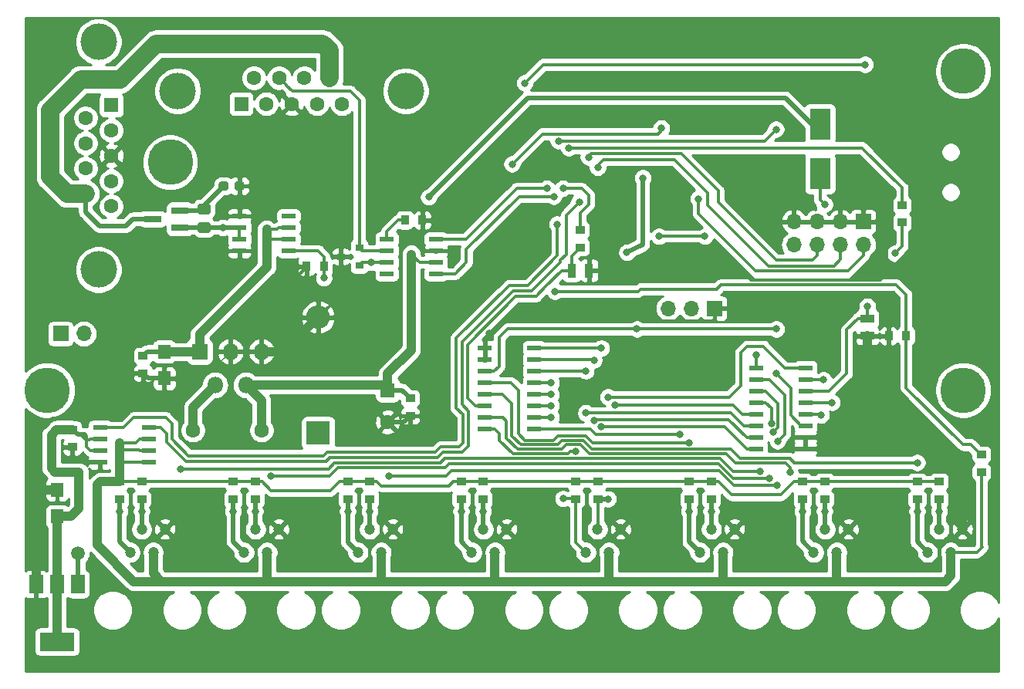
<source format=gbr>
G04 #@! TF.GenerationSoftware,KiCad,Pcbnew,(6.0.0-rc1-dev-1613-ga55d9819b)*
G04 #@! TF.CreationDate,2019-06-13T11:48:21+03:00
G04 #@! TF.ProjectId,stm32,73746d33-322e-46b6-9963-61645f706362,rev?*
G04 #@! TF.SameCoordinates,Original*
G04 #@! TF.FileFunction,Copper,L2,Bot*
G04 #@! TF.FilePolarity,Positive*
%FSLAX46Y46*%
G04 Gerber Fmt 4.6, Leading zero omitted, Abs format (unit mm)*
G04 Created by KiCad (PCBNEW (6.0.0-rc1-dev-1613-ga55d9819b)) date Чт 13 июн 2019 11:48:21*
%MOMM*%
%LPD*%
G04 APERTURE LIST*
%ADD10R,1.600000X1.600000*%
%ADD11C,1.600000*%
%ADD12R,1.000000X0.845000*%
%ADD13C,5.000000*%
%ADD14C,1.200000*%
%ADD15R,1.400000X1.535000*%
%ADD16R,2.600000X2.600000*%
%ADD17O,2.600000X2.600000*%
%ADD18R,0.900000X0.800000*%
%ADD19R,2.300000X3.500000*%
%ADD20R,0.970000X1.500000*%
%ADD21R,1.500000X0.970000*%
%ADD22R,1.700000X1.700000*%
%ADD23O,1.700000X1.700000*%
%ADD24R,1.900000X0.800000*%
%ADD25R,0.845000X1.000000*%
%ADD26R,3.800000X2.000000*%
%ADD27R,1.500000X2.000000*%
%ADD28R,1.550000X0.600000*%
%ADD29R,1.500000X0.600000*%
%ADD30R,1.800000X1.800000*%
%ADD31O,1.800000X1.800000*%
%ADD32C,0.100000*%
%ADD33C,1.150000*%
%ADD34C,4.000000*%
%ADD35C,0.950000*%
%ADD36C,0.800000*%
%ADD37C,1.500000*%
%ADD38C,0.500000*%
%ADD39C,0.300000*%
%ADD40C,1.000000*%
%ADD41C,0.200000*%
%ADD42C,2.000000*%
%ADD43C,0.250000*%
G04 APERTURE END LIST*
D10*
X65849500Y-108013500D03*
D11*
X65849500Y-111513500D03*
D12*
X122301000Y-89618500D03*
X122301000Y-87693500D03*
D13*
X42000000Y-83000000D03*
D14*
X87595000Y-125800000D03*
X88865000Y-123260000D03*
X90135000Y-125800000D03*
X91405000Y-123260000D03*
X75095000Y-125800000D03*
X76365000Y-123260000D03*
X77635000Y-125800000D03*
X78905000Y-123260000D03*
X37595000Y-125800000D03*
X38865000Y-123260000D03*
X40135000Y-125800000D03*
X41405000Y-123260000D03*
X50095000Y-125800000D03*
X51365000Y-123260000D03*
X52635000Y-125800000D03*
X53905000Y-123260000D03*
X62595000Y-125800000D03*
X63865000Y-123260000D03*
X65135000Y-125800000D03*
X66405000Y-123260000D03*
X100095000Y-125800000D03*
X101365000Y-123260000D03*
X102635000Y-125800000D03*
X103905000Y-123260000D03*
X112595000Y-125800000D03*
X113865000Y-123260000D03*
X115135000Y-125800000D03*
X116405000Y-123260000D03*
X125095000Y-125800000D03*
X126365000Y-123260000D03*
X127635000Y-125800000D03*
X128905000Y-123260000D03*
D13*
X28500000Y-108000000D03*
X129000000Y-73000000D03*
X129000000Y-108000000D03*
D15*
X41351200Y-103784400D03*
X41351200Y-106719400D03*
X29591000Y-121863500D03*
X29591000Y-118928500D03*
D12*
X31242000Y-114246500D03*
X31242000Y-112321500D03*
X68326000Y-108902500D03*
X68326000Y-110827500D03*
X39014400Y-104241600D03*
X39014400Y-106166600D03*
D16*
X58229500Y-112712500D03*
D17*
X58229500Y-100012500D03*
D18*
X62738000Y-92397500D03*
X62738000Y-94297500D03*
X60738000Y-93347500D03*
D19*
X113284000Y-78834000D03*
X113284000Y-84234000D03*
D20*
X86040000Y-94869000D03*
X87950000Y-94869000D03*
D21*
X118491000Y-100137000D03*
X118491000Y-102047000D03*
D22*
X29972000Y-101803200D03*
D23*
X32512000Y-101803200D03*
D11*
X52006500Y-112395000D03*
X44506500Y-112395000D03*
D22*
X101727000Y-99034000D03*
D23*
X99187000Y-99034000D03*
X96647000Y-99034000D03*
D24*
X43053000Y-88270000D03*
X43053000Y-90170000D03*
X40053000Y-89220000D03*
D12*
X131000000Y-117000000D03*
X131000000Y-115075000D03*
D25*
X122745500Y-102044500D03*
X120820500Y-102044500D03*
X67734500Y-89344500D03*
X69659500Y-89344500D03*
D12*
X36449000Y-119961500D03*
X36449000Y-118036500D03*
X38862000Y-119961500D03*
X38862000Y-118036500D03*
X48895000Y-119961500D03*
X48895000Y-118036500D03*
X51308000Y-119961500D03*
X51308000Y-118036500D03*
X61468000Y-119961500D03*
X61468000Y-118036500D03*
X63881000Y-119961500D03*
X63881000Y-118036500D03*
X73914000Y-119961500D03*
X73914000Y-118036500D03*
X76327000Y-119961500D03*
X76327000Y-118036500D03*
X86487000Y-119961500D03*
X86487000Y-118036500D03*
X88900000Y-119961500D03*
X88900000Y-118036500D03*
X98933000Y-119961500D03*
X98933000Y-118036500D03*
X101346000Y-119961500D03*
X101346000Y-118036500D03*
X111379000Y-119961500D03*
X111379000Y-118036500D03*
X113792000Y-119961500D03*
X113792000Y-118036500D03*
X123952000Y-119961500D03*
X123952000Y-118036500D03*
X126365000Y-119961500D03*
X126365000Y-118036500D03*
D25*
X58864500Y-94424500D03*
X56939500Y-94424500D03*
D12*
X86995000Y-92329000D03*
X86995000Y-90404000D03*
D26*
X29591000Y-135611000D03*
D27*
X29591000Y-129311000D03*
X31891000Y-129311000D03*
X27291000Y-129311000D03*
D28*
X71153000Y-91440000D03*
X71153000Y-92710000D03*
X71153000Y-93980000D03*
X71153000Y-95250000D03*
X65753000Y-95250000D03*
X65753000Y-93980000D03*
X65753000Y-92710000D03*
X65753000Y-91440000D03*
D29*
X76500000Y-112270000D03*
X76500000Y-111000000D03*
X76500000Y-109730000D03*
X76500000Y-108460000D03*
X76500000Y-107190000D03*
X76500000Y-105920000D03*
X76500000Y-104650000D03*
X76500000Y-103380000D03*
X81900000Y-103380000D03*
X81900000Y-104650000D03*
X81900000Y-105920000D03*
X81900000Y-107190000D03*
X81900000Y-108460000D03*
X81900000Y-109730000D03*
X81900000Y-111000000D03*
X81900000Y-112270000D03*
X111700000Y-105555000D03*
X111700000Y-106825000D03*
X111700000Y-108095000D03*
X111700000Y-109365000D03*
X111700000Y-110635000D03*
X111700000Y-111905000D03*
X111700000Y-113175000D03*
X111700000Y-114445000D03*
X106300000Y-114445000D03*
X106300000Y-113175000D03*
X106300000Y-111905000D03*
X106300000Y-110635000D03*
X106300000Y-109365000D03*
X106300000Y-108095000D03*
X106300000Y-106825000D03*
X106300000Y-105555000D03*
D28*
X34300000Y-115905000D03*
X34300000Y-114635000D03*
X34300000Y-113365000D03*
X34300000Y-112095000D03*
X39700000Y-112095000D03*
X39700000Y-113365000D03*
X39700000Y-114635000D03*
X39700000Y-115905000D03*
X49591000Y-92710000D03*
X49591000Y-91440000D03*
X49591000Y-90170000D03*
X49591000Y-88900000D03*
X54991000Y-88900000D03*
X54991000Y-90170000D03*
X54991000Y-91440000D03*
X54991000Y-92710000D03*
D30*
X45212000Y-103759000D03*
D31*
X46912000Y-107459000D03*
X48612000Y-103759000D03*
X50312000Y-107459000D03*
X52012000Y-103759000D03*
D32*
G36*
X46194505Y-89596204D02*
G01*
X46218773Y-89599804D01*
X46242572Y-89605765D01*
X46265671Y-89614030D01*
X46287850Y-89624520D01*
X46308893Y-89637132D01*
X46328599Y-89651747D01*
X46346777Y-89668223D01*
X46363253Y-89686401D01*
X46377868Y-89706107D01*
X46390480Y-89727150D01*
X46400970Y-89749329D01*
X46409235Y-89772428D01*
X46415196Y-89796227D01*
X46418796Y-89820495D01*
X46420000Y-89844999D01*
X46420000Y-90495001D01*
X46418796Y-90519505D01*
X46415196Y-90543773D01*
X46409235Y-90567572D01*
X46400970Y-90590671D01*
X46390480Y-90612850D01*
X46377868Y-90633893D01*
X46363253Y-90653599D01*
X46346777Y-90671777D01*
X46328599Y-90688253D01*
X46308893Y-90702868D01*
X46287850Y-90715480D01*
X46265671Y-90725970D01*
X46242572Y-90734235D01*
X46218773Y-90740196D01*
X46194505Y-90743796D01*
X46170001Y-90745000D01*
X45269999Y-90745000D01*
X45245495Y-90743796D01*
X45221227Y-90740196D01*
X45197428Y-90734235D01*
X45174329Y-90725970D01*
X45152150Y-90715480D01*
X45131107Y-90702868D01*
X45111401Y-90688253D01*
X45093223Y-90671777D01*
X45076747Y-90653599D01*
X45062132Y-90633893D01*
X45049520Y-90612850D01*
X45039030Y-90590671D01*
X45030765Y-90567572D01*
X45024804Y-90543773D01*
X45021204Y-90519505D01*
X45020000Y-90495001D01*
X45020000Y-89844999D01*
X45021204Y-89820495D01*
X45024804Y-89796227D01*
X45030765Y-89772428D01*
X45039030Y-89749329D01*
X45049520Y-89727150D01*
X45062132Y-89706107D01*
X45076747Y-89686401D01*
X45093223Y-89668223D01*
X45111401Y-89651747D01*
X45131107Y-89637132D01*
X45152150Y-89624520D01*
X45174329Y-89614030D01*
X45197428Y-89605765D01*
X45221227Y-89599804D01*
X45245495Y-89596204D01*
X45269999Y-89595000D01*
X46170001Y-89595000D01*
X46194505Y-89596204D01*
X46194505Y-89596204D01*
G37*
D33*
X45720000Y-90170000D03*
D32*
G36*
X46194505Y-87546204D02*
G01*
X46218773Y-87549804D01*
X46242572Y-87555765D01*
X46265671Y-87564030D01*
X46287850Y-87574520D01*
X46308893Y-87587132D01*
X46328599Y-87601747D01*
X46346777Y-87618223D01*
X46363253Y-87636401D01*
X46377868Y-87656107D01*
X46390480Y-87677150D01*
X46400970Y-87699329D01*
X46409235Y-87722428D01*
X46415196Y-87746227D01*
X46418796Y-87770495D01*
X46420000Y-87794999D01*
X46420000Y-88445001D01*
X46418796Y-88469505D01*
X46415196Y-88493773D01*
X46409235Y-88517572D01*
X46400970Y-88540671D01*
X46390480Y-88562850D01*
X46377868Y-88583893D01*
X46363253Y-88603599D01*
X46346777Y-88621777D01*
X46328599Y-88638253D01*
X46308893Y-88652868D01*
X46287850Y-88665480D01*
X46265671Y-88675970D01*
X46242572Y-88684235D01*
X46218773Y-88690196D01*
X46194505Y-88693796D01*
X46170001Y-88695000D01*
X45269999Y-88695000D01*
X45245495Y-88693796D01*
X45221227Y-88690196D01*
X45197428Y-88684235D01*
X45174329Y-88675970D01*
X45152150Y-88665480D01*
X45131107Y-88652868D01*
X45111401Y-88638253D01*
X45093223Y-88621777D01*
X45076747Y-88603599D01*
X45062132Y-88583893D01*
X45049520Y-88562850D01*
X45039030Y-88540671D01*
X45030765Y-88517572D01*
X45024804Y-88493773D01*
X45021204Y-88469505D01*
X45020000Y-88445001D01*
X45020000Y-87794999D01*
X45021204Y-87770495D01*
X45024804Y-87746227D01*
X45030765Y-87722428D01*
X45039030Y-87699329D01*
X45049520Y-87677150D01*
X45062132Y-87656107D01*
X45076747Y-87636401D01*
X45093223Y-87618223D01*
X45111401Y-87601747D01*
X45131107Y-87587132D01*
X45152150Y-87574520D01*
X45174329Y-87564030D01*
X45197428Y-87555765D01*
X45221227Y-87549804D01*
X45245495Y-87546204D01*
X45269999Y-87545000D01*
X46170001Y-87545000D01*
X46194505Y-87546204D01*
X46194505Y-87546204D01*
G37*
D33*
X45720000Y-88120000D03*
D10*
X49784000Y-76581000D03*
D11*
X52554000Y-76581000D03*
X55324000Y-76581000D03*
X58094000Y-76581000D03*
X60864000Y-76581000D03*
X51169000Y-73741000D03*
X53939000Y-73741000D03*
X56709000Y-73741000D03*
X59479000Y-73741000D03*
D34*
X67824000Y-75161000D03*
X42824000Y-75161000D03*
D10*
X35542500Y-76744000D03*
D11*
X35542500Y-79514000D03*
X35542500Y-82284000D03*
X35542500Y-85054000D03*
X35542500Y-87824000D03*
X32702500Y-78129000D03*
X32702500Y-80899000D03*
X32702500Y-83669000D03*
X32702500Y-86439000D03*
D34*
X34122500Y-69784000D03*
X34122500Y-94784000D03*
D22*
X118040000Y-89500000D03*
D23*
X118040000Y-92040000D03*
X115500000Y-89500000D03*
X115500000Y-92040000D03*
X112960000Y-89500000D03*
X112960000Y-92040000D03*
X110420000Y-89500000D03*
X110420000Y-92040000D03*
D32*
G36*
X48154279Y-85124144D02*
G01*
X48177334Y-85127563D01*
X48199943Y-85133227D01*
X48221887Y-85141079D01*
X48242957Y-85151044D01*
X48262948Y-85163026D01*
X48281668Y-85176910D01*
X48298938Y-85192562D01*
X48314590Y-85209832D01*
X48328474Y-85228552D01*
X48340456Y-85248543D01*
X48350421Y-85269613D01*
X48358273Y-85291557D01*
X48363937Y-85314166D01*
X48367356Y-85337221D01*
X48368500Y-85360500D01*
X48368500Y-85835500D01*
X48367356Y-85858779D01*
X48363937Y-85881834D01*
X48358273Y-85904443D01*
X48350421Y-85926387D01*
X48340456Y-85947457D01*
X48328474Y-85967448D01*
X48314590Y-85986168D01*
X48298938Y-86003438D01*
X48281668Y-86019090D01*
X48262948Y-86032974D01*
X48242957Y-86044956D01*
X48221887Y-86054921D01*
X48199943Y-86062773D01*
X48177334Y-86068437D01*
X48154279Y-86071856D01*
X48131000Y-86073000D01*
X47556000Y-86073000D01*
X47532721Y-86071856D01*
X47509666Y-86068437D01*
X47487057Y-86062773D01*
X47465113Y-86054921D01*
X47444043Y-86044956D01*
X47424052Y-86032974D01*
X47405332Y-86019090D01*
X47388062Y-86003438D01*
X47372410Y-85986168D01*
X47358526Y-85967448D01*
X47346544Y-85947457D01*
X47336579Y-85926387D01*
X47328727Y-85904443D01*
X47323063Y-85881834D01*
X47319644Y-85858779D01*
X47318500Y-85835500D01*
X47318500Y-85360500D01*
X47319644Y-85337221D01*
X47323063Y-85314166D01*
X47328727Y-85291557D01*
X47336579Y-85269613D01*
X47346544Y-85248543D01*
X47358526Y-85228552D01*
X47372410Y-85209832D01*
X47388062Y-85192562D01*
X47405332Y-85176910D01*
X47424052Y-85163026D01*
X47444043Y-85151044D01*
X47465113Y-85141079D01*
X47487057Y-85133227D01*
X47509666Y-85127563D01*
X47532721Y-85124144D01*
X47556000Y-85123000D01*
X48131000Y-85123000D01*
X48154279Y-85124144D01*
X48154279Y-85124144D01*
G37*
D35*
X47843500Y-85598000D03*
D32*
G36*
X49904279Y-85124144D02*
G01*
X49927334Y-85127563D01*
X49949943Y-85133227D01*
X49971887Y-85141079D01*
X49992957Y-85151044D01*
X50012948Y-85163026D01*
X50031668Y-85176910D01*
X50048938Y-85192562D01*
X50064590Y-85209832D01*
X50078474Y-85228552D01*
X50090456Y-85248543D01*
X50100421Y-85269613D01*
X50108273Y-85291557D01*
X50113937Y-85314166D01*
X50117356Y-85337221D01*
X50118500Y-85360500D01*
X50118500Y-85835500D01*
X50117356Y-85858779D01*
X50113937Y-85881834D01*
X50108273Y-85904443D01*
X50100421Y-85926387D01*
X50090456Y-85947457D01*
X50078474Y-85967448D01*
X50064590Y-85986168D01*
X50048938Y-86003438D01*
X50031668Y-86019090D01*
X50012948Y-86032974D01*
X49992957Y-86044956D01*
X49971887Y-86054921D01*
X49949943Y-86062773D01*
X49927334Y-86068437D01*
X49904279Y-86071856D01*
X49881000Y-86073000D01*
X49306000Y-86073000D01*
X49282721Y-86071856D01*
X49259666Y-86068437D01*
X49237057Y-86062773D01*
X49215113Y-86054921D01*
X49194043Y-86044956D01*
X49174052Y-86032974D01*
X49155332Y-86019090D01*
X49138062Y-86003438D01*
X49122410Y-85986168D01*
X49108526Y-85967448D01*
X49096544Y-85947457D01*
X49086579Y-85926387D01*
X49078727Y-85904443D01*
X49073063Y-85881834D01*
X49069644Y-85858779D01*
X49068500Y-85835500D01*
X49068500Y-85360500D01*
X49069644Y-85337221D01*
X49073063Y-85314166D01*
X49078727Y-85291557D01*
X49086579Y-85269613D01*
X49096544Y-85248543D01*
X49108526Y-85228552D01*
X49122410Y-85209832D01*
X49138062Y-85192562D01*
X49155332Y-85176910D01*
X49174052Y-85163026D01*
X49194043Y-85151044D01*
X49215113Y-85141079D01*
X49237057Y-85133227D01*
X49259666Y-85127563D01*
X49282721Y-85124144D01*
X49306000Y-85123000D01*
X49881000Y-85123000D01*
X49904279Y-85124144D01*
X49904279Y-85124144D01*
G37*
D35*
X49593500Y-85598000D03*
D36*
X47752000Y-90170000D03*
X31242000Y-115443000D03*
D37*
X27291000Y-119709000D03*
D36*
X82931000Y-88900000D03*
X76073000Y-93218000D03*
X124333000Y-91440000D03*
X77000000Y-101800000D03*
X80899000Y-74295000D03*
X118237000Y-72263000D03*
X93853000Y-84709000D03*
X106299000Y-104101000D03*
X92109500Y-92890500D03*
X97900000Y-112900000D03*
D37*
X31877000Y-125857000D03*
D36*
X68453000Y-93091000D03*
X70358000Y-86804500D03*
X95885000Y-79248000D03*
X79502000Y-83185000D03*
X108458000Y-79375000D03*
X84582000Y-80645000D03*
X64071500Y-93980000D03*
X36449000Y-121285000D03*
X83800000Y-108500000D03*
X38862000Y-121285000D03*
X43148000Y-116648000D03*
X106743500Y-116915500D03*
X107950000Y-111633000D03*
X48895000Y-121285000D03*
X83800000Y-109700000D03*
X51308000Y-121285000D03*
X53028213Y-117471787D03*
X107759500Y-117665500D03*
X108159529Y-112610804D03*
X61468000Y-121285000D03*
X83800000Y-111000000D03*
X66000000Y-117450000D03*
X63881000Y-121285000D03*
X108575037Y-118440037D03*
X108648500Y-113601500D03*
X73914000Y-121285000D03*
X83800000Y-107200000D03*
X76327000Y-121285000D03*
X90793000Y-109607000D03*
X86487000Y-114750000D03*
X85100000Y-119900000D03*
X90043000Y-119943000D03*
X90043000Y-108757000D03*
X98933000Y-121285000D03*
X98933000Y-113750000D03*
X101346000Y-121285000D03*
X113411000Y-110744000D03*
X111379000Y-121285000D03*
X110000000Y-117000000D03*
X113792000Y-121285000D03*
X113665000Y-106870500D03*
X123952000Y-121285000D03*
X123952000Y-115952000D03*
X126365000Y-121285000D03*
X114617500Y-109347000D03*
X84201000Y-97155000D03*
X83312000Y-85852000D03*
X84074000Y-86741000D03*
X85090000Y-85852000D03*
X108500000Y-106200000D03*
X108500000Y-101300000D03*
X93200000Y-101300000D03*
X89293000Y-112000000D03*
X89293000Y-103393000D03*
X88500000Y-111300000D03*
X88500000Y-104700000D03*
X87600000Y-110500000D03*
X87600000Y-105900000D03*
X85725000Y-81407000D03*
X113792000Y-87630000D03*
X86868000Y-87376000D03*
X58864500Y-95694500D03*
X84455000Y-89789000D03*
X99949000Y-86995000D03*
X88900000Y-83566000D03*
X87884000Y-82423000D03*
X95631000Y-91122500D03*
X100647500Y-91122500D03*
X118491000Y-98806000D03*
X121500000Y-93000000D03*
D38*
X43053000Y-90170000D02*
X45720000Y-90170000D01*
D39*
X49591000Y-91440000D02*
X49591000Y-90170000D01*
D38*
X45720000Y-90170000D02*
X47752000Y-90170000D01*
X47752000Y-90170000D02*
X49591000Y-90170000D01*
X31242000Y-115443000D02*
X31242000Y-114246500D01*
D39*
X78539500Y-91005500D02*
X80645000Y-88900000D01*
X78539500Y-91005500D02*
X78539500Y-92202000D01*
X80645000Y-88900000D02*
X82931000Y-88900000D01*
X78539500Y-92202000D02*
X77089000Y-92202000D01*
X77089000Y-92202000D02*
X76073000Y-93218000D01*
D40*
X116218000Y-108445000D02*
X118491000Y-106172000D01*
X118491000Y-106172000D02*
X118491000Y-102047000D01*
D39*
X27178000Y-125857000D02*
X27291000Y-125857000D01*
X27291000Y-125857000D02*
X27178000Y-125857000D01*
X27178000Y-125857000D02*
X27291000Y-125857000D01*
D40*
X27291000Y-129311000D02*
X27291000Y-125857000D01*
X27291000Y-125857000D02*
X27291000Y-119709000D01*
X28071500Y-118928500D02*
X29591000Y-118928500D01*
X27291000Y-119709000D02*
X28071500Y-118928500D01*
D39*
X118040000Y-89500000D02*
X115500000Y-89500000D01*
X112960000Y-89500000D02*
X115500000Y-89500000D01*
X110420000Y-89500000D02*
X112960000Y-89500000D01*
X120618250Y-95154750D02*
X120618250Y-90646250D01*
X120618250Y-95154750D02*
X124333000Y-91440000D01*
X119472000Y-89500000D02*
X118040000Y-89500000D01*
X120618250Y-90646250D02*
X119472000Y-89500000D01*
X111700000Y-113668500D02*
X111700000Y-113175000D01*
X111700000Y-114445000D02*
X111700000Y-113668500D01*
X116218000Y-109707000D02*
X116218000Y-108445000D01*
X111700000Y-113175000D02*
X112750000Y-113175000D01*
X112750000Y-113175000D02*
X116012500Y-109912500D01*
X116012500Y-109912500D02*
X116218000Y-109707000D01*
X120818000Y-102047000D02*
X120820500Y-102044500D01*
X118491000Y-102047000D02*
X120818000Y-102047000D01*
X76500000Y-103380000D02*
X76500000Y-102300000D01*
X76500000Y-102300000D02*
X77000000Y-101800000D01*
X119888000Y-95885000D02*
X120618250Y-95154750D01*
X105715000Y-95885000D02*
X119888000Y-95885000D01*
X104699000Y-94869000D02*
X105715000Y-95885000D01*
X87950000Y-94869000D02*
X104699000Y-94869000D01*
X77000000Y-101800000D02*
X79500000Y-99300000D01*
X79500000Y-99300000D02*
X93000000Y-99300000D01*
X93000000Y-99300000D02*
X94100000Y-100400000D01*
X101727000Y-100184000D02*
X101727000Y-99034000D01*
X101511000Y-100400000D02*
X101727000Y-100184000D01*
X94100000Y-100400000D02*
X101511000Y-100400000D01*
X121912500Y-109912500D02*
X128905000Y-116905000D01*
X121087500Y-109912500D02*
X121912500Y-109912500D01*
X116012500Y-109912500D02*
X121087500Y-109912500D01*
D40*
X128905000Y-123260000D02*
X128905000Y-116905000D01*
D38*
X48612000Y-103759000D02*
X52012000Y-103759000D01*
X39567200Y-106719400D02*
X39014400Y-106166600D01*
X41351200Y-106719400D02*
X39567200Y-106719400D01*
D39*
X49591000Y-85600500D02*
X49593500Y-85598000D01*
X49591000Y-88900000D02*
X49591000Y-85600500D01*
D38*
X67640000Y-111513500D02*
X68326000Y-110827500D01*
X65849500Y-111513500D02*
X67640000Y-111513500D01*
D40*
X54483000Y-103759000D02*
X58229500Y-100012500D01*
X52012000Y-103759000D02*
X54483000Y-103759000D01*
D41*
X27291000Y-118648340D02*
X27500000Y-118439340D01*
X27291000Y-119709000D02*
X27291000Y-118648340D01*
X27500000Y-118439340D02*
X27500000Y-112500000D01*
X27500000Y-112500000D02*
X29000000Y-111000000D01*
X29000000Y-111000000D02*
X30500000Y-111000000D01*
X35333400Y-106166600D02*
X39014400Y-106166600D01*
X30500000Y-111000000D02*
X35333400Y-106166600D01*
X41351200Y-106719400D02*
X44280600Y-106719400D01*
X44280600Y-106719400D02*
X45500000Y-105500000D01*
X46871000Y-105500000D02*
X48612000Y-103759000D01*
X45500000Y-105500000D02*
X46871000Y-105500000D01*
D39*
X58229500Y-98174023D02*
X56055477Y-96000000D01*
X58229500Y-100012500D02*
X58229500Y-98174023D01*
X56939500Y-94502000D02*
X56939500Y-94424500D01*
X56055477Y-95386023D02*
X56939500Y-94502000D01*
X56055477Y-96000000D02*
X56055477Y-95386023D01*
X59529499Y-98712501D02*
X59529499Y-97470501D01*
X58229500Y-100012500D02*
X59529499Y-98712501D01*
X60738000Y-96262000D02*
X60738000Y-93347500D01*
X59529499Y-97470501D02*
X60738000Y-96262000D01*
X70078000Y-92710000D02*
X69368000Y-92000000D01*
X71153000Y-92710000D02*
X70078000Y-92710000D01*
X69659500Y-91708500D02*
X69659500Y-89344500D01*
X69368000Y-92000000D02*
X69659500Y-91708500D01*
X80899000Y-74295000D02*
X82931000Y-72263000D01*
X82931000Y-72263000D02*
X118237000Y-72263000D01*
D38*
X93853000Y-91948000D02*
X93853000Y-84709000D01*
D39*
X93853000Y-92001500D02*
X93853000Y-91948000D01*
X106300000Y-104955000D02*
X106299000Y-104954000D01*
X106300000Y-105555000D02*
X106300000Y-104955000D01*
X106299000Y-104954000D02*
X106299000Y-104101000D01*
D38*
X92109500Y-92890500D02*
X93853000Y-92001500D01*
D39*
X88070000Y-112270000D02*
X84230000Y-112270000D01*
X88700000Y-112900000D02*
X88070000Y-112270000D01*
X88700000Y-112900000D02*
X97900000Y-112900000D01*
X81900000Y-112270000D02*
X84230000Y-112270000D01*
D40*
X34000000Y-119507000D02*
X34000000Y-118380004D01*
X34000000Y-118380004D02*
X34343504Y-118036500D01*
X36449000Y-118036500D02*
X34343504Y-118036500D01*
X34343504Y-118036500D02*
X34000000Y-118380004D01*
X38000000Y-129000000D02*
X34000000Y-125000000D01*
X38000000Y-129000000D02*
X41000000Y-129000000D01*
X34000000Y-125000000D02*
X34000000Y-119507000D01*
D39*
X36449000Y-118036500D02*
X38862000Y-118036500D01*
X38862000Y-118036500D02*
X48895000Y-118036500D01*
X48895000Y-118036500D02*
X51308000Y-118036500D01*
X61468000Y-118036500D02*
X63881000Y-118036500D01*
X73914000Y-118036500D02*
X76327000Y-118036500D01*
X76327000Y-118036500D02*
X86487000Y-118036500D01*
X86487000Y-118036500D02*
X88900000Y-118036500D01*
X88900000Y-118036500D02*
X98933000Y-118036500D01*
X98933000Y-118036500D02*
X101346000Y-118036500D01*
X111379000Y-118036500D02*
X113792000Y-118036500D01*
X113792000Y-118036500D02*
X123952000Y-118036500D01*
X123952000Y-118036500D02*
X126365000Y-118036500D01*
X127635000Y-125800000D02*
X130486000Y-125800000D01*
X130486000Y-125800000D02*
X131064000Y-125222000D01*
D40*
X52635000Y-125800000D02*
X52635000Y-129000000D01*
X52635000Y-129000000D02*
X53000000Y-129000000D01*
X65135000Y-125800000D02*
X65135000Y-129000000D01*
X65135000Y-129000000D02*
X65000000Y-129000000D01*
X77635000Y-125800000D02*
X77635000Y-129000000D01*
X77635000Y-129000000D02*
X78000000Y-129000000D01*
X90135000Y-125800000D02*
X90135000Y-129000000D01*
X90135000Y-129000000D02*
X90000000Y-129000000D01*
X102635000Y-125800000D02*
X102635000Y-129000000D01*
X102635000Y-129000000D02*
X103000000Y-129000000D01*
X115135000Y-125800000D02*
X115135000Y-129000000D01*
X115135000Y-129000000D02*
X115000000Y-129000000D01*
X40135000Y-125800000D02*
X40135000Y-128135000D01*
X127635000Y-128365000D02*
X127635000Y-125800000D01*
X127000000Y-129000000D02*
X127635000Y-128365000D01*
X41000000Y-129000000D02*
X53000000Y-129000000D01*
X53000000Y-129000000D02*
X65000000Y-129000000D01*
X65000000Y-129000000D02*
X78000000Y-129000000D01*
X78000000Y-129000000D02*
X90000000Y-129000000D01*
X90000000Y-129000000D02*
X103000000Y-129000000D01*
X103000000Y-129000000D02*
X115000000Y-129000000D01*
X115000000Y-129000000D02*
X127000000Y-129000000D01*
X40135000Y-128135000D02*
X41000000Y-129000000D01*
D39*
X36530000Y-115905000D02*
X36449000Y-115824000D01*
X39700000Y-115905000D02*
X36530000Y-115905000D01*
D40*
X36449000Y-115824000D02*
X36449000Y-118036500D01*
D39*
X38625000Y-114635000D02*
X38544000Y-114554000D01*
X39700000Y-114635000D02*
X38625000Y-114635000D01*
D40*
X36449000Y-113792000D02*
X36449000Y-114554000D01*
D39*
X38544000Y-114554000D02*
X36449000Y-114554000D01*
D40*
X36449000Y-114554000D02*
X36449000Y-115824000D01*
D39*
X38625000Y-113365000D02*
X38198000Y-113792000D01*
X38198000Y-113792000D02*
X36449000Y-113792000D01*
X39700000Y-113365000D02*
X38625000Y-113365000D01*
X64681000Y-118036500D02*
X65144500Y-118500000D01*
X63881000Y-118036500D02*
X64681000Y-118036500D01*
X72573000Y-118500000D02*
X73036500Y-118036500D01*
X65144500Y-118500000D02*
X72573000Y-118500000D01*
X73036500Y-118036500D02*
X73914000Y-118036500D01*
X52108000Y-118036500D02*
X53071500Y-119000000D01*
X51308000Y-118036500D02*
X52108000Y-118036500D01*
X59573000Y-119000000D02*
X60536500Y-118036500D01*
X53071500Y-119000000D02*
X59573000Y-119000000D01*
X60536500Y-118036500D02*
X61468000Y-118036500D01*
X101346000Y-118036500D02*
X102146000Y-118036500D01*
X110463500Y-118036500D02*
X111379000Y-118036500D01*
X102146000Y-118036500D02*
X103609500Y-119500000D01*
X109000000Y-119500000D02*
X110463500Y-118036500D01*
X103609500Y-119500000D02*
X109000000Y-119500000D01*
X131000000Y-125286000D02*
X130486000Y-125800000D01*
X131000000Y-117000000D02*
X131000000Y-125286000D01*
D38*
X109474000Y-75946000D02*
X112362000Y-78834000D01*
X112362000Y-78834000D02*
X113284000Y-78834000D01*
X31877000Y-125857000D02*
X31891000Y-125871000D01*
X31891000Y-125871000D02*
X31891000Y-129311000D01*
D40*
X52006500Y-109153500D02*
X50312000Y-107459000D01*
X52006500Y-112395000D02*
X52006500Y-109153500D01*
X65295000Y-107459000D02*
X65849500Y-108013500D01*
X50312000Y-107459000D02*
X65295000Y-107459000D01*
D38*
X67437000Y-108013500D02*
X68326000Y-108902500D01*
X65849500Y-108013500D02*
X67437000Y-108013500D01*
D39*
X69342000Y-93980000D02*
X68453000Y-93091000D01*
X71153000Y-93980000D02*
X69342000Y-93980000D01*
D40*
X68453000Y-103610000D02*
X68453000Y-93656685D01*
X65849500Y-106213500D02*
X68453000Y-103610000D01*
X68453000Y-93656685D02*
X68453000Y-93091000D01*
X65849500Y-108013500D02*
X65849500Y-106213500D01*
D38*
X81216500Y-75946000D02*
X85090000Y-75946000D01*
X70358000Y-86804500D02*
X81216500Y-75946000D01*
X85090000Y-75946000D02*
X109474000Y-75946000D01*
D39*
X95885000Y-79248000D02*
X95885000Y-79502000D01*
X95504000Y-79883000D02*
X82804000Y-79883000D01*
X95885000Y-79502000D02*
X95504000Y-79883000D01*
X79502000Y-83185000D02*
X82804000Y-79883000D01*
X84582000Y-80645000D02*
X107188000Y-80645000D01*
X107188000Y-80645000D02*
X108458000Y-79375000D01*
D40*
X44506500Y-109864500D02*
X46912000Y-107459000D01*
X44506500Y-112395000D02*
X44506500Y-109864500D01*
D39*
X63050500Y-92710000D02*
X62738000Y-92397500D01*
X65753000Y-92710000D02*
X63050500Y-92710000D01*
X54738999Y-74550999D02*
X54738999Y-74540999D01*
X55372000Y-75184000D02*
X54738999Y-74550999D01*
X54738999Y-74540999D02*
X53939000Y-73741000D01*
X61722000Y-75184000D02*
X55372000Y-75184000D01*
X62738000Y-76200000D02*
X61722000Y-75184000D01*
X62738000Y-92397500D02*
X62738000Y-76200000D01*
X63055500Y-93980000D02*
X62738000Y-94297500D01*
X65753000Y-93980000D02*
X64071500Y-93980000D01*
X64071500Y-93980000D02*
X63055500Y-93980000D01*
D38*
X36449000Y-119961500D02*
X36449000Y-121285000D01*
X36449000Y-121285000D02*
X36449000Y-124654000D01*
X36449000Y-124654000D02*
X37595000Y-125800000D01*
D39*
X81940000Y-108500000D02*
X81900000Y-108460000D01*
X83800000Y-108500000D02*
X81940000Y-108500000D01*
D38*
X38862000Y-119961500D02*
X38862000Y-121285000D01*
X38862000Y-121285000D02*
X38862000Y-123257000D01*
X38862000Y-123257000D02*
X38865000Y-123260000D01*
D39*
X102316242Y-115500000D02*
X103731742Y-116915500D01*
X71632000Y-116000000D02*
X72132000Y-115500000D01*
X60000000Y-116000000D02*
X71632000Y-116000000D01*
X105715500Y-116915500D02*
X106743500Y-116915500D01*
X103731742Y-116915500D02*
X105715500Y-116915500D01*
X72132000Y-115500000D02*
X102316242Y-115500000D01*
X59352000Y-116648000D02*
X60000000Y-116000000D01*
X43148000Y-116648000D02*
X59352000Y-116648000D01*
X107950000Y-109965000D02*
X107950000Y-111067315D01*
X107350000Y-109365000D02*
X107950000Y-109965000D01*
X107950000Y-111067315D02*
X107950000Y-111633000D01*
X106300000Y-109365000D02*
X107350000Y-109365000D01*
D38*
X48895000Y-119961500D02*
X48895000Y-121285000D01*
X48895000Y-121285000D02*
X48895000Y-124600000D01*
X48895000Y-124600000D02*
X50095000Y-125800000D01*
D39*
X81930000Y-109700000D02*
X81900000Y-109730000D01*
X83800000Y-109700000D02*
X81930000Y-109700000D01*
D38*
X51308000Y-119961500D02*
X51308000Y-121285000D01*
X51308000Y-121285000D02*
X51308000Y-123203000D01*
X51308000Y-123203000D02*
X51365000Y-123260000D01*
D39*
X104521000Y-117665500D02*
X107759500Y-117665500D01*
X72578000Y-116078000D02*
X102187122Y-116078000D01*
X72156000Y-116500000D02*
X72578000Y-116078000D01*
X103774622Y-117665500D02*
X104521000Y-117665500D01*
X102187122Y-116078000D02*
X103774622Y-117665500D01*
X60443574Y-116500000D02*
X72156000Y-116500000D01*
X59471787Y-117471787D02*
X60443574Y-116500000D01*
X53028213Y-117471787D02*
X59471787Y-117471787D01*
X108700001Y-112070332D02*
X108159529Y-112610804D01*
X108700001Y-109445001D02*
X108700001Y-112070332D01*
X106300000Y-108095000D02*
X107350000Y-108095000D01*
X107350000Y-108095000D02*
X108700001Y-109445001D01*
D38*
X61468000Y-119961500D02*
X61468000Y-121285000D01*
X61468000Y-121285000D02*
X61468000Y-124673000D01*
X61468000Y-124673000D02*
X62595000Y-125800000D01*
D39*
X83800000Y-111000000D02*
X81900000Y-111000000D01*
D38*
X63881000Y-119961500D02*
X63881000Y-121285000D01*
X63881000Y-121285000D02*
X63881000Y-123244000D01*
X63881000Y-123244000D02*
X63865000Y-123260000D01*
D39*
X66000000Y-117450000D02*
X72230000Y-117450000D01*
X72230000Y-117450000D02*
X72840000Y-116840000D01*
X101340000Y-116840000D02*
X101840000Y-116840000D01*
X101160000Y-116840000D02*
X101340000Y-116840000D01*
X103842039Y-118440037D02*
X104343037Y-118440037D01*
X102242002Y-116840000D02*
X103842039Y-118440037D01*
X100774500Y-116840000D02*
X102242002Y-116840000D01*
X72840000Y-116840000D02*
X100774500Y-116840000D01*
X100774500Y-116840000D02*
X101160000Y-116840000D01*
X104343037Y-118440037D02*
X108575037Y-118440037D01*
X108648500Y-113601500D02*
X109410500Y-112839500D01*
X109410500Y-112839500D02*
X109410500Y-108521500D01*
X107714000Y-106825000D02*
X106300000Y-106825000D01*
X109410500Y-108521500D02*
X107714000Y-106825000D01*
D38*
X73914000Y-119961500D02*
X73914000Y-121285000D01*
X73914000Y-121285000D02*
X73914000Y-124619000D01*
X73914000Y-124619000D02*
X75095000Y-125800000D01*
D39*
X81910000Y-107200000D02*
X81900000Y-107190000D01*
X83800000Y-107200000D02*
X81910000Y-107200000D01*
D38*
X76327000Y-119961500D02*
X76327000Y-121285000D01*
X76327000Y-121285000D02*
X76327000Y-123222000D01*
X76327000Y-123222000D02*
X76365000Y-123260000D01*
D39*
X104793000Y-110635000D02*
X106300000Y-110635000D01*
X104457500Y-110299500D02*
X104793000Y-110635000D01*
X103765000Y-109607000D02*
X104457500Y-110299500D01*
X90793000Y-109607000D02*
X103765000Y-109607000D01*
X85921315Y-114750000D02*
X86487000Y-114750000D01*
X85671315Y-115000000D02*
X85921315Y-114750000D01*
X80300000Y-115000000D02*
X79600000Y-115000000D01*
X80300000Y-115000000D02*
X85671315Y-115000000D01*
X79600000Y-115000000D02*
X78100000Y-113500000D01*
X78100000Y-113500000D02*
X78100000Y-112800000D01*
X77570000Y-112270000D02*
X76500000Y-112270000D01*
X78100000Y-112800000D02*
X77570000Y-112270000D01*
X86487000Y-124692000D02*
X87595000Y-125800000D01*
X86487000Y-119961500D02*
X86487000Y-124692000D01*
X86425500Y-119900000D02*
X86487000Y-119961500D01*
X85100000Y-119900000D02*
X86425500Y-119900000D01*
D38*
X88900000Y-119961500D02*
X90043000Y-119943000D01*
D39*
X88900000Y-123225000D02*
X88865000Y-123260000D01*
X88900000Y-119961500D02*
X88900000Y-123225000D01*
X90043000Y-108757000D02*
X103343000Y-108757000D01*
X104600000Y-103900000D02*
X105300000Y-103200000D01*
X104600000Y-107500000D02*
X104600000Y-103900000D01*
X109455000Y-105555000D02*
X111700000Y-105555000D01*
X107100000Y-103200000D02*
X109455000Y-105555000D01*
X103343000Y-108757000D02*
X104600000Y-107500000D01*
X105300000Y-103200000D02*
X107100000Y-103200000D01*
D38*
X98933000Y-119961500D02*
X98933000Y-121285000D01*
X98933000Y-121285000D02*
X98933000Y-124638000D01*
X98933000Y-124638000D02*
X100095000Y-125800000D01*
D39*
X79390000Y-107190000D02*
X76500000Y-107190000D01*
X80200000Y-108000000D02*
X79390000Y-107190000D01*
X80900000Y-113500000D02*
X80200000Y-112800000D01*
X80200000Y-112800000D02*
X80200000Y-108000000D01*
X84500010Y-112999990D02*
X84000000Y-113500000D01*
X84000000Y-113500000D02*
X80900000Y-113500000D01*
X86800016Y-112999984D02*
X87599984Y-112999984D01*
X86800010Y-112999990D02*
X84500010Y-112999990D01*
X86800010Y-112999990D02*
X86800016Y-112999984D01*
X88350000Y-113750000D02*
X89650000Y-113750000D01*
X87599984Y-112999984D02*
X88350000Y-113750000D01*
X98933000Y-113750000D02*
X89650000Y-113750000D01*
D38*
X101346000Y-119961500D02*
X101346000Y-121285000D01*
X101346000Y-121285000D02*
X101346000Y-123241000D01*
X101346000Y-123241000D02*
X101365000Y-123260000D01*
D39*
X111700000Y-110635000D02*
X113302000Y-110635000D01*
X113302000Y-110635000D02*
X113411000Y-110744000D01*
D38*
X111379000Y-119961500D02*
X111379000Y-121285000D01*
X111379000Y-121285000D02*
X111379000Y-124584000D01*
X111379000Y-124584000D02*
X112595000Y-125800000D01*
D39*
X109500000Y-116000000D02*
X110000000Y-116500000D01*
X85000000Y-114500000D02*
X85500000Y-114000000D01*
X78900000Y-111400000D02*
X78900000Y-113300000D01*
X80100000Y-114500000D02*
X85000000Y-114500000D01*
X78900000Y-113300000D02*
X80100000Y-114500000D01*
X76500000Y-111000000D02*
X78500000Y-111000000D01*
X78500000Y-111000000D02*
X78900000Y-111400000D01*
X87000000Y-114000000D02*
X88000000Y-115000000D01*
X88000000Y-115000000D02*
X103000000Y-115000000D01*
X104000000Y-116000000D02*
X109500000Y-116000000D01*
X110000000Y-116500000D02*
X110000000Y-117000000D01*
X85500000Y-114000000D02*
X87000000Y-114000000D01*
X103000000Y-115000000D02*
X104000000Y-116000000D01*
D38*
X113792000Y-119961500D02*
X113792000Y-121285000D01*
X113792000Y-121285000D02*
X113792000Y-123187000D01*
X113792000Y-123187000D02*
X113865000Y-123260000D01*
D39*
X111745500Y-106870500D02*
X111700000Y-106825000D01*
X113665000Y-106870500D02*
X111745500Y-106870500D01*
D38*
X123952000Y-119961500D02*
X123952000Y-121285000D01*
X123952000Y-121285000D02*
X123952000Y-124657000D01*
X123952000Y-124657000D02*
X125095000Y-125800000D01*
D39*
X112548000Y-115952000D02*
X123952000Y-115952000D01*
X110452000Y-115952000D02*
X112548000Y-115952000D01*
X104499990Y-115499990D02*
X109999990Y-115499990D01*
X80500000Y-114000000D02*
X84500000Y-114000000D01*
X103500000Y-114500000D02*
X104499990Y-115499990D01*
X79500000Y-109500000D02*
X79500000Y-113000000D01*
X76500000Y-108460000D02*
X78460000Y-108460000D01*
X84500000Y-114000000D02*
X85000000Y-113500000D01*
X85000000Y-113500000D02*
X86700000Y-113500000D01*
X86700000Y-113500000D02*
X86700008Y-113499992D01*
X109999990Y-115499990D02*
X110452000Y-115952000D01*
X86700008Y-113499992D02*
X87299992Y-113499992D01*
X87299992Y-113499992D02*
X88300000Y-114500000D01*
X79500000Y-113000000D02*
X80500000Y-114000000D01*
X78460000Y-108460000D02*
X79500000Y-109500000D01*
X88300000Y-114500000D02*
X103500000Y-114500000D01*
D38*
X126365000Y-119961500D02*
X126365000Y-121285000D01*
X126365000Y-121285000D02*
X126365000Y-123260000D01*
D39*
X111700000Y-109365000D02*
X114599500Y-109365000D01*
X114599500Y-109365000D02*
X114617500Y-109347000D01*
X102441000Y-96441000D02*
X121000000Y-96441000D01*
X92837000Y-97155000D02*
X93345000Y-97155000D01*
X93345000Y-97155000D02*
X93599000Y-96901000D01*
X101981000Y-96901000D02*
X102441000Y-96441000D01*
X93599000Y-96901000D02*
X101981000Y-96901000D01*
X84201000Y-97155000D02*
X92837000Y-97155000D01*
X122745500Y-102044500D02*
X122745500Y-97536000D01*
X122745500Y-97536000D02*
X121650500Y-96441000D01*
X121650500Y-96441000D02*
X121000000Y-96441000D01*
X130922500Y-115075000D02*
X129847500Y-114000000D01*
X131000000Y-115075000D02*
X130922500Y-115075000D01*
X129847500Y-114000000D02*
X129000000Y-114000000D01*
X122745500Y-107745500D02*
X122745500Y-102044500D01*
X129000000Y-114000000D02*
X122745500Y-107745500D01*
X65753000Y-90840000D02*
X65753000Y-91440000D01*
X67012000Y-89344500D02*
X65753000Y-90603500D01*
X65753000Y-90603500D02*
X65753000Y-90840000D01*
X67734500Y-89344500D02*
X67012000Y-89344500D01*
X80010000Y-85852000D02*
X83312000Y-85852000D01*
X74422000Y-91440000D02*
X74681000Y-91181000D01*
X71153000Y-91440000D02*
X74422000Y-91440000D01*
X74681000Y-91181000D02*
X80010000Y-85852000D01*
X84074000Y-86741000D02*
X80264000Y-86741000D01*
X71153000Y-95250000D02*
X73250000Y-95250000D01*
X73250000Y-95250000D02*
X74502500Y-93997500D01*
X74502500Y-93997500D02*
X74502500Y-92502500D01*
X74502500Y-92502500D02*
X80264000Y-86741000D01*
X85090000Y-85852000D02*
X87122000Y-85852000D01*
X87122000Y-85852000D02*
X87884000Y-86614000D01*
X87884000Y-86614000D02*
X87884000Y-87630000D01*
X86995000Y-88519000D02*
X87884000Y-87630000D01*
X86995000Y-90404000D02*
X86995000Y-88519000D01*
X77550000Y-105920000D02*
X78100000Y-105370000D01*
X76500000Y-105920000D02*
X77550000Y-105920000D01*
X79000000Y-101300000D02*
X78100000Y-102200000D01*
X78100000Y-105370000D02*
X78100000Y-102200000D01*
X108500000Y-101300000D02*
X79000000Y-101300000D01*
X110109000Y-110764000D02*
X110109000Y-109109000D01*
X111250000Y-111905000D02*
X110109000Y-110764000D01*
X111700000Y-111905000D02*
X111250000Y-111905000D01*
X110109000Y-109109000D02*
X110109000Y-107809000D01*
X110109000Y-107809000D02*
X108500000Y-106200000D01*
X105250000Y-114445000D02*
X106300000Y-114445000D01*
X89295500Y-111997500D02*
X89293000Y-112000000D01*
X102802500Y-111997500D02*
X89295500Y-111997500D01*
X102802500Y-111997500D02*
X105250000Y-114445000D01*
X89280000Y-103380000D02*
X89293000Y-103393000D01*
X81900000Y-103380000D02*
X89280000Y-103380000D01*
X103287500Y-111212500D02*
X105250000Y-113175000D01*
X105250000Y-113175000D02*
X106300000Y-113175000D01*
X97212500Y-111212500D02*
X88587500Y-111212500D01*
X97212500Y-111212500D02*
X103287500Y-111212500D01*
X88587500Y-111212500D02*
X88500000Y-111300000D01*
X88450000Y-104650000D02*
X88500000Y-104700000D01*
X81900000Y-104650000D02*
X88450000Y-104650000D01*
X106300000Y-111905000D02*
X104905000Y-111905000D01*
X103500000Y-110500000D02*
X87600000Y-110500000D01*
X104905000Y-111905000D02*
X103500000Y-110500000D01*
X81900000Y-105920000D02*
X87580000Y-105920000D01*
X87580000Y-105920000D02*
X87600000Y-105900000D01*
X117907000Y-81407000D02*
X114407000Y-81407000D01*
X122301000Y-87693500D02*
X122301000Y-85801000D01*
X114407000Y-81407000D02*
X85725000Y-81407000D01*
X122301000Y-85801000D02*
X117907000Y-81407000D01*
D38*
X39471600Y-103784400D02*
X39014400Y-104241600D01*
X41351200Y-103784400D02*
X39471600Y-103784400D01*
D40*
X45186600Y-103784400D02*
X45212000Y-103759000D01*
X41351200Y-103784400D02*
X45186600Y-103784400D01*
X45212000Y-101859000D02*
X52578000Y-94493000D01*
X45212000Y-103759000D02*
X45212000Y-101859000D01*
D39*
X53916000Y-90170000D02*
X53725500Y-90360500D01*
X53725500Y-90360500D02*
X52578000Y-90360500D01*
X54991000Y-90170000D02*
X53916000Y-90170000D01*
X52768500Y-91440000D02*
X52578000Y-91630500D01*
X54991000Y-91440000D02*
X52768500Y-91440000D01*
D40*
X52578000Y-94493000D02*
X52578000Y-91630500D01*
X52578000Y-91630500D02*
X52578000Y-90360500D01*
X28956000Y-113919000D02*
X28956000Y-116586000D01*
X29370000Y-117000000D02*
X32000000Y-117000000D01*
X28956000Y-116586000D02*
X29370000Y-117000000D01*
X29537500Y-112321500D02*
X28956000Y-112903000D01*
X28956000Y-112903000D02*
X28956000Y-113919000D01*
X31242000Y-112321500D02*
X29537500Y-112321500D01*
X29591000Y-121863500D02*
X31136500Y-121863500D01*
X32000000Y-121000000D02*
X32000000Y-117000000D01*
X31136500Y-121863500D02*
X32000000Y-121000000D01*
X29591000Y-129311000D02*
X29591000Y-135611000D01*
X29591000Y-121863500D02*
X29591000Y-129311000D01*
D38*
X31319500Y-112321500D02*
X31877000Y-112879000D01*
D39*
X33225000Y-114635000D02*
X32766000Y-114176000D01*
X32766000Y-114176000D02*
X32766000Y-113045500D01*
X34300000Y-114635000D02*
X33225000Y-114635000D01*
D38*
X31242000Y-112321500D02*
X31319500Y-112321500D01*
D39*
X33225000Y-113365000D02*
X33179000Y-113411000D01*
X34300000Y-113365000D02*
X33225000Y-113365000D01*
X33179000Y-113411000D02*
X32702500Y-113411000D01*
X32702500Y-113411000D02*
X32170500Y-112879000D01*
D38*
X31877000Y-112879000D02*
X32170500Y-112879000D01*
X32170500Y-112879000D02*
X32599500Y-112879000D01*
D39*
X113284000Y-87122000D02*
X113284000Y-84234000D01*
X113792000Y-87630000D02*
X113284000Y-87122000D01*
X85471000Y-93091000D02*
X85471000Y-88773000D01*
X84831000Y-93731000D02*
X85471000Y-93091000D01*
X81700000Y-97100000D02*
X84831000Y-93969000D01*
X74000000Y-102700000D02*
X79600000Y-97100000D01*
X79600000Y-97100000D02*
X81700000Y-97100000D01*
X74000000Y-109600000D02*
X74000000Y-102700000D01*
X43700000Y-115800000D02*
X59100000Y-115800000D01*
X41608250Y-112791750D02*
X41608250Y-113708250D01*
X84831000Y-93969000D02*
X84831000Y-93731000D01*
X41608250Y-113708250D02*
X43700000Y-115800000D01*
X71900000Y-114800000D02*
X74000000Y-114800000D01*
X74000000Y-114800000D02*
X74700000Y-114100000D01*
X74700000Y-110300000D02*
X74000000Y-109600000D01*
X74700000Y-114100000D02*
X74700000Y-110300000D01*
X40911500Y-112095000D02*
X41608250Y-112791750D01*
X85471000Y-88773000D02*
X86868000Y-87376000D01*
X39700000Y-112095000D02*
X40911500Y-112095000D01*
X59100000Y-115800000D02*
X59500000Y-115400000D01*
X59500000Y-115400000D02*
X71300000Y-115400000D01*
X71300000Y-115400000D02*
X71900000Y-114800000D01*
X54991000Y-92710000D02*
X58210000Y-92710000D01*
X58864500Y-93364500D02*
X58864500Y-94424500D01*
X58210000Y-92710000D02*
X58864500Y-93364500D01*
X58864500Y-94424500D02*
X58864500Y-95694500D01*
X36905000Y-112095000D02*
X34300000Y-112095000D01*
X38000000Y-111000000D02*
X36905000Y-112095000D01*
X58800000Y-115200000D02*
X44000000Y-115200000D01*
X59200000Y-114800000D02*
X58800000Y-115200000D01*
X73400000Y-102300000D02*
X73400000Y-110000000D01*
X79200000Y-96500000D02*
X73400000Y-102300000D01*
X42200000Y-111700000D02*
X41500000Y-111000000D01*
X71700000Y-114200000D02*
X71100000Y-114800000D01*
X42200000Y-113400000D02*
X42200000Y-111700000D01*
X73700000Y-114200000D02*
X71700000Y-114200000D01*
X84455000Y-93245000D02*
X81200000Y-96500000D01*
X84455000Y-89789000D02*
X84455000Y-93245000D01*
X73400000Y-110000000D02*
X74100000Y-110700000D01*
X81200000Y-96500000D02*
X79200000Y-96500000D01*
X74100000Y-110700000D02*
X74100000Y-113800000D01*
X44000000Y-115200000D02*
X42200000Y-113400000D01*
X74100000Y-113800000D02*
X73700000Y-114200000D01*
X41500000Y-111000000D02*
X38000000Y-111000000D01*
X71100000Y-114800000D02*
X59200000Y-114800000D01*
X118040000Y-93242081D02*
X116349581Y-94932500D01*
X118040000Y-92040000D02*
X118040000Y-93242081D01*
X116349581Y-94932500D02*
X106235500Y-94932500D01*
X99949000Y-88646000D02*
X99949000Y-86995000D01*
X106235500Y-94932500D02*
X99949000Y-88646000D01*
X89535000Y-82677000D02*
X88900000Y-83312000D01*
X100996750Y-86391750D02*
X97282000Y-82677000D01*
X88900000Y-83312000D02*
X88900000Y-83566000D01*
X97282000Y-82677000D02*
X89535000Y-82677000D01*
X100996750Y-87725250D02*
X100996750Y-86391750D01*
X114808000Y-94361000D02*
X107632500Y-94361000D01*
X115500000Y-92040000D02*
X115500000Y-93669000D01*
X115500000Y-93669000D02*
X114808000Y-94361000D01*
X107632500Y-94361000D02*
X100996750Y-87725250D01*
X87884000Y-82423000D02*
X87884000Y-82296000D01*
X88138000Y-82042000D02*
X98044000Y-82042000D01*
X87884000Y-82296000D02*
X88138000Y-82042000D01*
X112960000Y-93242081D02*
X112476081Y-93726000D01*
X112960000Y-92040000D02*
X112960000Y-93242081D01*
X112476081Y-93726000D02*
X108458000Y-93726000D01*
X102139750Y-87407750D02*
X102139750Y-86137750D01*
X108458000Y-93726000D02*
X102139750Y-87407750D01*
X102139750Y-86137750D02*
X98044000Y-82042000D01*
D38*
X45570000Y-88270000D02*
X45720000Y-88120000D01*
X43053000Y-88270000D02*
X45570000Y-88270000D01*
X45720000Y-87721500D02*
X47843500Y-85598000D01*
X45720000Y-88120000D02*
X45720000Y-87721500D01*
X37907000Y-89220000D02*
X40053000Y-89220000D01*
X37147500Y-89979500D02*
X37907000Y-89220000D01*
X34226500Y-89979500D02*
X37147500Y-89979500D01*
X32702500Y-86439000D02*
X32702500Y-88455500D01*
X32702500Y-88455500D02*
X34226500Y-89979500D01*
D42*
X31571130Y-86439000D02*
X31555630Y-86423500D01*
X32702500Y-86439000D02*
X31571130Y-86439000D01*
X31555630Y-86423500D02*
X30670500Y-86423500D01*
X30670500Y-86423500D02*
X28829000Y-84582000D01*
X28829000Y-84582000D02*
X28829000Y-77279500D01*
X28829000Y-77279500D02*
X32194500Y-73914000D01*
X32194500Y-73914000D02*
X36512500Y-73914000D01*
X36512500Y-73914000D02*
X40449500Y-69977000D01*
X40449500Y-69977000D02*
X58737500Y-69977000D01*
X59479000Y-70718500D02*
X59479000Y-73741000D01*
X58737500Y-69977000D02*
X59479000Y-70718500D01*
D39*
X95631000Y-91122500D02*
X100647500Y-91122500D01*
X84963000Y-94869000D02*
X86040000Y-94869000D01*
X85913000Y-94742000D02*
X86040000Y-94869000D01*
X86040000Y-93284000D02*
X86995000Y-92329000D01*
X86040000Y-94869000D02*
X86040000Y-93284000D01*
X75450000Y-109730000D02*
X74600000Y-108880000D01*
X76500000Y-109730000D02*
X75450000Y-109730000D01*
X74600000Y-108880000D02*
X74600000Y-103000000D01*
X74600000Y-103000000D02*
X79900000Y-97700000D01*
X82132000Y-97700000D02*
X83216000Y-96616000D01*
X79900000Y-97700000D02*
X82132000Y-97700000D01*
X83216000Y-96616000D02*
X84963000Y-94869000D01*
X118491000Y-98806000D02*
X118491000Y-100137000D01*
X118483500Y-100129500D02*
X118491000Y-100137000D01*
X122301000Y-92199000D02*
X121500000Y-93000000D01*
X122301000Y-89618500D02*
X122301000Y-92199000D01*
X114282000Y-108095000D02*
X111700000Y-108095000D01*
X116205000Y-106172000D02*
X114282000Y-108095000D01*
X117441000Y-100137000D02*
X116205000Y-101373000D01*
X116205000Y-101373000D02*
X116205000Y-106172000D01*
X118491000Y-100137000D02*
X117441000Y-100137000D01*
D43*
G36*
X132875000Y-131321144D02*
G01*
X132781770Y-131096067D01*
X132538270Y-130731645D01*
X132228355Y-130421730D01*
X131863933Y-130178230D01*
X131459009Y-130010505D01*
X131029143Y-129925000D01*
X130590857Y-129925000D01*
X130160991Y-130010505D01*
X129756067Y-130178230D01*
X129391645Y-130421730D01*
X129081730Y-130731645D01*
X128838230Y-131096067D01*
X128670505Y-131500991D01*
X128585000Y-131930857D01*
X128585000Y-132369143D01*
X128670505Y-132799009D01*
X128838230Y-133203933D01*
X129081730Y-133568355D01*
X129391645Y-133878270D01*
X129756067Y-134121770D01*
X130160991Y-134289495D01*
X130590857Y-134375000D01*
X131029143Y-134375000D01*
X131459009Y-134289495D01*
X131863933Y-134121770D01*
X132228355Y-133878270D01*
X132538270Y-133568355D01*
X132781770Y-133203933D01*
X132875000Y-132978856D01*
X132875000Y-138875000D01*
X26125000Y-138875000D01*
X26125000Y-134611000D01*
X27062976Y-134611000D01*
X27062976Y-136611000D01*
X27075043Y-136733521D01*
X27110781Y-136851334D01*
X27168817Y-136959911D01*
X27246920Y-137055080D01*
X27342089Y-137133183D01*
X27450666Y-137191219D01*
X27568479Y-137226957D01*
X27691000Y-137239024D01*
X31491000Y-137239024D01*
X31613521Y-137226957D01*
X31731334Y-137191219D01*
X31839911Y-137133183D01*
X31935080Y-137055080D01*
X32013183Y-136959911D01*
X32071219Y-136851334D01*
X32106957Y-136733521D01*
X32119024Y-136611000D01*
X32119024Y-134611000D01*
X32106957Y-134488479D01*
X32071219Y-134370666D01*
X32013183Y-134262089D01*
X31935080Y-134166920D01*
X31839911Y-134088817D01*
X31731334Y-134030781D01*
X31613521Y-133995043D01*
X31491000Y-133982976D01*
X30716000Y-133982976D01*
X30716000Y-131930857D01*
X33465000Y-131930857D01*
X33465000Y-132369143D01*
X33550505Y-132799009D01*
X33718230Y-133203933D01*
X33961730Y-133568355D01*
X34271645Y-133878270D01*
X34636067Y-134121770D01*
X35040991Y-134289495D01*
X35470857Y-134375000D01*
X35909143Y-134375000D01*
X36339009Y-134289495D01*
X36743933Y-134121770D01*
X37108355Y-133878270D01*
X37418270Y-133568355D01*
X37661770Y-133203933D01*
X37829495Y-132799009D01*
X37915000Y-132369143D01*
X37915000Y-131930857D01*
X37829495Y-131500991D01*
X37661770Y-131096067D01*
X37418270Y-130731645D01*
X37108355Y-130421730D01*
X36743933Y-130178230D01*
X36339009Y-130010505D01*
X35909143Y-129925000D01*
X35470857Y-129925000D01*
X35040991Y-130010505D01*
X34636067Y-130178230D01*
X34271645Y-130421730D01*
X33961730Y-130731645D01*
X33718230Y-131096067D01*
X33550505Y-131500991D01*
X33465000Y-131930857D01*
X30716000Y-131930857D01*
X30716000Y-130811772D01*
X30741000Y-130791255D01*
X30792089Y-130833183D01*
X30900666Y-130891219D01*
X31018479Y-130926957D01*
X31141000Y-130939024D01*
X32641000Y-130939024D01*
X32763521Y-130926957D01*
X32881334Y-130891219D01*
X32989911Y-130833183D01*
X33085080Y-130755080D01*
X33163183Y-130659911D01*
X33221219Y-130551334D01*
X33256957Y-130433521D01*
X33269024Y-130311000D01*
X33269024Y-128311000D01*
X33256957Y-128188479D01*
X33221219Y-128070666D01*
X33163183Y-127962089D01*
X33085080Y-127866920D01*
X32989911Y-127788817D01*
X32881334Y-127730781D01*
X32766000Y-127695795D01*
X32766000Y-126912543D01*
X32945032Y-126733511D01*
X33095509Y-126508307D01*
X33199159Y-126258073D01*
X33252000Y-125992426D01*
X33252000Y-125842989D01*
X37165426Y-129756416D01*
X37200656Y-129799344D01*
X37243582Y-129834572D01*
X37371958Y-129939928D01*
X37371960Y-129939929D01*
X37567398Y-130044393D01*
X37779462Y-130108722D01*
X37944736Y-130125000D01*
X37944745Y-130125000D01*
X37999999Y-130130442D01*
X38055253Y-130125000D01*
X40944738Y-130125000D01*
X41000000Y-130130443D01*
X41055262Y-130125000D01*
X42384576Y-130125000D01*
X42256067Y-130178230D01*
X41891645Y-130421730D01*
X41581730Y-130731645D01*
X41338230Y-131096067D01*
X41170505Y-131500991D01*
X41085000Y-131930857D01*
X41085000Y-132369143D01*
X41170505Y-132799009D01*
X41338230Y-133203933D01*
X41581730Y-133568355D01*
X41891645Y-133878270D01*
X42256067Y-134121770D01*
X42660991Y-134289495D01*
X43090857Y-134375000D01*
X43529143Y-134375000D01*
X43959009Y-134289495D01*
X44363933Y-134121770D01*
X44728355Y-133878270D01*
X45038270Y-133568355D01*
X45281770Y-133203933D01*
X45449495Y-132799009D01*
X45535000Y-132369143D01*
X45535000Y-131930857D01*
X45449495Y-131500991D01*
X45281770Y-131096067D01*
X45038270Y-130731645D01*
X44728355Y-130421730D01*
X44363933Y-130178230D01*
X44235424Y-130125000D01*
X47264576Y-130125000D01*
X47136067Y-130178230D01*
X46771645Y-130421730D01*
X46461730Y-130731645D01*
X46218230Y-131096067D01*
X46050505Y-131500991D01*
X45965000Y-131930857D01*
X45965000Y-132369143D01*
X46050505Y-132799009D01*
X46218230Y-133203933D01*
X46461730Y-133568355D01*
X46771645Y-133878270D01*
X47136067Y-134121770D01*
X47540991Y-134289495D01*
X47970857Y-134375000D01*
X48409143Y-134375000D01*
X48839009Y-134289495D01*
X49243933Y-134121770D01*
X49608355Y-133878270D01*
X49918270Y-133568355D01*
X50161770Y-133203933D01*
X50329495Y-132799009D01*
X50415000Y-132369143D01*
X50415000Y-131930857D01*
X50329495Y-131500991D01*
X50161770Y-131096067D01*
X49918270Y-130731645D01*
X49608355Y-130421730D01*
X49243933Y-130178230D01*
X49115424Y-130125000D01*
X52579736Y-130125000D01*
X52635000Y-130130443D01*
X52690264Y-130125000D01*
X54884576Y-130125000D01*
X54756067Y-130178230D01*
X54391645Y-130421730D01*
X54081730Y-130731645D01*
X53838230Y-131096067D01*
X53670505Y-131500991D01*
X53585000Y-131930857D01*
X53585000Y-132369143D01*
X53670505Y-132799009D01*
X53838230Y-133203933D01*
X54081730Y-133568355D01*
X54391645Y-133878270D01*
X54756067Y-134121770D01*
X55160991Y-134289495D01*
X55590857Y-134375000D01*
X56029143Y-134375000D01*
X56459009Y-134289495D01*
X56863933Y-134121770D01*
X57228355Y-133878270D01*
X57538270Y-133568355D01*
X57781770Y-133203933D01*
X57949495Y-132799009D01*
X58035000Y-132369143D01*
X58035000Y-131930857D01*
X57949495Y-131500991D01*
X57781770Y-131096067D01*
X57538270Y-130731645D01*
X57228355Y-130421730D01*
X56863933Y-130178230D01*
X56735424Y-130125000D01*
X59764576Y-130125000D01*
X59636067Y-130178230D01*
X59271645Y-130421730D01*
X58961730Y-130731645D01*
X58718230Y-131096067D01*
X58550505Y-131500991D01*
X58465000Y-131930857D01*
X58465000Y-132369143D01*
X58550505Y-132799009D01*
X58718230Y-133203933D01*
X58961730Y-133568355D01*
X59271645Y-133878270D01*
X59636067Y-134121770D01*
X60040991Y-134289495D01*
X60470857Y-134375000D01*
X60909143Y-134375000D01*
X61339009Y-134289495D01*
X61743933Y-134121770D01*
X62108355Y-133878270D01*
X62418270Y-133568355D01*
X62661770Y-133203933D01*
X62829495Y-132799009D01*
X62915000Y-132369143D01*
X62915000Y-131930857D01*
X62829495Y-131500991D01*
X62661770Y-131096067D01*
X62418270Y-130731645D01*
X62108355Y-130421730D01*
X61743933Y-130178230D01*
X61615424Y-130125000D01*
X65079736Y-130125000D01*
X65135000Y-130130443D01*
X65190264Y-130125000D01*
X67384576Y-130125000D01*
X67256067Y-130178230D01*
X66891645Y-130421730D01*
X66581730Y-130731645D01*
X66338230Y-131096067D01*
X66170505Y-131500991D01*
X66085000Y-131930857D01*
X66085000Y-132369143D01*
X66170505Y-132799009D01*
X66338230Y-133203933D01*
X66581730Y-133568355D01*
X66891645Y-133878270D01*
X67256067Y-134121770D01*
X67660991Y-134289495D01*
X68090857Y-134375000D01*
X68529143Y-134375000D01*
X68959009Y-134289495D01*
X69363933Y-134121770D01*
X69728355Y-133878270D01*
X70038270Y-133568355D01*
X70281770Y-133203933D01*
X70449495Y-132799009D01*
X70535000Y-132369143D01*
X70535000Y-131930857D01*
X70449495Y-131500991D01*
X70281770Y-131096067D01*
X70038270Y-130731645D01*
X69728355Y-130421730D01*
X69363933Y-130178230D01*
X69235424Y-130125000D01*
X72264576Y-130125000D01*
X72136067Y-130178230D01*
X71771645Y-130421730D01*
X71461730Y-130731645D01*
X71218230Y-131096067D01*
X71050505Y-131500991D01*
X70965000Y-131930857D01*
X70965000Y-132369143D01*
X71050505Y-132799009D01*
X71218230Y-133203933D01*
X71461730Y-133568355D01*
X71771645Y-133878270D01*
X72136067Y-134121770D01*
X72540991Y-134289495D01*
X72970857Y-134375000D01*
X73409143Y-134375000D01*
X73839009Y-134289495D01*
X74243933Y-134121770D01*
X74608355Y-133878270D01*
X74918270Y-133568355D01*
X75161770Y-133203933D01*
X75329495Y-132799009D01*
X75415000Y-132369143D01*
X75415000Y-131930857D01*
X75329495Y-131500991D01*
X75161770Y-131096067D01*
X74918270Y-130731645D01*
X74608355Y-130421730D01*
X74243933Y-130178230D01*
X74115424Y-130125000D01*
X77579736Y-130125000D01*
X77635000Y-130130443D01*
X77690264Y-130125000D01*
X79884576Y-130125000D01*
X79756067Y-130178230D01*
X79391645Y-130421730D01*
X79081730Y-130731645D01*
X78838230Y-131096067D01*
X78670505Y-131500991D01*
X78585000Y-131930857D01*
X78585000Y-132369143D01*
X78670505Y-132799009D01*
X78838230Y-133203933D01*
X79081730Y-133568355D01*
X79391645Y-133878270D01*
X79756067Y-134121770D01*
X80160991Y-134289495D01*
X80590857Y-134375000D01*
X81029143Y-134375000D01*
X81459009Y-134289495D01*
X81863933Y-134121770D01*
X82228355Y-133878270D01*
X82538270Y-133568355D01*
X82781770Y-133203933D01*
X82949495Y-132799009D01*
X83035000Y-132369143D01*
X83035000Y-131930857D01*
X82949495Y-131500991D01*
X82781770Y-131096067D01*
X82538270Y-130731645D01*
X82228355Y-130421730D01*
X81863933Y-130178230D01*
X81735424Y-130125000D01*
X84764576Y-130125000D01*
X84636067Y-130178230D01*
X84271645Y-130421730D01*
X83961730Y-130731645D01*
X83718230Y-131096067D01*
X83550505Y-131500991D01*
X83465000Y-131930857D01*
X83465000Y-132369143D01*
X83550505Y-132799009D01*
X83718230Y-133203933D01*
X83961730Y-133568355D01*
X84271645Y-133878270D01*
X84636067Y-134121770D01*
X85040991Y-134289495D01*
X85470857Y-134375000D01*
X85909143Y-134375000D01*
X86339009Y-134289495D01*
X86743933Y-134121770D01*
X87108355Y-133878270D01*
X87418270Y-133568355D01*
X87661770Y-133203933D01*
X87829495Y-132799009D01*
X87915000Y-132369143D01*
X87915000Y-131930857D01*
X87829495Y-131500991D01*
X87661770Y-131096067D01*
X87418270Y-130731645D01*
X87108355Y-130421730D01*
X86743933Y-130178230D01*
X86615424Y-130125000D01*
X90079736Y-130125000D01*
X90135000Y-130130443D01*
X90190264Y-130125000D01*
X92384576Y-130125000D01*
X92256067Y-130178230D01*
X91891645Y-130421730D01*
X91581730Y-130731645D01*
X91338230Y-131096067D01*
X91170505Y-131500991D01*
X91085000Y-131930857D01*
X91085000Y-132369143D01*
X91170505Y-132799009D01*
X91338230Y-133203933D01*
X91581730Y-133568355D01*
X91891645Y-133878270D01*
X92256067Y-134121770D01*
X92660991Y-134289495D01*
X93090857Y-134375000D01*
X93529143Y-134375000D01*
X93959009Y-134289495D01*
X94363933Y-134121770D01*
X94728355Y-133878270D01*
X95038270Y-133568355D01*
X95281770Y-133203933D01*
X95449495Y-132799009D01*
X95535000Y-132369143D01*
X95535000Y-131930857D01*
X95449495Y-131500991D01*
X95281770Y-131096067D01*
X95038270Y-130731645D01*
X94728355Y-130421730D01*
X94363933Y-130178230D01*
X94235424Y-130125000D01*
X97264576Y-130125000D01*
X97136067Y-130178230D01*
X96771645Y-130421730D01*
X96461730Y-130731645D01*
X96218230Y-131096067D01*
X96050505Y-131500991D01*
X95965000Y-131930857D01*
X95965000Y-132369143D01*
X96050505Y-132799009D01*
X96218230Y-133203933D01*
X96461730Y-133568355D01*
X96771645Y-133878270D01*
X97136067Y-134121770D01*
X97540991Y-134289495D01*
X97970857Y-134375000D01*
X98409143Y-134375000D01*
X98839009Y-134289495D01*
X99243933Y-134121770D01*
X99608355Y-133878270D01*
X99918270Y-133568355D01*
X100161770Y-133203933D01*
X100329495Y-132799009D01*
X100415000Y-132369143D01*
X100415000Y-131930857D01*
X100329495Y-131500991D01*
X100161770Y-131096067D01*
X99918270Y-130731645D01*
X99608355Y-130421730D01*
X99243933Y-130178230D01*
X99115424Y-130125000D01*
X102579736Y-130125000D01*
X102635000Y-130130443D01*
X102690264Y-130125000D01*
X104884576Y-130125000D01*
X104756067Y-130178230D01*
X104391645Y-130421730D01*
X104081730Y-130731645D01*
X103838230Y-131096067D01*
X103670505Y-131500991D01*
X103585000Y-131930857D01*
X103585000Y-132369143D01*
X103670505Y-132799009D01*
X103838230Y-133203933D01*
X104081730Y-133568355D01*
X104391645Y-133878270D01*
X104756067Y-134121770D01*
X105160991Y-134289495D01*
X105590857Y-134375000D01*
X106029143Y-134375000D01*
X106459009Y-134289495D01*
X106863933Y-134121770D01*
X107228355Y-133878270D01*
X107538270Y-133568355D01*
X107781770Y-133203933D01*
X107949495Y-132799009D01*
X108035000Y-132369143D01*
X108035000Y-131930857D01*
X107949495Y-131500991D01*
X107781770Y-131096067D01*
X107538270Y-130731645D01*
X107228355Y-130421730D01*
X106863933Y-130178230D01*
X106735424Y-130125000D01*
X109764576Y-130125000D01*
X109636067Y-130178230D01*
X109271645Y-130421730D01*
X108961730Y-130731645D01*
X108718230Y-131096067D01*
X108550505Y-131500991D01*
X108465000Y-131930857D01*
X108465000Y-132369143D01*
X108550505Y-132799009D01*
X108718230Y-133203933D01*
X108961730Y-133568355D01*
X109271645Y-133878270D01*
X109636067Y-134121770D01*
X110040991Y-134289495D01*
X110470857Y-134375000D01*
X110909143Y-134375000D01*
X111339009Y-134289495D01*
X111743933Y-134121770D01*
X112108355Y-133878270D01*
X112418270Y-133568355D01*
X112661770Y-133203933D01*
X112829495Y-132799009D01*
X112915000Y-132369143D01*
X112915000Y-131930857D01*
X112829495Y-131500991D01*
X112661770Y-131096067D01*
X112418270Y-130731645D01*
X112108355Y-130421730D01*
X111743933Y-130178230D01*
X111615424Y-130125000D01*
X115079736Y-130125000D01*
X115135000Y-130130443D01*
X115190264Y-130125000D01*
X117384576Y-130125000D01*
X117256067Y-130178230D01*
X116891645Y-130421730D01*
X116581730Y-130731645D01*
X116338230Y-131096067D01*
X116170505Y-131500991D01*
X116085000Y-131930857D01*
X116085000Y-132369143D01*
X116170505Y-132799009D01*
X116338230Y-133203933D01*
X116581730Y-133568355D01*
X116891645Y-133878270D01*
X117256067Y-134121770D01*
X117660991Y-134289495D01*
X118090857Y-134375000D01*
X118529143Y-134375000D01*
X118959009Y-134289495D01*
X119363933Y-134121770D01*
X119728355Y-133878270D01*
X120038270Y-133568355D01*
X120281770Y-133203933D01*
X120449495Y-132799009D01*
X120535000Y-132369143D01*
X120535000Y-131930857D01*
X120449495Y-131500991D01*
X120281770Y-131096067D01*
X120038270Y-130731645D01*
X119728355Y-130421730D01*
X119363933Y-130178230D01*
X119235424Y-130125000D01*
X122264576Y-130125000D01*
X122136067Y-130178230D01*
X121771645Y-130421730D01*
X121461730Y-130731645D01*
X121218230Y-131096067D01*
X121050505Y-131500991D01*
X120965000Y-131930857D01*
X120965000Y-132369143D01*
X121050505Y-132799009D01*
X121218230Y-133203933D01*
X121461730Y-133568355D01*
X121771645Y-133878270D01*
X122136067Y-134121770D01*
X122540991Y-134289495D01*
X122970857Y-134375000D01*
X123409143Y-134375000D01*
X123839009Y-134289495D01*
X124243933Y-134121770D01*
X124608355Y-133878270D01*
X124918270Y-133568355D01*
X125161770Y-133203933D01*
X125329495Y-132799009D01*
X125415000Y-132369143D01*
X125415000Y-131930857D01*
X125329495Y-131500991D01*
X125161770Y-131096067D01*
X124918270Y-130731645D01*
X124608355Y-130421730D01*
X124243933Y-130178230D01*
X124115424Y-130125000D01*
X126944739Y-130125000D01*
X127000000Y-130130443D01*
X127055261Y-130125000D01*
X127055264Y-130125000D01*
X127220538Y-130108722D01*
X127432602Y-130044393D01*
X127628040Y-129939929D01*
X127799344Y-129799344D01*
X127834578Y-129756411D01*
X128391411Y-129199578D01*
X128434344Y-129164344D01*
X128544802Y-129029750D01*
X128574929Y-128993041D01*
X128679393Y-128797602D01*
X128714169Y-128682960D01*
X128743722Y-128585538D01*
X128760000Y-128420264D01*
X128760000Y-128420262D01*
X128765443Y-128365000D01*
X128760000Y-128309738D01*
X128760000Y-126575000D01*
X130447937Y-126575000D01*
X130486000Y-126578749D01*
X130524063Y-126575000D01*
X130524065Y-126575000D01*
X130637926Y-126563786D01*
X130784014Y-126519470D01*
X130918650Y-126447506D01*
X131036659Y-126350659D01*
X131060932Y-126321082D01*
X131521091Y-125860925D01*
X131550659Y-125836659D01*
X131574924Y-125807091D01*
X131638923Y-125743093D01*
X131711505Y-125654651D01*
X131783469Y-125520015D01*
X131827785Y-125373927D01*
X131842749Y-125222001D01*
X131827785Y-125070075D01*
X131783469Y-124923986D01*
X131775000Y-124908142D01*
X131775000Y-117984190D01*
X131848911Y-117944683D01*
X131944080Y-117866580D01*
X132022183Y-117771411D01*
X132080219Y-117662834D01*
X132115957Y-117545021D01*
X132128024Y-117422500D01*
X132128024Y-116577500D01*
X132115957Y-116454979D01*
X132080219Y-116337166D01*
X132022183Y-116228589D01*
X131944080Y-116133420D01*
X131848911Y-116055317D01*
X131815578Y-116037500D01*
X131848911Y-116019683D01*
X131944080Y-115941580D01*
X132022183Y-115846411D01*
X132080219Y-115737834D01*
X132115957Y-115620021D01*
X132128024Y-115497500D01*
X132128024Y-114652500D01*
X132115957Y-114529979D01*
X132080219Y-114412166D01*
X132022183Y-114303589D01*
X131944080Y-114208420D01*
X131848911Y-114130317D01*
X131740334Y-114072281D01*
X131622521Y-114036543D01*
X131500000Y-114024476D01*
X130967991Y-114024476D01*
X130422432Y-113478918D01*
X130398159Y-113449341D01*
X130280150Y-113352494D01*
X130145514Y-113280530D01*
X129999426Y-113236214D01*
X129885565Y-113225000D01*
X129885563Y-113225000D01*
X129847500Y-113221251D01*
X129809437Y-113225000D01*
X129321015Y-113225000D01*
X123788229Y-107692214D01*
X125875000Y-107692214D01*
X125875000Y-108307786D01*
X125995092Y-108911529D01*
X126230661Y-109480243D01*
X126572654Y-109992072D01*
X127007928Y-110427346D01*
X127519757Y-110769339D01*
X128088471Y-111004908D01*
X128692214Y-111125000D01*
X129307786Y-111125000D01*
X129911529Y-111004908D01*
X130480243Y-110769339D01*
X130992072Y-110427346D01*
X131427346Y-109992072D01*
X131769339Y-109480243D01*
X132004908Y-108911529D01*
X132125000Y-108307786D01*
X132125000Y-107692214D01*
X132004908Y-107088471D01*
X131769339Y-106519757D01*
X131427346Y-106007928D01*
X130992072Y-105572654D01*
X130480243Y-105230661D01*
X129911529Y-104995092D01*
X129307786Y-104875000D01*
X128692214Y-104875000D01*
X128088471Y-104995092D01*
X127519757Y-105230661D01*
X127007928Y-105572654D01*
X126572654Y-106007928D01*
X126230661Y-106519757D01*
X125995092Y-107088471D01*
X125875000Y-107692214D01*
X123788229Y-107692214D01*
X123520500Y-107424486D01*
X123520500Y-103063738D01*
X123612080Y-102988580D01*
X123690183Y-102893411D01*
X123748219Y-102784834D01*
X123783957Y-102667021D01*
X123796024Y-102544500D01*
X123796024Y-101544500D01*
X123783957Y-101421979D01*
X123748219Y-101304166D01*
X123690183Y-101195589D01*
X123612080Y-101100420D01*
X123520500Y-101025262D01*
X123520500Y-97574063D01*
X123524249Y-97536000D01*
X123516171Y-97453982D01*
X123509286Y-97384074D01*
X123464970Y-97237986D01*
X123416608Y-97147506D01*
X123393006Y-97103349D01*
X123348115Y-97048650D01*
X123296159Y-96985341D01*
X123266587Y-96961072D01*
X122225432Y-95919918D01*
X122201159Y-95890341D01*
X122083150Y-95793494D01*
X121948514Y-95721530D01*
X121802426Y-95677214D01*
X121688565Y-95666000D01*
X121688563Y-95666000D01*
X121650500Y-95662251D01*
X121612437Y-95666000D01*
X116601345Y-95666000D01*
X116647595Y-95651970D01*
X116782231Y-95580006D01*
X116900240Y-95483159D01*
X116924513Y-95453582D01*
X118561092Y-93817005D01*
X118590659Y-93792740D01*
X118687506Y-93674731D01*
X118759470Y-93540095D01*
X118803786Y-93394007D01*
X118813119Y-93299243D01*
X118863431Y-93272351D01*
X119088028Y-93088028D01*
X119272351Y-92863431D01*
X119409315Y-92607189D01*
X119493657Y-92329150D01*
X119522136Y-92040000D01*
X119493657Y-91750850D01*
X119409315Y-91472811D01*
X119272351Y-91216569D01*
X119088028Y-90991972D01*
X119044758Y-90956461D01*
X119072306Y-90950982D01*
X119186049Y-90903868D01*
X119288414Y-90835469D01*
X119375469Y-90748414D01*
X119443868Y-90646048D01*
X119490982Y-90532306D01*
X119515000Y-90411557D01*
X119515000Y-89781250D01*
X119358750Y-89625000D01*
X118165000Y-89625000D01*
X118165000Y-89645000D01*
X117915000Y-89645000D01*
X117915000Y-89625000D01*
X115625000Y-89625000D01*
X115625000Y-89645000D01*
X115375000Y-89645000D01*
X115375000Y-89625000D01*
X113085000Y-89625000D01*
X113085000Y-89645000D01*
X112835000Y-89645000D01*
X112835000Y-89625000D01*
X110545000Y-89625000D01*
X110545000Y-89645000D01*
X110295000Y-89645000D01*
X110295000Y-89625000D01*
X109106551Y-89625000D01*
X108987950Y-89853373D01*
X109084406Y-90125962D01*
X109232188Y-90374496D01*
X109425617Y-90589423D01*
X109657260Y-90762485D01*
X109669836Y-90768487D01*
X109596569Y-90807649D01*
X109371972Y-90991972D01*
X109187649Y-91216569D01*
X109050685Y-91472811D01*
X108966343Y-91750850D01*
X108937864Y-92040000D01*
X108966343Y-92329150D01*
X109050685Y-92607189D01*
X109187649Y-92863431D01*
X109259515Y-92951000D01*
X108779015Y-92951000D01*
X104974642Y-89146627D01*
X108987950Y-89146627D01*
X109106551Y-89375000D01*
X110295000Y-89375000D01*
X110295000Y-88187188D01*
X110066628Y-88067955D01*
X109918214Y-88112970D01*
X109657260Y-88237515D01*
X109425617Y-88410577D01*
X109232188Y-88625504D01*
X109084406Y-88874038D01*
X108987950Y-89146627D01*
X104974642Y-89146627D01*
X102914750Y-87086736D01*
X102914750Y-86175812D01*
X102918499Y-86137749D01*
X102914140Y-86093494D01*
X102903536Y-85985824D01*
X102859220Y-85839736D01*
X102818169Y-85762935D01*
X102787256Y-85705099D01*
X102723952Y-85627964D01*
X102690409Y-85587091D01*
X102660837Y-85562822D01*
X99280014Y-82182000D01*
X111586742Y-82182000D01*
X111553781Y-82243666D01*
X111518043Y-82361479D01*
X111505976Y-82484000D01*
X111505976Y-85984000D01*
X111518043Y-86106521D01*
X111553781Y-86224334D01*
X111611817Y-86332911D01*
X111689920Y-86428080D01*
X111785089Y-86506183D01*
X111893666Y-86564219D01*
X112011479Y-86599957D01*
X112134000Y-86612024D01*
X112509000Y-86612024D01*
X112509000Y-87083937D01*
X112505251Y-87122000D01*
X112509000Y-87160063D01*
X112509000Y-87160064D01*
X112520214Y-87273925D01*
X112564530Y-87420013D01*
X112584781Y-87457900D01*
X112636494Y-87554650D01*
X112640619Y-87559676D01*
X112733341Y-87672659D01*
X112762918Y-87696932D01*
X112767000Y-87701014D01*
X112767000Y-87730954D01*
X112806390Y-87928982D01*
X112846162Y-88025000D01*
X112834998Y-88025000D01*
X112834998Y-88187187D01*
X112606628Y-88067955D01*
X112458214Y-88112970D01*
X112197260Y-88237515D01*
X111965617Y-88410577D01*
X111772188Y-88625504D01*
X111690000Y-88763725D01*
X111607812Y-88625504D01*
X111414383Y-88410577D01*
X111182740Y-88237515D01*
X110921786Y-88112970D01*
X110773372Y-88067955D01*
X110545000Y-88187188D01*
X110545000Y-89375000D01*
X112835000Y-89375000D01*
X112835000Y-89355000D01*
X113085000Y-89355000D01*
X113085000Y-89375000D01*
X115375000Y-89375000D01*
X115375000Y-88187188D01*
X115625000Y-88187188D01*
X115625000Y-89375000D01*
X117915000Y-89375000D01*
X117915000Y-88181250D01*
X118165000Y-88181250D01*
X118165000Y-89375000D01*
X119358750Y-89375000D01*
X119515000Y-89218750D01*
X119515000Y-88588443D01*
X119490982Y-88467694D01*
X119443868Y-88353952D01*
X119375469Y-88251586D01*
X119288414Y-88164531D01*
X119186049Y-88096132D01*
X119072306Y-88049018D01*
X118951557Y-88025000D01*
X118321250Y-88025000D01*
X118165000Y-88181250D01*
X117915000Y-88181250D01*
X117758750Y-88025000D01*
X117128443Y-88025000D01*
X117007694Y-88049018D01*
X116893951Y-88096132D01*
X116791586Y-88164531D01*
X116704531Y-88251586D01*
X116636132Y-88353952D01*
X116589018Y-88467694D01*
X116581193Y-88507035D01*
X116494383Y-88410577D01*
X116262740Y-88237515D01*
X116001786Y-88112970D01*
X115853372Y-88067955D01*
X115625000Y-88187188D01*
X115375000Y-88187188D01*
X115146628Y-88067955D01*
X114998214Y-88112970D01*
X114737260Y-88237515D01*
X114505617Y-88410577D01*
X114312188Y-88625504D01*
X114230000Y-88763725D01*
X114147812Y-88625504D01*
X114125893Y-88601149D01*
X114277520Y-88538344D01*
X114445400Y-88426170D01*
X114588170Y-88283400D01*
X114700344Y-88115520D01*
X114777610Y-87928982D01*
X114817000Y-87730954D01*
X114817000Y-87529046D01*
X114777610Y-87331018D01*
X114700344Y-87144480D01*
X114588170Y-86976600D01*
X114445400Y-86833830D01*
X114277520Y-86721656D01*
X114090982Y-86644390D01*
X114059000Y-86638028D01*
X114059000Y-86612024D01*
X114434000Y-86612024D01*
X114556521Y-86599957D01*
X114674334Y-86564219D01*
X114782911Y-86506183D01*
X114878080Y-86428080D01*
X114956183Y-86332911D01*
X115014219Y-86224334D01*
X115049957Y-86106521D01*
X115062024Y-85984000D01*
X115062024Y-82484000D01*
X115049957Y-82361479D01*
X115014219Y-82243666D01*
X114981258Y-82182000D01*
X117585986Y-82182000D01*
X121526001Y-86122017D01*
X121526001Y-86709310D01*
X121452089Y-86748817D01*
X121356920Y-86826920D01*
X121278817Y-86922089D01*
X121220781Y-87030666D01*
X121185043Y-87148479D01*
X121172976Y-87271000D01*
X121172976Y-88116000D01*
X121185043Y-88238521D01*
X121220781Y-88356334D01*
X121278817Y-88464911D01*
X121356920Y-88560080D01*
X121452089Y-88638183D01*
X121485422Y-88656000D01*
X121452089Y-88673817D01*
X121356920Y-88751920D01*
X121278817Y-88847089D01*
X121220781Y-88955666D01*
X121185043Y-89073479D01*
X121172976Y-89196000D01*
X121172976Y-90041000D01*
X121185043Y-90163521D01*
X121220781Y-90281334D01*
X121278817Y-90389911D01*
X121356920Y-90485080D01*
X121452089Y-90563183D01*
X121526000Y-90602690D01*
X121526001Y-91877984D01*
X121428985Y-91975000D01*
X121399046Y-91975000D01*
X121201018Y-92014390D01*
X121014480Y-92091656D01*
X120846600Y-92203830D01*
X120703830Y-92346600D01*
X120591656Y-92514480D01*
X120514390Y-92701018D01*
X120475000Y-92899046D01*
X120475000Y-93100954D01*
X120514390Y-93298982D01*
X120591656Y-93485520D01*
X120703830Y-93653400D01*
X120846600Y-93796170D01*
X121014480Y-93908344D01*
X121201018Y-93985610D01*
X121399046Y-94025000D01*
X121600954Y-94025000D01*
X121798982Y-93985610D01*
X121985520Y-93908344D01*
X122153400Y-93796170D01*
X122296170Y-93653400D01*
X122408344Y-93485520D01*
X122485610Y-93298982D01*
X122525000Y-93100954D01*
X122525000Y-93071015D01*
X122822087Y-92773928D01*
X122851659Y-92749659D01*
X122916970Y-92670077D01*
X122948506Y-92631651D01*
X123005227Y-92525531D01*
X123020470Y-92497014D01*
X123064786Y-92350926D01*
X123076000Y-92237065D01*
X123076000Y-92237064D01*
X123079749Y-92199001D01*
X123076000Y-92160938D01*
X123076000Y-90602690D01*
X123149911Y-90563183D01*
X123245080Y-90485080D01*
X123323183Y-90389911D01*
X123381219Y-90281334D01*
X123416957Y-90163521D01*
X123429024Y-90041000D01*
X123429024Y-89196000D01*
X123416957Y-89073479D01*
X123381219Y-88955666D01*
X123323183Y-88847089D01*
X123245080Y-88751920D01*
X123149911Y-88673817D01*
X123116578Y-88656000D01*
X123149911Y-88638183D01*
X123245080Y-88560080D01*
X123323183Y-88464911D01*
X123381219Y-88356334D01*
X123416957Y-88238521D01*
X123429024Y-88116000D01*
X123429024Y-87271000D01*
X123416957Y-87148479D01*
X123381219Y-87030666D01*
X123323183Y-86922089D01*
X123245080Y-86826920D01*
X123149911Y-86748817D01*
X123076000Y-86709310D01*
X123076000Y-86168122D01*
X126564000Y-86168122D01*
X126564000Y-86379878D01*
X126605312Y-86587566D01*
X126686348Y-86783203D01*
X126803993Y-86959272D01*
X126953728Y-87109007D01*
X127129797Y-87226652D01*
X127325434Y-87307688D01*
X127533122Y-87349000D01*
X127744878Y-87349000D01*
X127952566Y-87307688D01*
X128148203Y-87226652D01*
X128324272Y-87109007D01*
X128474007Y-86959272D01*
X128591652Y-86783203D01*
X128672688Y-86587566D01*
X128714000Y-86379878D01*
X128714000Y-86168122D01*
X128672688Y-85960434D01*
X128591652Y-85764797D01*
X128474007Y-85588728D01*
X128324272Y-85438993D01*
X128148203Y-85321348D01*
X127952566Y-85240312D01*
X127744878Y-85199000D01*
X127533122Y-85199000D01*
X127325434Y-85240312D01*
X127129797Y-85321348D01*
X126953728Y-85438993D01*
X126803993Y-85588728D01*
X126686348Y-85764797D01*
X126605312Y-85960434D01*
X126564000Y-86168122D01*
X123076000Y-86168122D01*
X123076000Y-85839062D01*
X123079749Y-85800999D01*
X123072657Y-85728991D01*
X123064786Y-85649074D01*
X123020470Y-85502986D01*
X122948506Y-85368350D01*
X122851659Y-85250341D01*
X122822092Y-85226077D01*
X119364137Y-81768122D01*
X126564000Y-81768122D01*
X126564000Y-81979878D01*
X126605312Y-82187566D01*
X126686348Y-82383203D01*
X126803993Y-82559272D01*
X126953728Y-82709007D01*
X127129797Y-82826652D01*
X127325434Y-82907688D01*
X127533122Y-82949000D01*
X127744878Y-82949000D01*
X127952566Y-82907688D01*
X128148203Y-82826652D01*
X128324272Y-82709007D01*
X128474007Y-82559272D01*
X128591652Y-82383203D01*
X128672688Y-82187566D01*
X128714000Y-81979878D01*
X128714000Y-81768122D01*
X128672688Y-81560434D01*
X128591652Y-81364797D01*
X128474007Y-81188728D01*
X128324272Y-81038993D01*
X128148203Y-80921348D01*
X127952566Y-80840312D01*
X127744878Y-80799000D01*
X127533122Y-80799000D01*
X127325434Y-80840312D01*
X127129797Y-80921348D01*
X126953728Y-81038993D01*
X126803993Y-81188728D01*
X126686348Y-81364797D01*
X126605312Y-81560434D01*
X126564000Y-81768122D01*
X119364137Y-81768122D01*
X118481932Y-80885918D01*
X118457659Y-80856341D01*
X118339650Y-80759494D01*
X118205014Y-80687530D01*
X118058926Y-80643214D01*
X117945065Y-80632000D01*
X117945063Y-80632000D01*
X117907000Y-80628251D01*
X117868937Y-80632000D01*
X115057297Y-80632000D01*
X115062024Y-80584000D01*
X115062024Y-77084000D01*
X115049957Y-76961479D01*
X115014219Y-76843666D01*
X114956183Y-76735089D01*
X114878080Y-76639920D01*
X114782911Y-76561817D01*
X114674334Y-76503781D01*
X114556521Y-76468043D01*
X114434000Y-76455976D01*
X112134000Y-76455976D01*
X112011479Y-76468043D01*
X111893666Y-76503781D01*
X111785089Y-76561817D01*
X111689920Y-76639920D01*
X111611817Y-76735089D01*
X111573051Y-76807615D01*
X110123117Y-75357681D01*
X110095712Y-75324288D01*
X109962476Y-75214944D01*
X109810468Y-75133695D01*
X109645530Y-75083661D01*
X109516979Y-75071000D01*
X109474000Y-75066767D01*
X109431021Y-75071000D01*
X81572570Y-75071000D01*
X81695170Y-74948400D01*
X81807344Y-74780520D01*
X81884610Y-74593982D01*
X81924000Y-74395954D01*
X81924000Y-74366014D01*
X83252015Y-73038000D01*
X117562430Y-73038000D01*
X117583600Y-73059170D01*
X117751480Y-73171344D01*
X117938018Y-73248610D01*
X118136046Y-73288000D01*
X118337954Y-73288000D01*
X118535982Y-73248610D01*
X118722520Y-73171344D01*
X118890400Y-73059170D01*
X119033170Y-72916400D01*
X119145344Y-72748520D01*
X119168666Y-72692214D01*
X125875000Y-72692214D01*
X125875000Y-73307786D01*
X125995092Y-73911529D01*
X126230661Y-74480243D01*
X126572654Y-74992072D01*
X127007928Y-75427346D01*
X127519757Y-75769339D01*
X128088471Y-76004908D01*
X128692214Y-76125000D01*
X129307786Y-76125000D01*
X129911529Y-76004908D01*
X130480243Y-75769339D01*
X130992072Y-75427346D01*
X131427346Y-74992072D01*
X131769339Y-74480243D01*
X132004908Y-73911529D01*
X132125000Y-73307786D01*
X132125000Y-72692214D01*
X132004908Y-72088471D01*
X131769339Y-71519757D01*
X131427346Y-71007928D01*
X130992072Y-70572654D01*
X130480243Y-70230661D01*
X129911529Y-69995092D01*
X129307786Y-69875000D01*
X128692214Y-69875000D01*
X128088471Y-69995092D01*
X127519757Y-70230661D01*
X127007928Y-70572654D01*
X126572654Y-71007928D01*
X126230661Y-71519757D01*
X125995092Y-72088471D01*
X125875000Y-72692214D01*
X119168666Y-72692214D01*
X119222610Y-72561982D01*
X119262000Y-72363954D01*
X119262000Y-72162046D01*
X119222610Y-71964018D01*
X119145344Y-71777480D01*
X119033170Y-71609600D01*
X118890400Y-71466830D01*
X118722520Y-71354656D01*
X118535982Y-71277390D01*
X118337954Y-71238000D01*
X118136046Y-71238000D01*
X117938018Y-71277390D01*
X117751480Y-71354656D01*
X117583600Y-71466830D01*
X117562430Y-71488000D01*
X82969063Y-71488000D01*
X82931000Y-71484251D01*
X82892937Y-71488000D01*
X82892935Y-71488000D01*
X82779074Y-71499214D01*
X82632986Y-71543530D01*
X82570313Y-71577029D01*
X82498349Y-71615494D01*
X82455888Y-71650342D01*
X82380341Y-71712341D01*
X82356072Y-71741913D01*
X80827986Y-73270000D01*
X80798046Y-73270000D01*
X80600018Y-73309390D01*
X80413480Y-73386656D01*
X80245600Y-73498830D01*
X80102830Y-73641600D01*
X79990656Y-73809480D01*
X79913390Y-73996018D01*
X79874000Y-74194046D01*
X79874000Y-74395954D01*
X79913390Y-74593982D01*
X79990656Y-74780520D01*
X80102830Y-74948400D01*
X80245600Y-75091170D01*
X80413480Y-75203344D01*
X80600018Y-75280610D01*
X80638647Y-75288294D01*
X80594788Y-75324288D01*
X80567388Y-75357675D01*
X70117883Y-85807181D01*
X70059018Y-85818890D01*
X69872480Y-85896156D01*
X69704600Y-86008330D01*
X69561830Y-86151100D01*
X69449656Y-86318980D01*
X69372390Y-86505518D01*
X69333000Y-86703546D01*
X69333000Y-86905454D01*
X69372390Y-87103482D01*
X69449656Y-87290020D01*
X69561830Y-87457900D01*
X69704600Y-87600670D01*
X69872480Y-87712844D01*
X70059018Y-87790110D01*
X70257046Y-87829500D01*
X70458954Y-87829500D01*
X70656982Y-87790110D01*
X70843520Y-87712844D01*
X71011400Y-87600670D01*
X71154170Y-87457900D01*
X71266344Y-87290020D01*
X71343610Y-87103482D01*
X71355319Y-87044617D01*
X81578937Y-76821000D01*
X109111564Y-76821000D01*
X111505976Y-79215413D01*
X111505976Y-80584000D01*
X111510703Y-80632000D01*
X108297014Y-80632000D01*
X108529015Y-80400000D01*
X108558954Y-80400000D01*
X108756982Y-80360610D01*
X108943520Y-80283344D01*
X109111400Y-80171170D01*
X109254170Y-80028400D01*
X109366344Y-79860520D01*
X109443610Y-79673982D01*
X109483000Y-79475954D01*
X109483000Y-79274046D01*
X109443610Y-79076018D01*
X109366344Y-78889480D01*
X109254170Y-78721600D01*
X109111400Y-78578830D01*
X108943520Y-78466656D01*
X108756982Y-78389390D01*
X108558954Y-78350000D01*
X108357046Y-78350000D01*
X108159018Y-78389390D01*
X107972480Y-78466656D01*
X107804600Y-78578830D01*
X107661830Y-78721600D01*
X107549656Y-78889480D01*
X107472390Y-79076018D01*
X107433000Y-79274046D01*
X107433000Y-79303985D01*
X106866986Y-79870000D01*
X96702151Y-79870000D01*
X96793344Y-79733520D01*
X96870610Y-79546982D01*
X96910000Y-79348954D01*
X96910000Y-79147046D01*
X96870610Y-78949018D01*
X96793344Y-78762480D01*
X96681170Y-78594600D01*
X96538400Y-78451830D01*
X96370520Y-78339656D01*
X96183982Y-78262390D01*
X95985954Y-78223000D01*
X95784046Y-78223000D01*
X95586018Y-78262390D01*
X95399480Y-78339656D01*
X95231600Y-78451830D01*
X95088830Y-78594600D01*
X94976656Y-78762480D01*
X94899390Y-78949018D01*
X94867767Y-79108000D01*
X82842062Y-79108000D01*
X82803999Y-79104251D01*
X82765936Y-79108000D01*
X82765935Y-79108000D01*
X82652074Y-79119214D01*
X82505986Y-79163530D01*
X82443313Y-79197029D01*
X82371349Y-79235494D01*
X82328888Y-79270342D01*
X82253341Y-79332341D01*
X82229072Y-79361913D01*
X79430986Y-82160000D01*
X79401046Y-82160000D01*
X79203018Y-82199390D01*
X79016480Y-82276656D01*
X78848600Y-82388830D01*
X78705830Y-82531600D01*
X78593656Y-82699480D01*
X78516390Y-82886018D01*
X78477000Y-83084046D01*
X78477000Y-83285954D01*
X78516390Y-83483982D01*
X78593656Y-83670520D01*
X78705830Y-83838400D01*
X78848600Y-83981170D01*
X79016480Y-84093344D01*
X79203018Y-84170610D01*
X79401046Y-84210000D01*
X79602954Y-84210000D01*
X79800982Y-84170610D01*
X79987520Y-84093344D01*
X80155400Y-83981170D01*
X80298170Y-83838400D01*
X80410344Y-83670520D01*
X80487610Y-83483982D01*
X80527000Y-83285954D01*
X80527000Y-83256014D01*
X83125015Y-80658000D01*
X83557000Y-80658000D01*
X83557000Y-80745954D01*
X83596390Y-80943982D01*
X83673656Y-81130520D01*
X83785830Y-81298400D01*
X83928600Y-81441170D01*
X84096480Y-81553344D01*
X84283018Y-81630610D01*
X84481046Y-81670000D01*
X84682954Y-81670000D01*
X84730357Y-81660571D01*
X84739390Y-81705982D01*
X84816656Y-81892520D01*
X84928830Y-82060400D01*
X85071600Y-82203170D01*
X85239480Y-82315344D01*
X85426018Y-82392610D01*
X85624046Y-82432000D01*
X85825954Y-82432000D01*
X86023982Y-82392610D01*
X86210520Y-82315344D01*
X86378400Y-82203170D01*
X86399570Y-82182000D01*
X86886857Y-82182000D01*
X86859000Y-82322046D01*
X86859000Y-82523954D01*
X86898390Y-82721982D01*
X86975656Y-82908520D01*
X87087830Y-83076400D01*
X87230600Y-83219170D01*
X87398480Y-83331344D01*
X87585018Y-83408610D01*
X87783046Y-83448000D01*
X87878391Y-83448000D01*
X87875000Y-83465046D01*
X87875000Y-83666954D01*
X87914390Y-83864982D01*
X87991656Y-84051520D01*
X88103830Y-84219400D01*
X88246600Y-84362170D01*
X88414480Y-84474344D01*
X88601018Y-84551610D01*
X88799046Y-84591000D01*
X89000954Y-84591000D01*
X89198982Y-84551610D01*
X89385520Y-84474344D01*
X89553400Y-84362170D01*
X89696170Y-84219400D01*
X89808344Y-84051520D01*
X89885610Y-83864982D01*
X89925000Y-83666954D01*
X89925000Y-83465046D01*
X89922405Y-83452000D01*
X96960986Y-83452000D01*
X99556932Y-86047947D01*
X99463480Y-86086656D01*
X99295600Y-86198830D01*
X99152830Y-86341600D01*
X99040656Y-86509480D01*
X98963390Y-86696018D01*
X98924000Y-86894046D01*
X98924000Y-87095954D01*
X98963390Y-87293982D01*
X99040656Y-87480520D01*
X99152830Y-87648400D01*
X99174001Y-87669571D01*
X99174000Y-88607937D01*
X99170251Y-88646000D01*
X99174000Y-88684063D01*
X99174000Y-88684064D01*
X99185214Y-88797925D01*
X99229530Y-88944013D01*
X99229531Y-88944014D01*
X99301494Y-89078650D01*
X99322709Y-89104500D01*
X99398341Y-89196659D01*
X99427918Y-89220932D01*
X100345235Y-90138250D01*
X100161980Y-90214156D01*
X99994100Y-90326330D01*
X99972930Y-90347500D01*
X96305570Y-90347500D01*
X96284400Y-90326330D01*
X96116520Y-90214156D01*
X95929982Y-90136890D01*
X95731954Y-90097500D01*
X95530046Y-90097500D01*
X95332018Y-90136890D01*
X95145480Y-90214156D01*
X94977600Y-90326330D01*
X94834830Y-90469100D01*
X94728000Y-90628982D01*
X94728000Y-85244423D01*
X94761344Y-85194520D01*
X94838610Y-85007982D01*
X94878000Y-84809954D01*
X94878000Y-84608046D01*
X94838610Y-84410018D01*
X94761344Y-84223480D01*
X94649170Y-84055600D01*
X94506400Y-83912830D01*
X94338520Y-83800656D01*
X94151982Y-83723390D01*
X93953954Y-83684000D01*
X93752046Y-83684000D01*
X93554018Y-83723390D01*
X93367480Y-83800656D01*
X93199600Y-83912830D01*
X93056830Y-84055600D01*
X92944656Y-84223480D01*
X92867390Y-84410018D01*
X92828000Y-84608046D01*
X92828000Y-84809954D01*
X92867390Y-85007982D01*
X92944656Y-85194520D01*
X92978001Y-85244424D01*
X92978000Y-91465476D01*
X92193476Y-91865500D01*
X92008546Y-91865500D01*
X91810518Y-91904890D01*
X91623980Y-91982156D01*
X91456100Y-92094330D01*
X91313330Y-92237100D01*
X91201156Y-92404980D01*
X91123890Y-92591518D01*
X91084500Y-92789546D01*
X91084500Y-92991454D01*
X91123890Y-93189482D01*
X91201156Y-93376020D01*
X91313330Y-93543900D01*
X91456100Y-93686670D01*
X91623980Y-93798844D01*
X91810518Y-93876110D01*
X92008546Y-93915500D01*
X92210454Y-93915500D01*
X92408482Y-93876110D01*
X92595020Y-93798844D01*
X92762900Y-93686670D01*
X92905670Y-93543900D01*
X92983891Y-93426835D01*
X94288758Y-92761492D01*
X94397530Y-92691818D01*
X94521741Y-92572321D01*
X94620253Y-92430888D01*
X94689280Y-92272954D01*
X94726169Y-92104588D01*
X94729502Y-91932260D01*
X94728000Y-91923863D01*
X94728000Y-91616018D01*
X94834830Y-91775900D01*
X94977600Y-91918670D01*
X95145480Y-92030844D01*
X95332018Y-92108110D01*
X95530046Y-92147500D01*
X95731954Y-92147500D01*
X95929982Y-92108110D01*
X96116520Y-92030844D01*
X96284400Y-91918670D01*
X96305570Y-91897500D01*
X99972930Y-91897500D01*
X99994100Y-91918670D01*
X100161980Y-92030844D01*
X100348518Y-92108110D01*
X100546546Y-92147500D01*
X100748454Y-92147500D01*
X100946482Y-92108110D01*
X101133020Y-92030844D01*
X101300900Y-91918670D01*
X101443670Y-91775900D01*
X101555844Y-91608020D01*
X101631750Y-91424765D01*
X105660577Y-95453593D01*
X105684841Y-95483159D01*
X105714407Y-95507423D01*
X105714408Y-95507424D01*
X105802849Y-95580006D01*
X105937485Y-95651970D01*
X105971377Y-95662251D01*
X105983736Y-95666000D01*
X102479062Y-95666000D01*
X102440999Y-95662251D01*
X102402936Y-95666000D01*
X102402935Y-95666000D01*
X102289074Y-95677214D01*
X102142986Y-95721530D01*
X102008350Y-95793494D01*
X101890341Y-95890341D01*
X101866067Y-95919919D01*
X101659986Y-96126000D01*
X93637062Y-96126000D01*
X93598999Y-96122251D01*
X93560936Y-96126000D01*
X93560935Y-96126000D01*
X93447074Y-96137214D01*
X93300986Y-96181530D01*
X93166350Y-96253494D01*
X93048341Y-96350341D01*
X93024067Y-96379919D01*
X93023986Y-96380000D01*
X84875570Y-96380000D01*
X84854400Y-96358830D01*
X84686520Y-96246656D01*
X84682870Y-96245144D01*
X85007489Y-95920526D01*
X85032817Y-95967911D01*
X85110920Y-96063080D01*
X85206089Y-96141183D01*
X85314666Y-96199219D01*
X85432479Y-96234957D01*
X85555000Y-96247024D01*
X86525000Y-96247024D01*
X86647521Y-96234957D01*
X86765334Y-96199219D01*
X86873911Y-96141183D01*
X86969080Y-96063080D01*
X86994375Y-96032258D01*
X87066586Y-96104469D01*
X87168952Y-96172868D01*
X87282694Y-96219982D01*
X87403443Y-96244000D01*
X87668750Y-96244000D01*
X87825000Y-96087750D01*
X87825000Y-94994000D01*
X88075000Y-94994000D01*
X88075000Y-96087750D01*
X88231250Y-96244000D01*
X88496557Y-96244000D01*
X88617306Y-96219982D01*
X88731048Y-96172868D01*
X88833414Y-96104469D01*
X88920469Y-96017414D01*
X88988868Y-95915049D01*
X89035982Y-95801306D01*
X89060000Y-95680557D01*
X89060000Y-95150250D01*
X88903750Y-94994000D01*
X88075000Y-94994000D01*
X87825000Y-94994000D01*
X87805000Y-94994000D01*
X87805000Y-94744000D01*
X87825000Y-94744000D01*
X87825000Y-93650250D01*
X88075000Y-93650250D01*
X88075000Y-94744000D01*
X88903750Y-94744000D01*
X89060000Y-94587750D01*
X89060000Y-94057443D01*
X89035982Y-93936694D01*
X88988868Y-93822951D01*
X88920469Y-93720586D01*
X88833414Y-93633531D01*
X88731048Y-93565132D01*
X88617306Y-93518018D01*
X88496557Y-93494000D01*
X88231250Y-93494000D01*
X88075000Y-93650250D01*
X87825000Y-93650250D01*
X87668750Y-93494000D01*
X87403443Y-93494000D01*
X87282694Y-93518018D01*
X87168952Y-93565132D01*
X87066586Y-93633531D01*
X86994375Y-93705742D01*
X86969080Y-93674920D01*
X86873911Y-93596817D01*
X86840862Y-93579152D01*
X87040490Y-93379524D01*
X87495000Y-93379524D01*
X87617521Y-93367457D01*
X87735334Y-93331719D01*
X87843911Y-93273683D01*
X87939080Y-93195580D01*
X88017183Y-93100411D01*
X88075219Y-92991834D01*
X88110957Y-92874021D01*
X88123024Y-92751500D01*
X88123024Y-91906500D01*
X88110957Y-91783979D01*
X88075219Y-91666166D01*
X88017183Y-91557589D01*
X87939080Y-91462420D01*
X87843911Y-91384317D01*
X87810578Y-91366500D01*
X87843911Y-91348683D01*
X87939080Y-91270580D01*
X88017183Y-91175411D01*
X88075219Y-91066834D01*
X88110957Y-90949021D01*
X88123024Y-90826500D01*
X88123024Y-89981500D01*
X88110957Y-89858979D01*
X88075219Y-89741166D01*
X88017183Y-89632589D01*
X87939080Y-89537420D01*
X87843911Y-89459317D01*
X87770000Y-89419810D01*
X87770000Y-88840014D01*
X88405087Y-88204928D01*
X88434659Y-88180659D01*
X88502109Y-88098471D01*
X88531506Y-88062651D01*
X88575357Y-87980610D01*
X88603470Y-87928014D01*
X88647786Y-87781926D01*
X88659000Y-87668065D01*
X88659000Y-87668063D01*
X88662749Y-87630000D01*
X88659000Y-87591937D01*
X88659000Y-86652063D01*
X88662749Y-86614000D01*
X88658560Y-86571470D01*
X88647786Y-86462074D01*
X88608604Y-86332911D01*
X88603470Y-86315985D01*
X88531506Y-86181349D01*
X88485261Y-86125000D01*
X88434659Y-86063341D01*
X88405088Y-86039073D01*
X87696932Y-85330918D01*
X87672659Y-85301341D01*
X87554650Y-85204494D01*
X87420014Y-85132530D01*
X87273926Y-85088214D01*
X87160065Y-85077000D01*
X87160063Y-85077000D01*
X87122000Y-85073251D01*
X87083937Y-85077000D01*
X85764570Y-85077000D01*
X85743400Y-85055830D01*
X85575520Y-84943656D01*
X85388982Y-84866390D01*
X85190954Y-84827000D01*
X84989046Y-84827000D01*
X84791018Y-84866390D01*
X84604480Y-84943656D01*
X84436600Y-85055830D01*
X84293830Y-85198600D01*
X84201000Y-85337530D01*
X84108170Y-85198600D01*
X83965400Y-85055830D01*
X83797520Y-84943656D01*
X83610982Y-84866390D01*
X83412954Y-84827000D01*
X83211046Y-84827000D01*
X83013018Y-84866390D01*
X82826480Y-84943656D01*
X82658600Y-85055830D01*
X82637430Y-85077000D01*
X80048062Y-85077000D01*
X80009999Y-85073251D01*
X79971936Y-85077000D01*
X79971935Y-85077000D01*
X79858074Y-85088214D01*
X79711986Y-85132530D01*
X79672765Y-85153494D01*
X79577349Y-85204494D01*
X79534888Y-85239342D01*
X79459341Y-85301341D01*
X79435072Y-85330913D01*
X74159909Y-90606077D01*
X74100986Y-90665000D01*
X72334404Y-90665000D01*
X72276911Y-90617817D01*
X72168334Y-90559781D01*
X72050521Y-90524043D01*
X71928000Y-90511976D01*
X70378000Y-90511976D01*
X70255479Y-90524043D01*
X70137666Y-90559781D01*
X70029089Y-90617817D01*
X69933920Y-90695920D01*
X69855817Y-90791089D01*
X69797781Y-90899666D01*
X69762043Y-91017479D01*
X69749976Y-91140000D01*
X69749976Y-91740000D01*
X69762043Y-91862521D01*
X69797781Y-91980334D01*
X69849171Y-92076478D01*
X69824132Y-92113951D01*
X69777018Y-92227694D01*
X69753000Y-92348443D01*
X69753000Y-92428750D01*
X69909250Y-92585000D01*
X71028000Y-92585000D01*
X71028000Y-92565000D01*
X71278000Y-92565000D01*
X71278000Y-92585000D01*
X72396750Y-92585000D01*
X72553000Y-92428750D01*
X72553000Y-92348443D01*
X72528982Y-92227694D01*
X72523724Y-92215000D01*
X73779842Y-92215000D01*
X73738715Y-92350574D01*
X73723751Y-92502500D01*
X73727501Y-92540572D01*
X73727500Y-93676484D01*
X72928986Y-94475000D01*
X72521971Y-94475000D01*
X72543957Y-94402521D01*
X72556024Y-94280000D01*
X72556024Y-93680000D01*
X72543957Y-93557479D01*
X72508219Y-93439666D01*
X72456829Y-93343522D01*
X72481868Y-93306049D01*
X72528982Y-93192306D01*
X72553000Y-93071557D01*
X72553000Y-92991250D01*
X72396750Y-92835000D01*
X71278000Y-92835000D01*
X71278000Y-92855000D01*
X71028000Y-92855000D01*
X71028000Y-92835000D01*
X69909250Y-92835000D01*
X69753000Y-92991250D01*
X69753000Y-93071557D01*
X69777018Y-93192306D01*
X69782276Y-93205000D01*
X69663015Y-93205000D01*
X69578000Y-93119985D01*
X69578000Y-93035737D01*
X69561722Y-92870463D01*
X69497393Y-92658399D01*
X69392929Y-92462960D01*
X69252344Y-92291656D01*
X69081040Y-92151071D01*
X68885602Y-92046607D01*
X68673538Y-91982278D01*
X68453000Y-91960557D01*
X68232463Y-91982278D01*
X68020399Y-92046607D01*
X67824961Y-92151071D01*
X67653657Y-92291656D01*
X67513072Y-92462960D01*
X67408608Y-92658398D01*
X67344278Y-92870462D01*
X67328000Y-93035736D01*
X67328000Y-93711948D01*
X67328001Y-93711958D01*
X67328000Y-103144010D01*
X65093085Y-105378926D01*
X65050157Y-105414156D01*
X64982850Y-105496170D01*
X64909572Y-105585460D01*
X64805107Y-105780899D01*
X64751971Y-105956066D01*
X64740779Y-105992962D01*
X64725435Y-106148749D01*
X64719057Y-106213500D01*
X64724500Y-106268761D01*
X64724500Y-106334000D01*
X51345054Y-106334000D01*
X51163344Y-106184874D01*
X50898416Y-106043267D01*
X50610952Y-105956066D01*
X50386911Y-105934000D01*
X50237089Y-105934000D01*
X50013048Y-105956066D01*
X49725584Y-106043267D01*
X49460656Y-106184874D01*
X49228445Y-106375445D01*
X49037874Y-106607656D01*
X48896267Y-106872584D01*
X48809066Y-107160048D01*
X48779622Y-107459000D01*
X48809066Y-107757952D01*
X48896267Y-108045416D01*
X49037874Y-108310344D01*
X49228445Y-108542555D01*
X49460656Y-108733126D01*
X49725584Y-108874733D01*
X50013048Y-108961934D01*
X50237089Y-108984000D01*
X50246011Y-108984000D01*
X50881501Y-109619491D01*
X50881500Y-111513748D01*
X50743681Y-111720009D01*
X50636262Y-111979343D01*
X50581500Y-112254650D01*
X50581500Y-112535350D01*
X50636262Y-112810657D01*
X50743681Y-113069991D01*
X50899630Y-113303385D01*
X51098115Y-113501870D01*
X51331509Y-113657819D01*
X51590843Y-113765238D01*
X51866150Y-113820000D01*
X52146850Y-113820000D01*
X52422157Y-113765238D01*
X52681491Y-113657819D01*
X52914885Y-113501870D01*
X53113370Y-113303385D01*
X53269319Y-113069991D01*
X53376738Y-112810657D01*
X53431500Y-112535350D01*
X53431500Y-112254650D01*
X53376738Y-111979343D01*
X53269319Y-111720009D01*
X53131500Y-111513748D01*
X53131500Y-110527435D01*
X65040212Y-110527435D01*
X65849500Y-111336723D01*
X66658788Y-110527435D01*
X66586807Y-110286021D01*
X66333170Y-110165765D01*
X66060947Y-110097302D01*
X65780597Y-110083263D01*
X65502896Y-110124186D01*
X65238514Y-110218500D01*
X65112193Y-110286021D01*
X65040212Y-110527435D01*
X53131500Y-110527435D01*
X53131500Y-109208761D01*
X53136943Y-109153500D01*
X53131321Y-109096423D01*
X53115222Y-108932962D01*
X53050893Y-108720898D01*
X52977719Y-108584000D01*
X64421476Y-108584000D01*
X64421476Y-108813500D01*
X64433543Y-108936021D01*
X64469281Y-109053834D01*
X64527317Y-109162411D01*
X64605420Y-109257580D01*
X64700589Y-109335683D01*
X64809166Y-109393719D01*
X64926979Y-109429457D01*
X65049500Y-109441524D01*
X66649500Y-109441524D01*
X66772021Y-109429457D01*
X66889834Y-109393719D01*
X66998411Y-109335683D01*
X67093580Y-109257580D01*
X67171683Y-109162411D01*
X67197976Y-109113221D01*
X67197976Y-109325000D01*
X67210043Y-109447521D01*
X67245781Y-109565334D01*
X67303817Y-109673911D01*
X67381920Y-109769080D01*
X67477089Y-109847183D01*
X67509741Y-109864636D01*
X67427586Y-109919531D01*
X67340531Y-110006586D01*
X67272132Y-110108952D01*
X67225018Y-110222694D01*
X67201000Y-110343443D01*
X67201000Y-110546250D01*
X67357250Y-110702500D01*
X68201000Y-110702500D01*
X68201000Y-110682500D01*
X68451000Y-110682500D01*
X68451000Y-110702500D01*
X69294750Y-110702500D01*
X69451000Y-110546250D01*
X69451000Y-110343443D01*
X69426982Y-110222694D01*
X69379868Y-110108952D01*
X69311469Y-110006586D01*
X69224414Y-109919531D01*
X69142259Y-109864636D01*
X69174911Y-109847183D01*
X69270080Y-109769080D01*
X69348183Y-109673911D01*
X69406219Y-109565334D01*
X69441957Y-109447521D01*
X69454024Y-109325000D01*
X69454024Y-108480000D01*
X69441957Y-108357479D01*
X69406219Y-108239666D01*
X69348183Y-108131089D01*
X69270080Y-108035920D01*
X69174911Y-107957817D01*
X69066334Y-107899781D01*
X68948521Y-107864043D01*
X68826000Y-107851976D01*
X68512913Y-107851976D01*
X68086116Y-107425180D01*
X68058712Y-107391788D01*
X67925476Y-107282444D01*
X67773468Y-107201195D01*
X67608530Y-107151161D01*
X67479979Y-107138500D01*
X67437000Y-107134267D01*
X67394021Y-107138500D01*
X67270137Y-107138500D01*
X67265457Y-107090979D01*
X67229719Y-106973166D01*
X67171683Y-106864589D01*
X67093580Y-106769420D01*
X66998411Y-106691317D01*
X66975121Y-106678868D01*
X69209416Y-104444574D01*
X69252344Y-104409344D01*
X69392929Y-104238040D01*
X69497393Y-104042602D01*
X69561722Y-103830538D01*
X69578000Y-103665264D01*
X69578000Y-103665262D01*
X69583443Y-103610001D01*
X69578000Y-103554739D01*
X69578000Y-94755000D01*
X69784029Y-94755000D01*
X69762043Y-94827479D01*
X69749976Y-94950000D01*
X69749976Y-95550000D01*
X69762043Y-95672521D01*
X69797781Y-95790334D01*
X69855817Y-95898911D01*
X69933920Y-95994080D01*
X70029089Y-96072183D01*
X70137666Y-96130219D01*
X70255479Y-96165957D01*
X70378000Y-96178024D01*
X71928000Y-96178024D01*
X72050521Y-96165957D01*
X72168334Y-96130219D01*
X72276911Y-96072183D01*
X72334404Y-96025000D01*
X73211937Y-96025000D01*
X73250000Y-96028749D01*
X73288063Y-96025000D01*
X73288065Y-96025000D01*
X73401926Y-96013786D01*
X73548014Y-95969470D01*
X73682650Y-95897506D01*
X73800659Y-95800659D01*
X73824932Y-95771082D01*
X75023593Y-94572423D01*
X75053159Y-94548159D01*
X75150006Y-94430150D01*
X75221970Y-94295514D01*
X75266286Y-94149426D01*
X75277500Y-94035565D01*
X75277500Y-94035564D01*
X75281249Y-93997501D01*
X75277500Y-93959438D01*
X75277500Y-92823514D01*
X80585016Y-87516000D01*
X83399430Y-87516000D01*
X83420600Y-87537170D01*
X83588480Y-87649344D01*
X83775018Y-87726610D01*
X83973046Y-87766000D01*
X84174954Y-87766000D01*
X84372982Y-87726610D01*
X84559520Y-87649344D01*
X84727400Y-87537170D01*
X84870170Y-87394400D01*
X84982344Y-87226520D01*
X85059610Y-87039982D01*
X85092029Y-86877000D01*
X85190954Y-86877000D01*
X85388982Y-86837610D01*
X85575520Y-86760344D01*
X85743400Y-86648170D01*
X85764570Y-86627000D01*
X86167430Y-86627000D01*
X86071830Y-86722600D01*
X85959656Y-86890480D01*
X85882390Y-87077018D01*
X85843000Y-87275046D01*
X85843000Y-87304985D01*
X84949914Y-88198072D01*
X84920342Y-88222341D01*
X84869764Y-88283971D01*
X84823494Y-88340350D01*
X84751531Y-88474986D01*
X84707215Y-88621074D01*
X84692251Y-88773000D01*
X84694070Y-88791473D01*
X84555954Y-88764000D01*
X84354046Y-88764000D01*
X84156018Y-88803390D01*
X83969480Y-88880656D01*
X83801600Y-88992830D01*
X83658830Y-89135600D01*
X83546656Y-89303480D01*
X83469390Y-89490018D01*
X83430000Y-89688046D01*
X83430000Y-89889954D01*
X83469390Y-90087982D01*
X83546656Y-90274520D01*
X83658830Y-90442400D01*
X83680000Y-90463570D01*
X83680001Y-92923984D01*
X80878986Y-95725000D01*
X79238063Y-95725000D01*
X79200000Y-95721251D01*
X79161937Y-95725000D01*
X79161935Y-95725000D01*
X79048074Y-95736214D01*
X78935987Y-95770216D01*
X78901985Y-95780530D01*
X78767349Y-95852494D01*
X78712502Y-95897506D01*
X78649341Y-95949341D01*
X78625077Y-95978907D01*
X72878918Y-101725068D01*
X72849341Y-101749341D01*
X72778121Y-101836125D01*
X72752494Y-101867350D01*
X72740263Y-101890233D01*
X72680530Y-102001987D01*
X72636214Y-102148075D01*
X72626861Y-102243043D01*
X72621251Y-102300000D01*
X72625000Y-102338063D01*
X72625001Y-109961927D01*
X72621251Y-110000000D01*
X72636215Y-110151926D01*
X72680531Y-110298014D01*
X72752494Y-110432650D01*
X72793877Y-110483074D01*
X72849342Y-110550659D01*
X72878913Y-110574927D01*
X73325000Y-111021015D01*
X73325001Y-113425000D01*
X71738062Y-113425000D01*
X71699999Y-113421251D01*
X71661936Y-113425000D01*
X71661935Y-113425000D01*
X71548074Y-113436214D01*
X71401986Y-113480530D01*
X71344571Y-113511219D01*
X71267349Y-113552494D01*
X71244237Y-113571462D01*
X71149341Y-113649341D01*
X71125072Y-113678913D01*
X70778986Y-114025000D01*
X60156293Y-114025000D01*
X60157524Y-114012500D01*
X60157524Y-112499565D01*
X65040212Y-112499565D01*
X65112193Y-112740979D01*
X65365830Y-112861235D01*
X65638053Y-112929698D01*
X65918403Y-112943737D01*
X66196104Y-112902814D01*
X66460486Y-112808500D01*
X66586807Y-112740979D01*
X66658788Y-112499565D01*
X65849500Y-111690277D01*
X65040212Y-112499565D01*
X60157524Y-112499565D01*
X60157524Y-111582403D01*
X64419263Y-111582403D01*
X64460186Y-111860104D01*
X64554500Y-112124486D01*
X64622021Y-112250807D01*
X64863435Y-112322788D01*
X65672723Y-111513500D01*
X66026277Y-111513500D01*
X66835565Y-112322788D01*
X67076979Y-112250807D01*
X67197235Y-111997170D01*
X67265698Y-111724947D01*
X67274481Y-111549563D01*
X67340531Y-111648414D01*
X67427586Y-111735469D01*
X67529951Y-111803868D01*
X67643694Y-111850982D01*
X67764443Y-111875000D01*
X68044750Y-111875000D01*
X68201000Y-111718750D01*
X68201000Y-110952500D01*
X68451000Y-110952500D01*
X68451000Y-111718750D01*
X68607250Y-111875000D01*
X68887557Y-111875000D01*
X69008306Y-111850982D01*
X69122049Y-111803868D01*
X69224414Y-111735469D01*
X69311469Y-111648414D01*
X69379868Y-111546048D01*
X69426982Y-111432306D01*
X69451000Y-111311557D01*
X69451000Y-111108750D01*
X69294750Y-110952500D01*
X68451000Y-110952500D01*
X68201000Y-110952500D01*
X67357250Y-110952500D01*
X67213583Y-111096167D01*
X67144500Y-110902514D01*
X67076979Y-110776193D01*
X66835565Y-110704212D01*
X66026277Y-111513500D01*
X65672723Y-111513500D01*
X64863435Y-110704212D01*
X64622021Y-110776193D01*
X64501765Y-111029830D01*
X64433302Y-111302053D01*
X64419263Y-111582403D01*
X60157524Y-111582403D01*
X60157524Y-111412500D01*
X60145457Y-111289979D01*
X60109719Y-111172166D01*
X60051683Y-111063589D01*
X59973580Y-110968420D01*
X59878411Y-110890317D01*
X59769834Y-110832281D01*
X59652021Y-110796543D01*
X59529500Y-110784476D01*
X56929500Y-110784476D01*
X56806979Y-110796543D01*
X56689166Y-110832281D01*
X56580589Y-110890317D01*
X56485420Y-110968420D01*
X56407317Y-111063589D01*
X56349281Y-111172166D01*
X56313543Y-111289979D01*
X56301476Y-111412500D01*
X56301476Y-114012500D01*
X56313543Y-114135021D01*
X56349281Y-114252834D01*
X56407317Y-114361411D01*
X56459503Y-114425000D01*
X44321016Y-114425000D01*
X42975000Y-113078986D01*
X42975000Y-112254650D01*
X43081500Y-112254650D01*
X43081500Y-112535350D01*
X43136262Y-112810657D01*
X43243681Y-113069991D01*
X43399630Y-113303385D01*
X43598115Y-113501870D01*
X43831509Y-113657819D01*
X44090843Y-113765238D01*
X44366150Y-113820000D01*
X44646850Y-113820000D01*
X44922157Y-113765238D01*
X45181491Y-113657819D01*
X45414885Y-113501870D01*
X45613370Y-113303385D01*
X45769319Y-113069991D01*
X45876738Y-112810657D01*
X45931500Y-112535350D01*
X45931500Y-112254650D01*
X45876738Y-111979343D01*
X45769319Y-111720009D01*
X45631500Y-111513748D01*
X45631500Y-110330489D01*
X46977990Y-108984000D01*
X46986911Y-108984000D01*
X47210952Y-108961934D01*
X47498416Y-108874733D01*
X47763344Y-108733126D01*
X47995555Y-108542555D01*
X48186126Y-108310344D01*
X48327733Y-108045416D01*
X48414934Y-107757952D01*
X48444378Y-107459000D01*
X48414934Y-107160048D01*
X48327733Y-106872584D01*
X48186126Y-106607656D01*
X47995555Y-106375445D01*
X47763344Y-106184874D01*
X47498416Y-106043267D01*
X47210952Y-105956066D01*
X46986911Y-105934000D01*
X46837089Y-105934000D01*
X46613048Y-105956066D01*
X46325584Y-106043267D01*
X46060656Y-106184874D01*
X45828445Y-106375445D01*
X45637874Y-106607656D01*
X45496267Y-106872584D01*
X45409066Y-107160048D01*
X45386025Y-107393985D01*
X43750085Y-109029926D01*
X43707157Y-109065156D01*
X43589183Y-109208908D01*
X43566572Y-109236460D01*
X43462107Y-109431899D01*
X43397779Y-109643962D01*
X43376057Y-109864500D01*
X43381501Y-109919771D01*
X43381500Y-111513748D01*
X43243681Y-111720009D01*
X43136262Y-111979343D01*
X43081500Y-112254650D01*
X42975000Y-112254650D01*
X42975000Y-111738062D01*
X42978749Y-111699999D01*
X42971381Y-111625194D01*
X42963786Y-111548074D01*
X42919470Y-111401986D01*
X42847506Y-111267350D01*
X42750659Y-111149341D01*
X42721092Y-111125076D01*
X42074932Y-110478918D01*
X42050659Y-110449341D01*
X41932650Y-110352494D01*
X41798014Y-110280530D01*
X41651926Y-110236214D01*
X41538065Y-110225000D01*
X41538063Y-110225000D01*
X41500000Y-110221251D01*
X41461937Y-110225000D01*
X38038063Y-110225000D01*
X38000000Y-110221251D01*
X37961937Y-110225000D01*
X37961935Y-110225000D01*
X37848074Y-110236214D01*
X37701986Y-110280530D01*
X37639313Y-110314029D01*
X37567349Y-110352494D01*
X37531397Y-110382000D01*
X37449341Y-110449341D01*
X37425072Y-110478913D01*
X36583986Y-111320000D01*
X35481404Y-111320000D01*
X35423911Y-111272817D01*
X35315334Y-111214781D01*
X35197521Y-111179043D01*
X35075000Y-111166976D01*
X33525000Y-111166976D01*
X33402479Y-111179043D01*
X33284666Y-111214781D01*
X33176089Y-111272817D01*
X33080920Y-111350920D01*
X33002817Y-111446089D01*
X32944781Y-111554666D01*
X32909043Y-111672479D01*
X32896976Y-111795000D01*
X32896976Y-112054867D01*
X32771030Y-112016661D01*
X32642479Y-112004000D01*
X32370024Y-112004000D01*
X32370024Y-111899000D01*
X32357957Y-111776479D01*
X32322219Y-111658666D01*
X32264183Y-111550089D01*
X32186080Y-111454920D01*
X32090911Y-111376817D01*
X31982334Y-111318781D01*
X31864521Y-111283043D01*
X31742000Y-111270976D01*
X31654391Y-111270976D01*
X31462538Y-111212778D01*
X31297264Y-111196500D01*
X29592753Y-111196500D01*
X29537499Y-111191058D01*
X29482245Y-111196500D01*
X29482236Y-111196500D01*
X29316962Y-111212778D01*
X29104898Y-111277107D01*
X28909460Y-111381571D01*
X28738156Y-111522156D01*
X28702922Y-111565089D01*
X28199589Y-112068422D01*
X28156656Y-112103656D01*
X28016071Y-112274960D01*
X27911607Y-112470399D01*
X27847278Y-112682463D01*
X27831953Y-112838064D01*
X27825557Y-112903000D01*
X27831000Y-112958261D01*
X27831000Y-113863737D01*
X27831001Y-116530729D01*
X27825557Y-116586000D01*
X27847279Y-116806538D01*
X27911607Y-117018601D01*
X28007850Y-117198658D01*
X28016072Y-117214040D01*
X28156657Y-117385344D01*
X28199585Y-117420574D01*
X28473564Y-117694553D01*
X28405531Y-117762586D01*
X28337132Y-117864952D01*
X28290018Y-117978694D01*
X28266000Y-118099443D01*
X28266000Y-118647250D01*
X28422250Y-118803500D01*
X29466000Y-118803500D01*
X29466000Y-118783500D01*
X29716000Y-118783500D01*
X29716000Y-118803500D01*
X29736000Y-118803500D01*
X29736000Y-119053500D01*
X29716000Y-119053500D01*
X29716000Y-120164750D01*
X29872250Y-120321000D01*
X30352557Y-120321000D01*
X30473306Y-120296982D01*
X30587049Y-120249868D01*
X30689414Y-120181469D01*
X30776469Y-120094414D01*
X30844868Y-119992048D01*
X30875000Y-119919303D01*
X30875000Y-120534010D01*
X30745001Y-120664009D01*
X30735080Y-120651920D01*
X30639911Y-120573817D01*
X30531334Y-120515781D01*
X30413521Y-120480043D01*
X30291000Y-120467976D01*
X28891000Y-120467976D01*
X28768479Y-120480043D01*
X28650666Y-120515781D01*
X28542089Y-120573817D01*
X28446920Y-120651920D01*
X28368817Y-120747089D01*
X28310781Y-120855666D01*
X28275043Y-120973479D01*
X28262976Y-121096000D01*
X28262976Y-122631000D01*
X28275043Y-122753521D01*
X28310781Y-122871334D01*
X28368817Y-122979911D01*
X28446920Y-123075080D01*
X28466000Y-123090739D01*
X28466001Y-127810227D01*
X28442992Y-127829109D01*
X28439414Y-127825531D01*
X28337049Y-127757132D01*
X28223306Y-127710018D01*
X28102557Y-127686000D01*
X27572250Y-127686000D01*
X27416000Y-127842250D01*
X27416000Y-129186000D01*
X27436000Y-129186000D01*
X27436000Y-129436000D01*
X27416000Y-129436000D01*
X27416000Y-130779750D01*
X27572250Y-130936000D01*
X28102557Y-130936000D01*
X28223306Y-130911982D01*
X28337049Y-130864868D01*
X28439414Y-130796469D01*
X28442992Y-130792891D01*
X28466000Y-130811773D01*
X28466001Y-133982976D01*
X27691000Y-133982976D01*
X27568479Y-133995043D01*
X27450666Y-134030781D01*
X27342089Y-134088817D01*
X27246920Y-134166920D01*
X27168817Y-134262089D01*
X27110781Y-134370666D01*
X27075043Y-134488479D01*
X27062976Y-134611000D01*
X26125000Y-134611000D01*
X26125000Y-130778883D01*
X26142586Y-130796469D01*
X26244951Y-130864868D01*
X26358694Y-130911982D01*
X26479443Y-130936000D01*
X27009750Y-130936000D01*
X27166000Y-130779750D01*
X27166000Y-129436000D01*
X27146000Y-129436000D01*
X27146000Y-129186000D01*
X27166000Y-129186000D01*
X27166000Y-127842250D01*
X27009750Y-127686000D01*
X26479443Y-127686000D01*
X26358694Y-127710018D01*
X26244951Y-127757132D01*
X26142586Y-127825531D01*
X26125000Y-127843117D01*
X26125000Y-119209750D01*
X28266000Y-119209750D01*
X28266000Y-119757557D01*
X28290018Y-119878306D01*
X28337132Y-119992048D01*
X28405531Y-120094414D01*
X28492586Y-120181469D01*
X28594951Y-120249868D01*
X28708694Y-120296982D01*
X28829443Y-120321000D01*
X29309750Y-120321000D01*
X29466000Y-120164750D01*
X29466000Y-119053500D01*
X28422250Y-119053500D01*
X28266000Y-119209750D01*
X26125000Y-119209750D01*
X26125000Y-110044418D01*
X26507928Y-110427346D01*
X27019757Y-110769339D01*
X27588471Y-111004908D01*
X28192214Y-111125000D01*
X28807786Y-111125000D01*
X29411529Y-111004908D01*
X29980243Y-110769339D01*
X30492072Y-110427346D01*
X30927346Y-109992072D01*
X31269339Y-109480243D01*
X31504908Y-108911529D01*
X31625000Y-108307786D01*
X31625000Y-107692214D01*
X31504908Y-107088471D01*
X31269339Y-106519757D01*
X31221293Y-106447850D01*
X37889400Y-106447850D01*
X37889400Y-106650657D01*
X37913418Y-106771406D01*
X37960532Y-106885148D01*
X38028931Y-106987514D01*
X38115986Y-107074569D01*
X38218351Y-107142968D01*
X38332094Y-107190082D01*
X38452843Y-107214100D01*
X38733150Y-107214100D01*
X38889400Y-107057850D01*
X38889400Y-106291600D01*
X38045650Y-106291600D01*
X37889400Y-106447850D01*
X31221293Y-106447850D01*
X30927346Y-106007928D01*
X30492072Y-105572654D01*
X29980243Y-105230661D01*
X29411529Y-104995092D01*
X28807786Y-104875000D01*
X28192214Y-104875000D01*
X27588471Y-104995092D01*
X27019757Y-105230661D01*
X26507928Y-105572654D01*
X26125000Y-105955582D01*
X26125000Y-103819100D01*
X37886376Y-103819100D01*
X37886376Y-104664100D01*
X37898443Y-104786621D01*
X37934181Y-104904434D01*
X37992217Y-105013011D01*
X38070320Y-105108180D01*
X38165489Y-105186283D01*
X38198141Y-105203736D01*
X38115986Y-105258631D01*
X38028931Y-105345686D01*
X37960532Y-105448052D01*
X37913418Y-105561794D01*
X37889400Y-105682543D01*
X37889400Y-105885350D01*
X38045650Y-106041600D01*
X38889400Y-106041600D01*
X38889400Y-106021600D01*
X39139400Y-106021600D01*
X39139400Y-106041600D01*
X39159400Y-106041600D01*
X39159400Y-106291600D01*
X39139400Y-106291600D01*
X39139400Y-107057850D01*
X39295650Y-107214100D01*
X39575957Y-107214100D01*
X39696706Y-107190082D01*
X39810449Y-107142968D01*
X39912814Y-107074569D01*
X39999869Y-106987514D01*
X40068268Y-106885148D01*
X40085146Y-106844402D01*
X40182448Y-106844402D01*
X40026200Y-107000650D01*
X40026200Y-107548457D01*
X40050218Y-107669206D01*
X40097332Y-107782948D01*
X40165731Y-107885314D01*
X40252786Y-107972369D01*
X40355151Y-108040768D01*
X40468894Y-108087882D01*
X40589643Y-108111900D01*
X41069950Y-108111900D01*
X41226200Y-107955650D01*
X41226200Y-106844400D01*
X41476200Y-106844400D01*
X41476200Y-107955650D01*
X41632450Y-108111900D01*
X42112757Y-108111900D01*
X42233506Y-108087882D01*
X42347249Y-108040768D01*
X42449614Y-107972369D01*
X42536669Y-107885314D01*
X42605068Y-107782948D01*
X42652182Y-107669206D01*
X42676200Y-107548457D01*
X42676200Y-107000650D01*
X42519950Y-106844400D01*
X41476200Y-106844400D01*
X41226200Y-106844400D01*
X41206200Y-106844400D01*
X41206200Y-106594400D01*
X41226200Y-106594400D01*
X41226200Y-105483150D01*
X41476200Y-105483150D01*
X41476200Y-106594400D01*
X42519950Y-106594400D01*
X42676200Y-106438150D01*
X42676200Y-105890343D01*
X42652182Y-105769594D01*
X42605068Y-105655852D01*
X42536669Y-105553486D01*
X42449614Y-105466431D01*
X42347249Y-105398032D01*
X42233506Y-105350918D01*
X42112757Y-105326900D01*
X41632450Y-105326900D01*
X41476200Y-105483150D01*
X41226200Y-105483150D01*
X41069950Y-105326900D01*
X40589643Y-105326900D01*
X40468894Y-105350918D01*
X40355151Y-105398032D01*
X40252786Y-105466431D01*
X40165731Y-105553486D01*
X40125659Y-105613459D01*
X40115382Y-105561794D01*
X40068268Y-105448052D01*
X39999869Y-105345686D01*
X39912814Y-105258631D01*
X39830659Y-105203736D01*
X39863311Y-105186283D01*
X39958480Y-105108180D01*
X40036583Y-105013011D01*
X40094619Y-104904434D01*
X40107774Y-104861068D01*
X40129017Y-104900811D01*
X40207120Y-104995980D01*
X40302289Y-105074083D01*
X40410866Y-105132119D01*
X40528679Y-105167857D01*
X40651200Y-105179924D01*
X42051200Y-105179924D01*
X42173721Y-105167857D01*
X42291534Y-105132119D01*
X42400111Y-105074083D01*
X42495280Y-104995980D01*
X42566334Y-104909400D01*
X43737161Y-104909400D01*
X43789817Y-105007911D01*
X43867920Y-105103080D01*
X43963089Y-105181183D01*
X44071666Y-105239219D01*
X44189479Y-105274957D01*
X44312000Y-105287024D01*
X46112000Y-105287024D01*
X46234521Y-105274957D01*
X46352334Y-105239219D01*
X46460911Y-105181183D01*
X46556080Y-105103080D01*
X46634183Y-105007911D01*
X46692219Y-104899334D01*
X46727957Y-104781521D01*
X46740024Y-104659000D01*
X46740024Y-104120221D01*
X47130398Y-104120221D01*
X47179405Y-104281791D01*
X47308923Y-104551231D01*
X47488518Y-104790226D01*
X47711288Y-104989592D01*
X47968672Y-105141667D01*
X48250778Y-105240607D01*
X48487000Y-105122623D01*
X48487000Y-103884000D01*
X48737000Y-103884000D01*
X48737000Y-105122623D01*
X48973222Y-105240607D01*
X49255328Y-105141667D01*
X49512712Y-104989592D01*
X49735482Y-104790226D01*
X49915077Y-104551231D01*
X50044595Y-104281791D01*
X50093602Y-104120221D01*
X50530398Y-104120221D01*
X50579405Y-104281791D01*
X50708923Y-104551231D01*
X50888518Y-104790226D01*
X51111288Y-104989592D01*
X51368672Y-105141667D01*
X51650778Y-105240607D01*
X51887000Y-105122623D01*
X51887000Y-103884000D01*
X52137000Y-103884000D01*
X52137000Y-105122623D01*
X52373222Y-105240607D01*
X52655328Y-105141667D01*
X52912712Y-104989592D01*
X53135482Y-104790226D01*
X53315077Y-104551231D01*
X53444595Y-104281791D01*
X53493602Y-104120221D01*
X53375030Y-103884000D01*
X52137000Y-103884000D01*
X51887000Y-103884000D01*
X50648970Y-103884000D01*
X50530398Y-104120221D01*
X50093602Y-104120221D01*
X49975030Y-103884000D01*
X48737000Y-103884000D01*
X48487000Y-103884000D01*
X47248970Y-103884000D01*
X47130398Y-104120221D01*
X46740024Y-104120221D01*
X46740024Y-103397779D01*
X47130398Y-103397779D01*
X47248970Y-103634000D01*
X48487000Y-103634000D01*
X48487000Y-102395377D01*
X48737000Y-102395377D01*
X48737000Y-103634000D01*
X49975030Y-103634000D01*
X50093602Y-103397779D01*
X50530398Y-103397779D01*
X50648970Y-103634000D01*
X51887000Y-103634000D01*
X51887000Y-102395377D01*
X52137000Y-102395377D01*
X52137000Y-103634000D01*
X53375030Y-103634000D01*
X53493602Y-103397779D01*
X53444595Y-103236209D01*
X53315077Y-102966769D01*
X53135482Y-102727774D01*
X52912712Y-102528408D01*
X52655328Y-102376333D01*
X52373222Y-102277393D01*
X52137000Y-102395377D01*
X51887000Y-102395377D01*
X51650778Y-102277393D01*
X51368672Y-102376333D01*
X51111288Y-102528408D01*
X50888518Y-102727774D01*
X50708923Y-102966769D01*
X50579405Y-103236209D01*
X50530398Y-103397779D01*
X50093602Y-103397779D01*
X50044595Y-103236209D01*
X49915077Y-102966769D01*
X49735482Y-102727774D01*
X49512712Y-102528408D01*
X49255328Y-102376333D01*
X48973222Y-102277393D01*
X48737000Y-102395377D01*
X48487000Y-102395377D01*
X48250778Y-102277393D01*
X47968672Y-102376333D01*
X47711288Y-102528408D01*
X47488518Y-102727774D01*
X47308923Y-102966769D01*
X47179405Y-103236209D01*
X47130398Y-103397779D01*
X46740024Y-103397779D01*
X46740024Y-102859000D01*
X46727957Y-102736479D01*
X46692219Y-102618666D01*
X46634183Y-102510089D01*
X46556080Y-102414920D01*
X46460911Y-102336817D01*
X46372454Y-102289535D01*
X48225527Y-100436462D01*
X56351763Y-100436462D01*
X56470554Y-100794644D01*
X56656940Y-101122769D01*
X56903759Y-101408227D01*
X57201526Y-101640048D01*
X57538797Y-101809323D01*
X57805538Y-101890233D01*
X58104500Y-101776828D01*
X58104500Y-100137500D01*
X58354500Y-100137500D01*
X58354500Y-101776828D01*
X58653462Y-101890233D01*
X58920203Y-101809323D01*
X59257474Y-101640048D01*
X59555241Y-101408227D01*
X59802060Y-101122769D01*
X59988446Y-100794644D01*
X60107237Y-100436462D01*
X59994191Y-100137500D01*
X58354500Y-100137500D01*
X58104500Y-100137500D01*
X56464809Y-100137500D01*
X56351763Y-100436462D01*
X48225527Y-100436462D01*
X49073451Y-99588538D01*
X56351763Y-99588538D01*
X56464809Y-99887500D01*
X58104500Y-99887500D01*
X58104500Y-98248172D01*
X58354500Y-98248172D01*
X58354500Y-99887500D01*
X59994191Y-99887500D01*
X60107237Y-99588538D01*
X59988446Y-99230356D01*
X59802060Y-98902231D01*
X59555241Y-98616773D01*
X59257474Y-98384952D01*
X58920203Y-98215677D01*
X58653462Y-98134767D01*
X58354500Y-98248172D01*
X58104500Y-98248172D01*
X57805538Y-98134767D01*
X57538797Y-98215677D01*
X57201526Y-98384952D01*
X56903759Y-98616773D01*
X56656940Y-98902231D01*
X56470554Y-99230356D01*
X56351763Y-99588538D01*
X49073451Y-99588538D01*
X53334416Y-95327574D01*
X53377344Y-95292344D01*
X53473933Y-95174650D01*
X53517928Y-95121042D01*
X53622393Y-94925602D01*
X53642227Y-94860219D01*
X53686722Y-94713538D01*
X53687489Y-94705750D01*
X55892000Y-94705750D01*
X55892000Y-94986057D01*
X55916018Y-95106806D01*
X55963132Y-95220549D01*
X56031531Y-95322914D01*
X56118586Y-95409969D01*
X56220952Y-95478368D01*
X56334694Y-95525482D01*
X56455443Y-95549500D01*
X56658250Y-95549500D01*
X56814500Y-95393250D01*
X56814500Y-94549500D01*
X56048250Y-94549500D01*
X55892000Y-94705750D01*
X53687489Y-94705750D01*
X53703000Y-94548264D01*
X53703000Y-94548262D01*
X53708443Y-94493001D01*
X53703000Y-94437739D01*
X53703000Y-93370101D01*
X53771920Y-93454080D01*
X53867089Y-93532183D01*
X53975666Y-93590219D01*
X54093479Y-93625957D01*
X54216000Y-93638024D01*
X55766000Y-93638024D01*
X55888521Y-93625957D01*
X55984190Y-93596936D01*
X55963132Y-93628451D01*
X55916018Y-93742194D01*
X55892000Y-93862943D01*
X55892000Y-94143250D01*
X56048250Y-94299500D01*
X56814500Y-94299500D01*
X56814500Y-94279500D01*
X57064500Y-94279500D01*
X57064500Y-94299500D01*
X57084500Y-94299500D01*
X57084500Y-94549500D01*
X57064500Y-94549500D01*
X57064500Y-95393250D01*
X57220750Y-95549500D01*
X57423557Y-95549500D01*
X57544306Y-95525482D01*
X57658048Y-95478368D01*
X57760414Y-95409969D01*
X57847469Y-95322914D01*
X57902364Y-95240759D01*
X57919817Y-95273411D01*
X57926231Y-95281226D01*
X57878890Y-95395518D01*
X57839500Y-95593546D01*
X57839500Y-95795454D01*
X57878890Y-95993482D01*
X57956156Y-96180020D01*
X58068330Y-96347900D01*
X58211100Y-96490670D01*
X58378980Y-96602844D01*
X58565518Y-96680110D01*
X58763546Y-96719500D01*
X58965454Y-96719500D01*
X59163482Y-96680110D01*
X59350020Y-96602844D01*
X59517900Y-96490670D01*
X59660670Y-96347900D01*
X59772844Y-96180020D01*
X59850110Y-95993482D01*
X59889500Y-95795454D01*
X59889500Y-95593546D01*
X59850110Y-95395518D01*
X59802769Y-95281226D01*
X59809183Y-95273411D01*
X59867219Y-95164834D01*
X59902957Y-95047021D01*
X59915024Y-94924500D01*
X59915024Y-94249966D01*
X59991952Y-94301368D01*
X60105694Y-94348482D01*
X60226443Y-94372500D01*
X60456750Y-94372500D01*
X60613000Y-94216250D01*
X60613000Y-93472500D01*
X59819250Y-93472500D01*
X59767253Y-93524497D01*
X59731080Y-93480420D01*
X59639500Y-93405262D01*
X59639500Y-93402563D01*
X59643249Y-93364500D01*
X59639500Y-93326435D01*
X59628286Y-93212574D01*
X59583970Y-93066486D01*
X59540942Y-92985986D01*
X59512006Y-92931849D01*
X59474332Y-92885943D01*
X59663000Y-92885943D01*
X59663000Y-93066250D01*
X59819250Y-93222500D01*
X60613000Y-93222500D01*
X60613000Y-92478750D01*
X60456750Y-92322500D01*
X60226443Y-92322500D01*
X60105694Y-92346518D01*
X59991952Y-92393632D01*
X59889586Y-92462031D01*
X59802531Y-92549086D01*
X59734132Y-92651451D01*
X59687018Y-92765194D01*
X59663000Y-92885943D01*
X59474332Y-92885943D01*
X59450858Y-92857341D01*
X59415159Y-92813841D01*
X59385588Y-92789573D01*
X58784932Y-92188918D01*
X58760659Y-92159341D01*
X58642650Y-92062494D01*
X58508014Y-91990530D01*
X58361926Y-91946214D01*
X58248065Y-91935000D01*
X58248063Y-91935000D01*
X58210000Y-91931251D01*
X58171937Y-91935000D01*
X56359971Y-91935000D01*
X56381957Y-91862521D01*
X56394024Y-91740000D01*
X56394024Y-91140000D01*
X56381957Y-91017479D01*
X56346219Y-90899666D01*
X56295619Y-90805000D01*
X56346219Y-90710334D01*
X56381957Y-90592521D01*
X56394024Y-90470000D01*
X56394024Y-89870000D01*
X56381957Y-89747479D01*
X56346219Y-89629666D01*
X56295619Y-89535000D01*
X56346219Y-89440334D01*
X56381957Y-89322521D01*
X56394024Y-89200000D01*
X56394024Y-88600000D01*
X56381957Y-88477479D01*
X56346219Y-88359666D01*
X56288183Y-88251089D01*
X56210080Y-88155920D01*
X56114911Y-88077817D01*
X56006334Y-88019781D01*
X55888521Y-87984043D01*
X55766000Y-87971976D01*
X54216000Y-87971976D01*
X54093479Y-87984043D01*
X53975666Y-88019781D01*
X53867089Y-88077817D01*
X53771920Y-88155920D01*
X53693817Y-88251089D01*
X53635781Y-88359666D01*
X53600043Y-88477479D01*
X53587976Y-88600000D01*
X53587976Y-89200000D01*
X53600043Y-89322521D01*
X53635781Y-89440334D01*
X53637988Y-89444462D01*
X53617986Y-89450530D01*
X53483350Y-89522494D01*
X53406577Y-89585500D01*
X53397323Y-89585500D01*
X53377344Y-89561156D01*
X53206040Y-89420571D01*
X53010602Y-89316107D01*
X52798538Y-89251778D01*
X52578000Y-89230057D01*
X52357463Y-89251778D01*
X52145399Y-89316107D01*
X51949961Y-89420571D01*
X51778657Y-89561156D01*
X51638072Y-89732460D01*
X51533608Y-89927898D01*
X51469278Y-90139962D01*
X51453000Y-90305236D01*
X51453000Y-91685763D01*
X51453001Y-91685773D01*
X51453000Y-94027010D01*
X44455585Y-101024426D01*
X44412657Y-101059656D01*
X44377428Y-101102583D01*
X44272072Y-101230960D01*
X44167607Y-101426399D01*
X44103279Y-101638462D01*
X44081557Y-101859000D01*
X44087001Y-101914271D01*
X44087001Y-102274129D01*
X44071666Y-102278781D01*
X43963089Y-102336817D01*
X43867920Y-102414920D01*
X43789817Y-102510089D01*
X43731781Y-102618666D01*
X43719425Y-102659400D01*
X42566334Y-102659400D01*
X42495280Y-102572820D01*
X42400111Y-102494717D01*
X42291534Y-102436681D01*
X42173721Y-102400943D01*
X42051200Y-102388876D01*
X40651200Y-102388876D01*
X40528679Y-102400943D01*
X40410866Y-102436681D01*
X40302289Y-102494717D01*
X40207120Y-102572820D01*
X40129017Y-102667989D01*
X40070981Y-102776566D01*
X40035243Y-102894379D01*
X40033764Y-102909400D01*
X39514578Y-102909400D01*
X39471599Y-102905167D01*
X39300069Y-102922061D01*
X39272534Y-102930414D01*
X39135132Y-102972095D01*
X38983124Y-103053344D01*
X38849888Y-103162688D01*
X38826591Y-103191076D01*
X38514400Y-103191076D01*
X38391879Y-103203143D01*
X38274066Y-103238881D01*
X38165489Y-103296917D01*
X38070320Y-103375020D01*
X37992217Y-103470189D01*
X37934181Y-103578766D01*
X37898443Y-103696579D01*
X37886376Y-103819100D01*
X26125000Y-103819100D01*
X26125000Y-100953200D01*
X28493976Y-100953200D01*
X28493976Y-102653200D01*
X28506043Y-102775721D01*
X28541781Y-102893534D01*
X28599817Y-103002111D01*
X28677920Y-103097280D01*
X28773089Y-103175383D01*
X28881666Y-103233419D01*
X28999479Y-103269157D01*
X29122000Y-103281224D01*
X30822000Y-103281224D01*
X30944521Y-103269157D01*
X31062334Y-103233419D01*
X31170911Y-103175383D01*
X31266080Y-103097280D01*
X31344183Y-103002111D01*
X31402219Y-102893534D01*
X31428254Y-102807706D01*
X31463972Y-102851228D01*
X31688569Y-103035551D01*
X31944811Y-103172515D01*
X32222850Y-103256857D01*
X32439548Y-103278200D01*
X32584452Y-103278200D01*
X32801150Y-103256857D01*
X33079189Y-103172515D01*
X33335431Y-103035551D01*
X33560028Y-102851228D01*
X33744351Y-102626631D01*
X33881315Y-102370389D01*
X33965657Y-102092350D01*
X33994136Y-101803200D01*
X33965657Y-101514050D01*
X33881315Y-101236011D01*
X33744351Y-100979769D01*
X33560028Y-100755172D01*
X33335431Y-100570849D01*
X33079189Y-100433885D01*
X32801150Y-100349543D01*
X32584452Y-100328200D01*
X32439548Y-100328200D01*
X32222850Y-100349543D01*
X31944811Y-100433885D01*
X31688569Y-100570849D01*
X31463972Y-100755172D01*
X31428254Y-100798694D01*
X31402219Y-100712866D01*
X31344183Y-100604289D01*
X31266080Y-100509120D01*
X31170911Y-100431017D01*
X31062334Y-100372981D01*
X30944521Y-100337243D01*
X30822000Y-100325176D01*
X29122000Y-100325176D01*
X28999479Y-100337243D01*
X28881666Y-100372981D01*
X28773089Y-100431017D01*
X28677920Y-100509120D01*
X28599817Y-100604289D01*
X28541781Y-100712866D01*
X28506043Y-100830679D01*
X28493976Y-100953200D01*
X26125000Y-100953200D01*
X26125000Y-94525460D01*
X31497500Y-94525460D01*
X31497500Y-95042540D01*
X31598378Y-95549684D01*
X31796255Y-96027404D01*
X32083530Y-96457340D01*
X32449160Y-96822970D01*
X32879096Y-97110245D01*
X33356816Y-97308122D01*
X33863960Y-97409000D01*
X34381040Y-97409000D01*
X34888184Y-97308122D01*
X35365904Y-97110245D01*
X35795840Y-96822970D01*
X36161470Y-96457340D01*
X36448745Y-96027404D01*
X36646622Y-95549684D01*
X36747500Y-95042540D01*
X36747500Y-94525460D01*
X36646622Y-94018316D01*
X36448745Y-93540596D01*
X36161470Y-93110660D01*
X36042060Y-92991250D01*
X48191000Y-92991250D01*
X48191000Y-93071557D01*
X48215018Y-93192306D01*
X48262132Y-93306049D01*
X48330531Y-93408414D01*
X48417586Y-93495469D01*
X48519952Y-93563868D01*
X48633694Y-93610982D01*
X48754443Y-93635000D01*
X49309750Y-93635000D01*
X49466000Y-93478750D01*
X49466000Y-92835000D01*
X49716000Y-92835000D01*
X49716000Y-93478750D01*
X49872250Y-93635000D01*
X50427557Y-93635000D01*
X50548306Y-93610982D01*
X50662048Y-93563868D01*
X50764414Y-93495469D01*
X50851469Y-93408414D01*
X50919868Y-93306049D01*
X50966982Y-93192306D01*
X50991000Y-93071557D01*
X50991000Y-92991250D01*
X50834750Y-92835000D01*
X49716000Y-92835000D01*
X49466000Y-92835000D01*
X48347250Y-92835000D01*
X48191000Y-92991250D01*
X36042060Y-92991250D01*
X35795840Y-92745030D01*
X35365904Y-92457755D01*
X34888184Y-92259878D01*
X34381040Y-92159000D01*
X33863960Y-92159000D01*
X33356816Y-92259878D01*
X32879096Y-92457755D01*
X32449160Y-92745030D01*
X32083530Y-93110660D01*
X31796255Y-93540596D01*
X31598378Y-94018316D01*
X31497500Y-94525460D01*
X26125000Y-94525460D01*
X26125000Y-77279500D01*
X27196138Y-77279500D01*
X27204001Y-77359334D01*
X27204000Y-84502176D01*
X27196138Y-84582000D01*
X27204000Y-84661823D01*
X27227513Y-84900555D01*
X27320432Y-85206868D01*
X27471325Y-85489169D01*
X27674392Y-85736608D01*
X27736403Y-85787499D01*
X29465005Y-87516102D01*
X29515892Y-87578108D01*
X29763330Y-87781175D01*
X30045631Y-87932068D01*
X30334782Y-88019781D01*
X30351944Y-88024987D01*
X30670499Y-88056362D01*
X30750323Y-88048500D01*
X31333932Y-88048500D01*
X31571129Y-88071862D01*
X31650953Y-88064000D01*
X31827501Y-88064000D01*
X31827501Y-88412512D01*
X31823267Y-88455500D01*
X31840161Y-88627029D01*
X31890195Y-88791967D01*
X31919658Y-88847089D01*
X31971445Y-88943976D01*
X32080789Y-89077212D01*
X32114176Y-89104612D01*
X33577388Y-90567825D01*
X33604788Y-90601212D01*
X33738024Y-90710556D01*
X33890032Y-90791805D01*
X33997766Y-90824486D01*
X34054969Y-90841839D01*
X34226499Y-90858733D01*
X34269478Y-90854500D01*
X37104521Y-90854500D01*
X37147500Y-90858733D01*
X37190479Y-90854500D01*
X37319030Y-90841839D01*
X37483968Y-90791805D01*
X37635976Y-90710556D01*
X37769212Y-90601212D01*
X37796616Y-90567820D01*
X38269437Y-90095000D01*
X38696596Y-90095000D01*
X38754089Y-90142183D01*
X38862666Y-90200219D01*
X38980479Y-90235957D01*
X39103000Y-90248024D01*
X41003000Y-90248024D01*
X41125521Y-90235957D01*
X41243334Y-90200219D01*
X41351911Y-90142183D01*
X41447080Y-90064080D01*
X41474976Y-90030089D01*
X41474976Y-90570000D01*
X41487043Y-90692521D01*
X41522781Y-90810334D01*
X41580817Y-90918911D01*
X41658920Y-91014080D01*
X41754089Y-91092183D01*
X41862666Y-91150219D01*
X41980479Y-91185957D01*
X42103000Y-91198024D01*
X44003000Y-91198024D01*
X44125521Y-91185957D01*
X44243334Y-91150219D01*
X44351911Y-91092183D01*
X44409404Y-91045000D01*
X44590993Y-91045000D01*
X44649143Y-91115857D01*
X44782196Y-91225050D01*
X44933994Y-91306188D01*
X45098705Y-91356153D01*
X45269999Y-91373024D01*
X46170001Y-91373024D01*
X46341295Y-91356153D01*
X46506006Y-91306188D01*
X46657804Y-91225050D01*
X46790857Y-91115857D01*
X46849007Y-91045000D01*
X47216577Y-91045000D01*
X47266480Y-91078344D01*
X47453018Y-91155610D01*
X47651046Y-91195000D01*
X47852954Y-91195000D01*
X48050982Y-91155610D01*
X48192200Y-91097116D01*
X48187976Y-91140000D01*
X48187976Y-91740000D01*
X48200043Y-91862521D01*
X48235781Y-91980334D01*
X48287171Y-92076478D01*
X48262132Y-92113951D01*
X48215018Y-92227694D01*
X48191000Y-92348443D01*
X48191000Y-92428750D01*
X48347250Y-92585000D01*
X49466000Y-92585000D01*
X49466000Y-92565000D01*
X49716000Y-92565000D01*
X49716000Y-92585000D01*
X50834750Y-92585000D01*
X50991000Y-92428750D01*
X50991000Y-92348443D01*
X50966982Y-92227694D01*
X50919868Y-92113951D01*
X50894829Y-92076478D01*
X50946219Y-91980334D01*
X50981957Y-91862521D01*
X50994024Y-91740000D01*
X50994024Y-91140000D01*
X50981957Y-91017479D01*
X50946219Y-90899666D01*
X50895619Y-90805000D01*
X50946219Y-90710334D01*
X50981957Y-90592521D01*
X50994024Y-90470000D01*
X50994024Y-89870000D01*
X50981957Y-89747479D01*
X50946219Y-89629666D01*
X50894829Y-89533522D01*
X50919868Y-89496049D01*
X50966982Y-89382306D01*
X50991000Y-89261557D01*
X50991000Y-89181250D01*
X50834750Y-89025000D01*
X49716000Y-89025000D01*
X49716000Y-89045000D01*
X49466000Y-89045000D01*
X49466000Y-89025000D01*
X48347250Y-89025000D01*
X48191000Y-89181250D01*
X48191000Y-89242387D01*
X48050982Y-89184390D01*
X47852954Y-89145000D01*
X47651046Y-89145000D01*
X47453018Y-89184390D01*
X47266480Y-89261656D01*
X47216577Y-89295000D01*
X46849007Y-89295000D01*
X46790857Y-89224143D01*
X46694420Y-89145000D01*
X46790857Y-89065857D01*
X46900050Y-88932804D01*
X46981188Y-88781006D01*
X47031153Y-88616295D01*
X47038820Y-88538443D01*
X48191000Y-88538443D01*
X48191000Y-88618750D01*
X48347250Y-88775000D01*
X49466000Y-88775000D01*
X49466000Y-88131250D01*
X49716000Y-88131250D01*
X49716000Y-88775000D01*
X50834750Y-88775000D01*
X50991000Y-88618750D01*
X50991000Y-88538443D01*
X50966982Y-88417694D01*
X50919868Y-88303951D01*
X50851469Y-88201586D01*
X50764414Y-88114531D01*
X50662048Y-88046132D01*
X50548306Y-87999018D01*
X50427557Y-87975000D01*
X49872250Y-87975000D01*
X49716000Y-88131250D01*
X49466000Y-88131250D01*
X49309750Y-87975000D01*
X48754443Y-87975000D01*
X48633694Y-87999018D01*
X48519952Y-88046132D01*
X48417586Y-88114531D01*
X48330531Y-88201586D01*
X48262132Y-88303951D01*
X48215018Y-88417694D01*
X48191000Y-88538443D01*
X47038820Y-88538443D01*
X47048024Y-88445001D01*
X47048024Y-87794999D01*
X47033312Y-87645624D01*
X47977913Y-86701024D01*
X48131000Y-86701024D01*
X48299855Y-86684393D01*
X48462222Y-86635140D01*
X48611859Y-86555157D01*
X48642021Y-86530404D01*
X48670086Y-86558469D01*
X48772452Y-86626868D01*
X48886194Y-86673982D01*
X49006943Y-86698000D01*
X49312250Y-86698000D01*
X49468500Y-86541750D01*
X49468500Y-85723000D01*
X49718500Y-85723000D01*
X49718500Y-86541750D01*
X49874750Y-86698000D01*
X50180057Y-86698000D01*
X50300806Y-86673982D01*
X50414548Y-86626868D01*
X50516914Y-86558469D01*
X50603969Y-86471414D01*
X50672368Y-86369049D01*
X50719482Y-86255306D01*
X50743500Y-86134557D01*
X50743500Y-85879250D01*
X50587250Y-85723000D01*
X49718500Y-85723000D01*
X49468500Y-85723000D01*
X49448500Y-85723000D01*
X49448500Y-85473000D01*
X49468500Y-85473000D01*
X49468500Y-84654250D01*
X49718500Y-84654250D01*
X49718500Y-85473000D01*
X50587250Y-85473000D01*
X50743500Y-85316750D01*
X50743500Y-85061443D01*
X50719482Y-84940694D01*
X50672368Y-84826951D01*
X50603969Y-84724586D01*
X50516914Y-84637531D01*
X50414548Y-84569132D01*
X50300806Y-84522018D01*
X50180057Y-84498000D01*
X49874750Y-84498000D01*
X49718500Y-84654250D01*
X49468500Y-84654250D01*
X49312250Y-84498000D01*
X49006943Y-84498000D01*
X48886194Y-84522018D01*
X48772452Y-84569132D01*
X48670086Y-84637531D01*
X48642021Y-84665596D01*
X48611859Y-84640843D01*
X48462222Y-84560860D01*
X48299855Y-84511607D01*
X48131000Y-84494976D01*
X47556000Y-84494976D01*
X47387145Y-84511607D01*
X47224778Y-84560860D01*
X47075141Y-84640843D01*
X46943982Y-84748482D01*
X46836343Y-84879641D01*
X46756360Y-85029278D01*
X46707107Y-85191645D01*
X46690476Y-85360500D01*
X46690476Y-85513587D01*
X45287088Y-86916976D01*
X45269999Y-86916976D01*
X45098705Y-86933847D01*
X44933994Y-86983812D01*
X44782196Y-87064950D01*
X44649143Y-87174143D01*
X44539950Y-87307196D01*
X44493018Y-87395000D01*
X44409404Y-87395000D01*
X44351911Y-87347817D01*
X44243334Y-87289781D01*
X44125521Y-87254043D01*
X44003000Y-87241976D01*
X42103000Y-87241976D01*
X41980479Y-87254043D01*
X41862666Y-87289781D01*
X41754089Y-87347817D01*
X41658920Y-87425920D01*
X41580817Y-87521089D01*
X41522781Y-87629666D01*
X41487043Y-87747479D01*
X41474976Y-87870000D01*
X41474976Y-88409911D01*
X41447080Y-88375920D01*
X41351911Y-88297817D01*
X41243334Y-88239781D01*
X41125521Y-88204043D01*
X41003000Y-88191976D01*
X39103000Y-88191976D01*
X38980479Y-88204043D01*
X38862666Y-88239781D01*
X38754089Y-88297817D01*
X38696596Y-88345000D01*
X37949978Y-88345000D01*
X37906999Y-88340767D01*
X37735469Y-88357661D01*
X37616383Y-88393786D01*
X37570532Y-88407695D01*
X37418524Y-88488944D01*
X37285288Y-88598288D01*
X37257888Y-88631675D01*
X36785064Y-89104500D01*
X36174805Y-89104500D01*
X36217491Y-89086819D01*
X36450885Y-88930870D01*
X36649370Y-88732385D01*
X36805319Y-88498991D01*
X36912738Y-88239657D01*
X36967500Y-87964350D01*
X36967500Y-87683650D01*
X36912738Y-87408343D01*
X36805319Y-87149009D01*
X36649370Y-86915615D01*
X36450885Y-86717130D01*
X36217491Y-86561181D01*
X35958157Y-86453762D01*
X35883943Y-86439000D01*
X35958157Y-86424238D01*
X36217491Y-86316819D01*
X36450885Y-86160870D01*
X36649370Y-85962385D01*
X36805319Y-85728991D01*
X36912738Y-85469657D01*
X36967500Y-85194350D01*
X36967500Y-84913650D01*
X36912738Y-84638343D01*
X36805319Y-84379009D01*
X36649370Y-84145615D01*
X36450885Y-83947130D01*
X36217491Y-83791181D01*
X35958157Y-83683762D01*
X35895021Y-83671203D01*
X36153486Y-83579000D01*
X36279807Y-83511479D01*
X36351788Y-83270065D01*
X35542500Y-82460777D01*
X34733212Y-83270065D01*
X34805193Y-83511479D01*
X35058830Y-83631735D01*
X35204377Y-83668340D01*
X35126843Y-83683762D01*
X34867509Y-83791181D01*
X34634115Y-83947130D01*
X34435630Y-84145615D01*
X34279681Y-84379009D01*
X34172262Y-84638343D01*
X34117500Y-84913650D01*
X34117500Y-85194350D01*
X34172262Y-85469657D01*
X34279681Y-85728991D01*
X34435630Y-85962385D01*
X34634115Y-86160870D01*
X34867509Y-86316819D01*
X35126843Y-86424238D01*
X35201057Y-86439000D01*
X35126843Y-86453762D01*
X34867509Y-86561181D01*
X34634115Y-86717130D01*
X34435630Y-86915615D01*
X34279681Y-87149009D01*
X34172262Y-87408343D01*
X34117500Y-87683650D01*
X34117500Y-87964350D01*
X34172262Y-88239657D01*
X34279681Y-88498991D01*
X34435630Y-88732385D01*
X34634115Y-88930870D01*
X34867509Y-89086819D01*
X34910195Y-89104500D01*
X34588937Y-89104500D01*
X33577500Y-88093064D01*
X33577500Y-87813870D01*
X33609670Y-87796675D01*
X33857108Y-87593608D01*
X34060175Y-87346170D01*
X34211068Y-87063869D01*
X34303987Y-86757556D01*
X34335362Y-86439000D01*
X34303987Y-86120444D01*
X34211068Y-85814131D01*
X34060175Y-85531830D01*
X33857108Y-85284392D01*
X33609670Y-85081325D01*
X33350714Y-84942910D01*
X33377491Y-84931819D01*
X33610885Y-84775870D01*
X33809370Y-84577385D01*
X33965319Y-84343991D01*
X34072738Y-84084657D01*
X34127500Y-83809350D01*
X34127500Y-83528650D01*
X34072738Y-83253343D01*
X33965319Y-82994009D01*
X33809370Y-82760615D01*
X33610885Y-82562130D01*
X33377491Y-82406181D01*
X33248866Y-82352903D01*
X34112263Y-82352903D01*
X34153186Y-82630604D01*
X34247500Y-82894986D01*
X34315021Y-83021307D01*
X34556435Y-83093288D01*
X35365723Y-82284000D01*
X35719277Y-82284000D01*
X36528565Y-83093288D01*
X36769979Y-83021307D01*
X36890235Y-82767670D01*
X36909211Y-82692214D01*
X38875000Y-82692214D01*
X38875000Y-83307786D01*
X38995092Y-83911529D01*
X39230661Y-84480243D01*
X39572654Y-84992072D01*
X40007928Y-85427346D01*
X40519757Y-85769339D01*
X41088471Y-86004908D01*
X41692214Y-86125000D01*
X42307786Y-86125000D01*
X42911529Y-86004908D01*
X43480243Y-85769339D01*
X43992072Y-85427346D01*
X44427346Y-84992072D01*
X44769339Y-84480243D01*
X45004908Y-83911529D01*
X45125000Y-83307786D01*
X45125000Y-82692214D01*
X45004908Y-82088471D01*
X44769339Y-81519757D01*
X44427346Y-81007928D01*
X43992072Y-80572654D01*
X43480243Y-80230661D01*
X42911529Y-79995092D01*
X42307786Y-79875000D01*
X41692214Y-79875000D01*
X41088471Y-79995092D01*
X40519757Y-80230661D01*
X40007928Y-80572654D01*
X39572654Y-81007928D01*
X39230661Y-81519757D01*
X38995092Y-82088471D01*
X38875000Y-82692214D01*
X36909211Y-82692214D01*
X36958698Y-82495447D01*
X36972737Y-82215097D01*
X36931814Y-81937396D01*
X36837500Y-81673014D01*
X36769979Y-81546693D01*
X36528565Y-81474712D01*
X35719277Y-82284000D01*
X35365723Y-82284000D01*
X34556435Y-81474712D01*
X34315021Y-81546693D01*
X34194765Y-81800330D01*
X34126302Y-82072553D01*
X34112263Y-82352903D01*
X33248866Y-82352903D01*
X33118157Y-82298762D01*
X33043943Y-82284000D01*
X33118157Y-82269238D01*
X33377491Y-82161819D01*
X33610885Y-82005870D01*
X33809370Y-81807385D01*
X33965319Y-81573991D01*
X34072738Y-81314657D01*
X34127500Y-81039350D01*
X34127500Y-80758650D01*
X34072738Y-80483343D01*
X33965319Y-80224009D01*
X33809370Y-79990615D01*
X33610885Y-79792130D01*
X33377491Y-79636181D01*
X33118157Y-79528762D01*
X33043943Y-79514000D01*
X33118157Y-79499238D01*
X33377491Y-79391819D01*
X33610885Y-79235870D01*
X33809370Y-79037385D01*
X33965319Y-78803991D01*
X34072738Y-78544657D01*
X34127500Y-78269350D01*
X34127500Y-77988650D01*
X34072738Y-77713343D01*
X33965319Y-77454009D01*
X33809370Y-77220615D01*
X33610885Y-77022130D01*
X33377491Y-76866181D01*
X33118157Y-76758762D01*
X32842850Y-76704000D01*
X32562150Y-76704000D01*
X32286843Y-76758762D01*
X32027509Y-76866181D01*
X31794115Y-77022130D01*
X31595630Y-77220615D01*
X31439681Y-77454009D01*
X31332262Y-77713343D01*
X31277500Y-77988650D01*
X31277500Y-78269350D01*
X31332262Y-78544657D01*
X31439681Y-78803991D01*
X31595630Y-79037385D01*
X31794115Y-79235870D01*
X32027509Y-79391819D01*
X32286843Y-79499238D01*
X32361057Y-79514000D01*
X32286843Y-79528762D01*
X32027509Y-79636181D01*
X31794115Y-79792130D01*
X31595630Y-79990615D01*
X31439681Y-80224009D01*
X31332262Y-80483343D01*
X31277500Y-80758650D01*
X31277500Y-81039350D01*
X31332262Y-81314657D01*
X31439681Y-81573991D01*
X31595630Y-81807385D01*
X31794115Y-82005870D01*
X32027509Y-82161819D01*
X32286843Y-82269238D01*
X32361057Y-82284000D01*
X32286843Y-82298762D01*
X32027509Y-82406181D01*
X31794115Y-82562130D01*
X31595630Y-82760615D01*
X31439681Y-82994009D01*
X31332262Y-83253343D01*
X31277500Y-83528650D01*
X31277500Y-83809350D01*
X31332262Y-84084657D01*
X31439681Y-84343991D01*
X31595630Y-84577385D01*
X31794115Y-84775870D01*
X31851181Y-84814000D01*
X31792828Y-84814000D01*
X31635454Y-84798500D01*
X31555630Y-84790638D01*
X31475806Y-84798500D01*
X31343597Y-84798500D01*
X30454000Y-83908904D01*
X30454000Y-77952596D01*
X32867597Y-75539000D01*
X34266348Y-75539000D01*
X34220317Y-75595089D01*
X34162281Y-75703666D01*
X34126543Y-75821479D01*
X34114476Y-75944000D01*
X34114476Y-77544000D01*
X34126543Y-77666521D01*
X34162281Y-77784334D01*
X34220317Y-77892911D01*
X34298420Y-77988080D01*
X34393589Y-78066183D01*
X34502166Y-78124219D01*
X34619979Y-78159957D01*
X34742500Y-78172024D01*
X35058612Y-78172024D01*
X34867509Y-78251181D01*
X34634115Y-78407130D01*
X34435630Y-78605615D01*
X34279681Y-78839009D01*
X34172262Y-79098343D01*
X34117500Y-79373650D01*
X34117500Y-79654350D01*
X34172262Y-79929657D01*
X34279681Y-80188991D01*
X34435630Y-80422385D01*
X34634115Y-80620870D01*
X34867509Y-80776819D01*
X35126843Y-80884238D01*
X35189979Y-80896797D01*
X34931514Y-80989000D01*
X34805193Y-81056521D01*
X34733212Y-81297935D01*
X35542500Y-82107223D01*
X36351788Y-81297935D01*
X36279807Y-81056521D01*
X36026170Y-80936265D01*
X35880623Y-80899660D01*
X35958157Y-80884238D01*
X36217491Y-80776819D01*
X36450885Y-80620870D01*
X36649370Y-80422385D01*
X36805319Y-80188991D01*
X36912738Y-79929657D01*
X36967500Y-79654350D01*
X36967500Y-79373650D01*
X36912738Y-79098343D01*
X36805319Y-78839009D01*
X36649370Y-78605615D01*
X36450885Y-78407130D01*
X36217491Y-78251181D01*
X36026388Y-78172024D01*
X36342500Y-78172024D01*
X36465021Y-78159957D01*
X36582834Y-78124219D01*
X36691411Y-78066183D01*
X36786580Y-77988080D01*
X36864683Y-77892911D01*
X36922719Y-77784334D01*
X36958457Y-77666521D01*
X36970524Y-77544000D01*
X36970524Y-75944000D01*
X36958457Y-75821479D01*
X36922719Y-75703666D01*
X36864683Y-75595089D01*
X36801726Y-75518376D01*
X36831056Y-75515487D01*
X37137369Y-75422568D01*
X37419670Y-75271675D01*
X37667108Y-75068608D01*
X37717999Y-75006597D01*
X37822136Y-74902460D01*
X40199000Y-74902460D01*
X40199000Y-75419540D01*
X40299878Y-75926684D01*
X40497755Y-76404404D01*
X40785030Y-76834340D01*
X41150660Y-77199970D01*
X41580596Y-77487245D01*
X42058316Y-77685122D01*
X42565460Y-77786000D01*
X43082540Y-77786000D01*
X43589684Y-77685122D01*
X44067404Y-77487245D01*
X44497340Y-77199970D01*
X44862970Y-76834340D01*
X45150245Y-76404404D01*
X45348122Y-75926684D01*
X45377100Y-75781000D01*
X48355976Y-75781000D01*
X48355976Y-77381000D01*
X48368043Y-77503521D01*
X48403781Y-77621334D01*
X48461817Y-77729911D01*
X48539920Y-77825080D01*
X48635089Y-77903183D01*
X48743666Y-77961219D01*
X48861479Y-77996957D01*
X48984000Y-78009024D01*
X50584000Y-78009024D01*
X50706521Y-77996957D01*
X50824334Y-77961219D01*
X50932911Y-77903183D01*
X51028080Y-77825080D01*
X51106183Y-77729911D01*
X51164219Y-77621334D01*
X51199957Y-77503521D01*
X51212024Y-77381000D01*
X51212024Y-77064888D01*
X51291181Y-77255991D01*
X51447130Y-77489385D01*
X51645615Y-77687870D01*
X51879009Y-77843819D01*
X52138343Y-77951238D01*
X52413650Y-78006000D01*
X52694350Y-78006000D01*
X52969657Y-77951238D01*
X53228991Y-77843819D01*
X53462385Y-77687870D01*
X53583190Y-77567065D01*
X54514712Y-77567065D01*
X54586693Y-77808479D01*
X54840330Y-77928735D01*
X55112553Y-77997198D01*
X55392903Y-78011237D01*
X55670604Y-77970314D01*
X55934986Y-77876000D01*
X56061307Y-77808479D01*
X56133288Y-77567065D01*
X55324000Y-76757777D01*
X54514712Y-77567065D01*
X53583190Y-77567065D01*
X53660870Y-77489385D01*
X53816819Y-77255991D01*
X53924238Y-76996657D01*
X53936797Y-76933521D01*
X54029000Y-77191986D01*
X54096521Y-77318307D01*
X54337935Y-77390288D01*
X55147223Y-76581000D01*
X54337935Y-75771712D01*
X54096521Y-75843693D01*
X53976265Y-76097330D01*
X53939660Y-76242877D01*
X53924238Y-76165343D01*
X53816819Y-75906009D01*
X53660870Y-75672615D01*
X53462385Y-75474130D01*
X53228991Y-75318181D01*
X52969657Y-75210762D01*
X52694350Y-75156000D01*
X52413650Y-75156000D01*
X52138343Y-75210762D01*
X51879009Y-75318181D01*
X51645615Y-75474130D01*
X51447130Y-75672615D01*
X51291181Y-75906009D01*
X51212024Y-76097112D01*
X51212024Y-75781000D01*
X51199957Y-75658479D01*
X51164219Y-75540666D01*
X51106183Y-75432089D01*
X51028080Y-75336920D01*
X50932911Y-75258817D01*
X50824334Y-75200781D01*
X50706521Y-75165043D01*
X50584000Y-75152976D01*
X48984000Y-75152976D01*
X48861479Y-75165043D01*
X48743666Y-75200781D01*
X48635089Y-75258817D01*
X48539920Y-75336920D01*
X48461817Y-75432089D01*
X48403781Y-75540666D01*
X48368043Y-75658479D01*
X48355976Y-75781000D01*
X45377100Y-75781000D01*
X45449000Y-75419540D01*
X45449000Y-74902460D01*
X45348122Y-74395316D01*
X45150245Y-73917596D01*
X44862970Y-73487660D01*
X44497340Y-73122030D01*
X44067404Y-72834755D01*
X43589684Y-72636878D01*
X43082540Y-72536000D01*
X42565460Y-72536000D01*
X42058316Y-72636878D01*
X41580596Y-72834755D01*
X41150660Y-73122030D01*
X40785030Y-73487660D01*
X40497755Y-73917596D01*
X40299878Y-74395316D01*
X40199000Y-74902460D01*
X37822136Y-74902460D01*
X41122597Y-71602000D01*
X57854000Y-71602000D01*
X57854001Y-72889682D01*
X57815870Y-72832615D01*
X57617385Y-72634130D01*
X57383991Y-72478181D01*
X57124657Y-72370762D01*
X56849350Y-72316000D01*
X56568650Y-72316000D01*
X56293343Y-72370762D01*
X56034009Y-72478181D01*
X55800615Y-72634130D01*
X55602130Y-72832615D01*
X55446181Y-73066009D01*
X55338762Y-73325343D01*
X55324000Y-73399557D01*
X55309238Y-73325343D01*
X55201819Y-73066009D01*
X55045870Y-72832615D01*
X54847385Y-72634130D01*
X54613991Y-72478181D01*
X54354657Y-72370762D01*
X54079350Y-72316000D01*
X53798650Y-72316000D01*
X53523343Y-72370762D01*
X53264009Y-72478181D01*
X53030615Y-72634130D01*
X52832130Y-72832615D01*
X52676181Y-73066009D01*
X52568762Y-73325343D01*
X52554000Y-73399557D01*
X52539238Y-73325343D01*
X52431819Y-73066009D01*
X52275870Y-72832615D01*
X52077385Y-72634130D01*
X51843991Y-72478181D01*
X51584657Y-72370762D01*
X51309350Y-72316000D01*
X51028650Y-72316000D01*
X50753343Y-72370762D01*
X50494009Y-72478181D01*
X50260615Y-72634130D01*
X50062130Y-72832615D01*
X49906181Y-73066009D01*
X49798762Y-73325343D01*
X49744000Y-73600650D01*
X49744000Y-73881350D01*
X49798762Y-74156657D01*
X49906181Y-74415991D01*
X50062130Y-74649385D01*
X50260615Y-74847870D01*
X50494009Y-75003819D01*
X50753343Y-75111238D01*
X51028650Y-75166000D01*
X51309350Y-75166000D01*
X51584657Y-75111238D01*
X51843991Y-75003819D01*
X52077385Y-74847870D01*
X52275870Y-74649385D01*
X52431819Y-74415991D01*
X52539238Y-74156657D01*
X52554000Y-74082443D01*
X52568762Y-74156657D01*
X52676181Y-74415991D01*
X52832130Y-74649385D01*
X53030615Y-74847870D01*
X53264009Y-75003819D01*
X53523343Y-75111238D01*
X53798650Y-75166000D01*
X54079350Y-75166000D01*
X54228348Y-75136362D01*
X54554265Y-75462280D01*
X54514712Y-75594935D01*
X55324000Y-76404223D01*
X55338142Y-76390081D01*
X55514919Y-76566858D01*
X55500777Y-76581000D01*
X56310065Y-77390288D01*
X56551479Y-77318307D01*
X56671735Y-77064670D01*
X56708340Y-76919123D01*
X56723762Y-76996657D01*
X56831181Y-77255991D01*
X56987130Y-77489385D01*
X57185615Y-77687870D01*
X57419009Y-77843819D01*
X57678343Y-77951238D01*
X57953650Y-78006000D01*
X58234350Y-78006000D01*
X58509657Y-77951238D01*
X58768991Y-77843819D01*
X59002385Y-77687870D01*
X59200870Y-77489385D01*
X59356819Y-77255991D01*
X59464238Y-76996657D01*
X59479000Y-76922443D01*
X59493762Y-76996657D01*
X59601181Y-77255991D01*
X59757130Y-77489385D01*
X59955615Y-77687870D01*
X60189009Y-77843819D01*
X60448343Y-77951238D01*
X60723650Y-78006000D01*
X61004350Y-78006000D01*
X61279657Y-77951238D01*
X61538991Y-77843819D01*
X61772385Y-77687870D01*
X61963001Y-77497254D01*
X61963000Y-91462536D01*
X61939089Y-91475317D01*
X61843920Y-91553420D01*
X61765817Y-91648589D01*
X61707781Y-91757166D01*
X61672043Y-91874979D01*
X61659976Y-91997500D01*
X61659976Y-92535593D01*
X61586414Y-92462031D01*
X61484048Y-92393632D01*
X61370306Y-92346518D01*
X61249557Y-92322500D01*
X61019250Y-92322500D01*
X60863000Y-92478750D01*
X60863000Y-93222500D01*
X61656750Y-93222500D01*
X61754330Y-93124920D01*
X61765817Y-93146411D01*
X61843920Y-93241580D01*
X61939089Y-93319683D01*
X61991131Y-93347500D01*
X61939089Y-93375317D01*
X61843920Y-93453420D01*
X61765817Y-93548589D01*
X61754330Y-93570080D01*
X61656750Y-93472500D01*
X60863000Y-93472500D01*
X60863000Y-94216250D01*
X61019250Y-94372500D01*
X61249557Y-94372500D01*
X61370306Y-94348482D01*
X61484048Y-94301368D01*
X61586414Y-94232969D01*
X61659976Y-94159407D01*
X61659976Y-94697500D01*
X61672043Y-94820021D01*
X61707781Y-94937834D01*
X61765817Y-95046411D01*
X61843920Y-95141580D01*
X61939089Y-95219683D01*
X62047666Y-95277719D01*
X62165479Y-95313457D01*
X62288000Y-95325524D01*
X63188000Y-95325524D01*
X63310521Y-95313457D01*
X63428334Y-95277719D01*
X63536911Y-95219683D01*
X63632080Y-95141580D01*
X63710183Y-95046411D01*
X63756843Y-94959117D01*
X63772518Y-94965610D01*
X63970546Y-95005000D01*
X64172454Y-95005000D01*
X64349976Y-94969689D01*
X64349976Y-95550000D01*
X64362043Y-95672521D01*
X64397781Y-95790334D01*
X64455817Y-95898911D01*
X64533920Y-95994080D01*
X64629089Y-96072183D01*
X64737666Y-96130219D01*
X64855479Y-96165957D01*
X64978000Y-96178024D01*
X66528000Y-96178024D01*
X66650521Y-96165957D01*
X66768334Y-96130219D01*
X66876911Y-96072183D01*
X66972080Y-95994080D01*
X67050183Y-95898911D01*
X67108219Y-95790334D01*
X67143957Y-95672521D01*
X67156024Y-95550000D01*
X67156024Y-94950000D01*
X67143957Y-94827479D01*
X67108219Y-94709666D01*
X67057619Y-94615000D01*
X67108219Y-94520334D01*
X67143957Y-94402521D01*
X67156024Y-94280000D01*
X67156024Y-93680000D01*
X67143957Y-93557479D01*
X67108219Y-93439666D01*
X67057619Y-93345000D01*
X67108219Y-93250334D01*
X67143957Y-93132521D01*
X67156024Y-93010000D01*
X67156024Y-92410000D01*
X67143957Y-92287479D01*
X67108219Y-92169666D01*
X67057619Y-92075000D01*
X67108219Y-91980334D01*
X67143957Y-91862521D01*
X67156024Y-91740000D01*
X67156024Y-91140000D01*
X67143957Y-91017479D01*
X67108219Y-90899666D01*
X67050183Y-90791089D01*
X66972080Y-90695920D01*
X66876911Y-90617817D01*
X66849402Y-90603113D01*
X67043077Y-90409438D01*
X67071666Y-90424719D01*
X67189479Y-90460457D01*
X67312000Y-90472524D01*
X68157000Y-90472524D01*
X68279521Y-90460457D01*
X68397334Y-90424719D01*
X68505911Y-90366683D01*
X68601080Y-90288580D01*
X68679183Y-90193411D01*
X68696636Y-90160759D01*
X68751531Y-90242914D01*
X68838586Y-90329969D01*
X68940952Y-90398368D01*
X69054694Y-90445482D01*
X69175443Y-90469500D01*
X69378250Y-90469500D01*
X69534500Y-90313250D01*
X69534500Y-89469500D01*
X69784500Y-89469500D01*
X69784500Y-90313250D01*
X69940750Y-90469500D01*
X70143557Y-90469500D01*
X70264306Y-90445482D01*
X70378048Y-90398368D01*
X70480414Y-90329969D01*
X70567469Y-90242914D01*
X70635868Y-90140549D01*
X70682982Y-90026806D01*
X70707000Y-89906057D01*
X70707000Y-89625750D01*
X70550750Y-89469500D01*
X69784500Y-89469500D01*
X69534500Y-89469500D01*
X69514500Y-89469500D01*
X69514500Y-89219500D01*
X69534500Y-89219500D01*
X69534500Y-88375750D01*
X69784500Y-88375750D01*
X69784500Y-89219500D01*
X70550750Y-89219500D01*
X70707000Y-89063250D01*
X70707000Y-88782943D01*
X70682982Y-88662194D01*
X70635868Y-88548451D01*
X70567469Y-88446086D01*
X70480414Y-88359031D01*
X70378048Y-88290632D01*
X70264306Y-88243518D01*
X70143557Y-88219500D01*
X69940750Y-88219500D01*
X69784500Y-88375750D01*
X69534500Y-88375750D01*
X69378250Y-88219500D01*
X69175443Y-88219500D01*
X69054694Y-88243518D01*
X68940952Y-88290632D01*
X68838586Y-88359031D01*
X68751531Y-88446086D01*
X68696636Y-88528241D01*
X68679183Y-88495589D01*
X68601080Y-88400420D01*
X68505911Y-88322317D01*
X68397334Y-88264281D01*
X68279521Y-88228543D01*
X68157000Y-88216476D01*
X67312000Y-88216476D01*
X67189479Y-88228543D01*
X67071666Y-88264281D01*
X66963089Y-88322317D01*
X66867920Y-88400420D01*
X66789817Y-88495589D01*
X66731781Y-88604166D01*
X66726614Y-88621199D01*
X66713986Y-88625030D01*
X66674754Y-88646000D01*
X66579349Y-88696994D01*
X66537275Y-88731524D01*
X66461341Y-88793841D01*
X66437072Y-88823413D01*
X65231918Y-90028568D01*
X65202341Y-90052841D01*
X65146791Y-90120530D01*
X65105494Y-90170850D01*
X65085331Y-90208574D01*
X65033530Y-90305487D01*
X64989214Y-90451575D01*
X64983265Y-90511976D01*
X64978000Y-90511976D01*
X64855479Y-90524043D01*
X64737666Y-90559781D01*
X64629089Y-90617817D01*
X64533920Y-90695920D01*
X64455817Y-90791089D01*
X64397781Y-90899666D01*
X64362043Y-91017479D01*
X64349976Y-91140000D01*
X64349976Y-91740000D01*
X64362043Y-91862521D01*
X64384029Y-91935000D01*
X63809868Y-91935000D01*
X63803957Y-91874979D01*
X63768219Y-91757166D01*
X63710183Y-91648589D01*
X63632080Y-91553420D01*
X63536911Y-91475317D01*
X63513000Y-91462536D01*
X63513000Y-76238063D01*
X63516749Y-76200000D01*
X63509362Y-76125000D01*
X63501786Y-76048074D01*
X63457470Y-75901986D01*
X63419798Y-75831506D01*
X63385506Y-75767349D01*
X63350658Y-75724888D01*
X63288659Y-75649341D01*
X63259087Y-75625072D01*
X62536475Y-74902460D01*
X65199000Y-74902460D01*
X65199000Y-75419540D01*
X65299878Y-75926684D01*
X65497755Y-76404404D01*
X65785030Y-76834340D01*
X66150660Y-77199970D01*
X66580596Y-77487245D01*
X67058316Y-77685122D01*
X67565460Y-77786000D01*
X68082540Y-77786000D01*
X68589684Y-77685122D01*
X69067404Y-77487245D01*
X69497340Y-77199970D01*
X69862970Y-76834340D01*
X70150245Y-76404404D01*
X70348122Y-75926684D01*
X70449000Y-75419540D01*
X70449000Y-74902460D01*
X70348122Y-74395316D01*
X70150245Y-73917596D01*
X69862970Y-73487660D01*
X69497340Y-73122030D01*
X69067404Y-72834755D01*
X68589684Y-72636878D01*
X68082540Y-72536000D01*
X67565460Y-72536000D01*
X67058316Y-72636878D01*
X66580596Y-72834755D01*
X66150660Y-73122030D01*
X65785030Y-73487660D01*
X65497755Y-73917596D01*
X65299878Y-74395316D01*
X65199000Y-74902460D01*
X62536475Y-74902460D01*
X62296932Y-74662918D01*
X62272659Y-74633341D01*
X62154650Y-74536494D01*
X62020014Y-74464530D01*
X61873926Y-74420214D01*
X61760065Y-74409000D01*
X61760063Y-74409000D01*
X61722000Y-74405251D01*
X61683937Y-74409000D01*
X60964514Y-74409000D01*
X60987568Y-74365869D01*
X61080487Y-74059556D01*
X61104000Y-73820824D01*
X61104000Y-70798323D01*
X61111862Y-70718499D01*
X61080487Y-70399944D01*
X61048821Y-70295555D01*
X60987568Y-70093631D01*
X60836675Y-69811330D01*
X60633608Y-69563892D01*
X60571598Y-69513002D01*
X59942999Y-68884403D01*
X59892108Y-68822392D01*
X59644670Y-68619325D01*
X59362369Y-68468432D01*
X59056056Y-68375513D01*
X58817324Y-68352000D01*
X58737500Y-68344138D01*
X58657676Y-68352000D01*
X40529324Y-68352000D01*
X40449500Y-68344138D01*
X40369676Y-68352000D01*
X40130944Y-68375513D01*
X39824631Y-68468432D01*
X39542330Y-68619325D01*
X39294892Y-68822392D01*
X39244005Y-68884398D01*
X35839404Y-72289000D01*
X34934349Y-72289000D01*
X35365904Y-72110245D01*
X35795840Y-71822970D01*
X36161470Y-71457340D01*
X36448745Y-71027404D01*
X36646622Y-70549684D01*
X36747500Y-70042540D01*
X36747500Y-69525460D01*
X36646622Y-69018316D01*
X36448745Y-68540596D01*
X36161470Y-68110660D01*
X35795840Y-67745030D01*
X35365904Y-67457755D01*
X34888184Y-67259878D01*
X34381040Y-67159000D01*
X33863960Y-67159000D01*
X33356816Y-67259878D01*
X32879096Y-67457755D01*
X32449160Y-67745030D01*
X32083530Y-68110660D01*
X31796255Y-68540596D01*
X31598378Y-69018316D01*
X31497500Y-69525460D01*
X31497500Y-70042540D01*
X31598378Y-70549684D01*
X31796255Y-71027404D01*
X32083530Y-71457340D01*
X32449160Y-71822970D01*
X32879096Y-72110245D01*
X33310651Y-72289000D01*
X32274324Y-72289000D01*
X32194500Y-72281138D01*
X32114676Y-72289000D01*
X31875944Y-72312513D01*
X31569631Y-72405432D01*
X31287330Y-72556325D01*
X31039892Y-72759392D01*
X30989007Y-72821396D01*
X27736399Y-76074005D01*
X27674393Y-76124892D01*
X27545075Y-76282467D01*
X27471325Y-76372331D01*
X27320433Y-76654631D01*
X27227513Y-76960945D01*
X27196138Y-77279500D01*
X26125000Y-77279500D01*
X26125000Y-67125000D01*
X132875000Y-67125000D01*
X132875000Y-131321144D01*
X132875000Y-131321144D01*
G37*
X132875000Y-131321144D02*
X132781770Y-131096067D01*
X132538270Y-130731645D01*
X132228355Y-130421730D01*
X131863933Y-130178230D01*
X131459009Y-130010505D01*
X131029143Y-129925000D01*
X130590857Y-129925000D01*
X130160991Y-130010505D01*
X129756067Y-130178230D01*
X129391645Y-130421730D01*
X129081730Y-130731645D01*
X128838230Y-131096067D01*
X128670505Y-131500991D01*
X128585000Y-131930857D01*
X128585000Y-132369143D01*
X128670505Y-132799009D01*
X128838230Y-133203933D01*
X129081730Y-133568355D01*
X129391645Y-133878270D01*
X129756067Y-134121770D01*
X130160991Y-134289495D01*
X130590857Y-134375000D01*
X131029143Y-134375000D01*
X131459009Y-134289495D01*
X131863933Y-134121770D01*
X132228355Y-133878270D01*
X132538270Y-133568355D01*
X132781770Y-133203933D01*
X132875000Y-132978856D01*
X132875000Y-138875000D01*
X26125000Y-138875000D01*
X26125000Y-134611000D01*
X27062976Y-134611000D01*
X27062976Y-136611000D01*
X27075043Y-136733521D01*
X27110781Y-136851334D01*
X27168817Y-136959911D01*
X27246920Y-137055080D01*
X27342089Y-137133183D01*
X27450666Y-137191219D01*
X27568479Y-137226957D01*
X27691000Y-137239024D01*
X31491000Y-137239024D01*
X31613521Y-137226957D01*
X31731334Y-137191219D01*
X31839911Y-137133183D01*
X31935080Y-137055080D01*
X32013183Y-136959911D01*
X32071219Y-136851334D01*
X32106957Y-136733521D01*
X32119024Y-136611000D01*
X32119024Y-134611000D01*
X32106957Y-134488479D01*
X32071219Y-134370666D01*
X32013183Y-134262089D01*
X31935080Y-134166920D01*
X31839911Y-134088817D01*
X31731334Y-134030781D01*
X31613521Y-133995043D01*
X31491000Y-133982976D01*
X30716000Y-133982976D01*
X30716000Y-131930857D01*
X33465000Y-131930857D01*
X33465000Y-132369143D01*
X33550505Y-132799009D01*
X33718230Y-133203933D01*
X33961730Y-133568355D01*
X34271645Y-133878270D01*
X34636067Y-134121770D01*
X35040991Y-134289495D01*
X35470857Y-134375000D01*
X35909143Y-134375000D01*
X36339009Y-134289495D01*
X36743933Y-134121770D01*
X37108355Y-133878270D01*
X37418270Y-133568355D01*
X37661770Y-133203933D01*
X37829495Y-132799009D01*
X37915000Y-132369143D01*
X37915000Y-131930857D01*
X37829495Y-131500991D01*
X37661770Y-131096067D01*
X37418270Y-130731645D01*
X37108355Y-130421730D01*
X36743933Y-130178230D01*
X36339009Y-130010505D01*
X35909143Y-129925000D01*
X35470857Y-129925000D01*
X35040991Y-130010505D01*
X34636067Y-130178230D01*
X34271645Y-130421730D01*
X33961730Y-130731645D01*
X33718230Y-131096067D01*
X33550505Y-131500991D01*
X33465000Y-131930857D01*
X30716000Y-131930857D01*
X30716000Y-130811772D01*
X30741000Y-130791255D01*
X30792089Y-130833183D01*
X30900666Y-130891219D01*
X31018479Y-130926957D01*
X31141000Y-130939024D01*
X32641000Y-130939024D01*
X32763521Y-130926957D01*
X32881334Y-130891219D01*
X32989911Y-130833183D01*
X33085080Y-130755080D01*
X33163183Y-130659911D01*
X33221219Y-130551334D01*
X33256957Y-130433521D01*
X33269024Y-130311000D01*
X33269024Y-128311000D01*
X33256957Y-128188479D01*
X33221219Y-128070666D01*
X33163183Y-127962089D01*
X33085080Y-127866920D01*
X32989911Y-127788817D01*
X32881334Y-127730781D01*
X32766000Y-127695795D01*
X32766000Y-126912543D01*
X32945032Y-126733511D01*
X33095509Y-126508307D01*
X33199159Y-126258073D01*
X33252000Y-125992426D01*
X33252000Y-125842989D01*
X37165426Y-129756416D01*
X37200656Y-129799344D01*
X37243582Y-129834572D01*
X37371958Y-129939928D01*
X37371960Y-129939929D01*
X37567398Y-130044393D01*
X37779462Y-130108722D01*
X37944736Y-130125000D01*
X37944745Y-130125000D01*
X37999999Y-130130442D01*
X38055253Y-130125000D01*
X40944738Y-130125000D01*
X41000000Y-130130443D01*
X41055262Y-130125000D01*
X42384576Y-130125000D01*
X42256067Y-130178230D01*
X41891645Y-130421730D01*
X41581730Y-130731645D01*
X41338230Y-131096067D01*
X41170505Y-131500991D01*
X41085000Y-131930857D01*
X41085000Y-132369143D01*
X41170505Y-132799009D01*
X41338230Y-133203933D01*
X41581730Y-133568355D01*
X41891645Y-133878270D01*
X42256067Y-134121770D01*
X42660991Y-134289495D01*
X43090857Y-134375000D01*
X43529143Y-134375000D01*
X43959009Y-134289495D01*
X44363933Y-134121770D01*
X44728355Y-133878270D01*
X45038270Y-133568355D01*
X45281770Y-133203933D01*
X45449495Y-132799009D01*
X45535000Y-132369143D01*
X45535000Y-131930857D01*
X45449495Y-131500991D01*
X45281770Y-131096067D01*
X45038270Y-130731645D01*
X44728355Y-130421730D01*
X44363933Y-130178230D01*
X44235424Y-130125000D01*
X47264576Y-130125000D01*
X47136067Y-130178230D01*
X46771645Y-130421730D01*
X46461730Y-130731645D01*
X46218230Y-131096067D01*
X46050505Y-131500991D01*
X45965000Y-131930857D01*
X45965000Y-132369143D01*
X46050505Y-132799009D01*
X46218230Y-133203933D01*
X46461730Y-133568355D01*
X46771645Y-133878270D01*
X47136067Y-134121770D01*
X47540991Y-134289495D01*
X47970857Y-134375000D01*
X48409143Y-134375000D01*
X48839009Y-134289495D01*
X49243933Y-134121770D01*
X49608355Y-133878270D01*
X49918270Y-133568355D01*
X50161770Y-133203933D01*
X50329495Y-132799009D01*
X50415000Y-132369143D01*
X50415000Y-131930857D01*
X50329495Y-131500991D01*
X50161770Y-131096067D01*
X49918270Y-130731645D01*
X49608355Y-130421730D01*
X49243933Y-130178230D01*
X49115424Y-130125000D01*
X52579736Y-130125000D01*
X52635000Y-130130443D01*
X52690264Y-130125000D01*
X54884576Y-130125000D01*
X54756067Y-130178230D01*
X54391645Y-130421730D01*
X54081730Y-130731645D01*
X53838230Y-131096067D01*
X53670505Y-131500991D01*
X53585000Y-131930857D01*
X53585000Y-132369143D01*
X53670505Y-132799009D01*
X53838230Y-133203933D01*
X54081730Y-133568355D01*
X54391645Y-133878270D01*
X54756067Y-134121770D01*
X55160991Y-134289495D01*
X55590857Y-134375000D01*
X56029143Y-134375000D01*
X56459009Y-134289495D01*
X56863933Y-134121770D01*
X57228355Y-133878270D01*
X57538270Y-133568355D01*
X57781770Y-133203933D01*
X57949495Y-132799009D01*
X58035000Y-132369143D01*
X58035000Y-131930857D01*
X57949495Y-131500991D01*
X57781770Y-131096067D01*
X57538270Y-130731645D01*
X57228355Y-130421730D01*
X56863933Y-130178230D01*
X56735424Y-130125000D01*
X59764576Y-130125000D01*
X59636067Y-130178230D01*
X59271645Y-130421730D01*
X58961730Y-130731645D01*
X58718230Y-131096067D01*
X58550505Y-131500991D01*
X58465000Y-131930857D01*
X58465000Y-132369143D01*
X58550505Y-132799009D01*
X58718230Y-133203933D01*
X58961730Y-133568355D01*
X59271645Y-133878270D01*
X59636067Y-134121770D01*
X60040991Y-134289495D01*
X60470857Y-134375000D01*
X60909143Y-134375000D01*
X61339009Y-134289495D01*
X61743933Y-134121770D01*
X62108355Y-133878270D01*
X62418270Y-133568355D01*
X62661770Y-133203933D01*
X62829495Y-132799009D01*
X62915000Y-132369143D01*
X62915000Y-131930857D01*
X62829495Y-131500991D01*
X62661770Y-131096067D01*
X62418270Y-130731645D01*
X62108355Y-130421730D01*
X61743933Y-130178230D01*
X61615424Y-130125000D01*
X65079736Y-130125000D01*
X65135000Y-130130443D01*
X65190264Y-130125000D01*
X67384576Y-130125000D01*
X67256067Y-130178230D01*
X66891645Y-130421730D01*
X66581730Y-130731645D01*
X66338230Y-131096067D01*
X66170505Y-131500991D01*
X66085000Y-131930857D01*
X66085000Y-132369143D01*
X66170505Y-132799009D01*
X66338230Y-133203933D01*
X66581730Y-133568355D01*
X66891645Y-133878270D01*
X67256067Y-134121770D01*
X67660991Y-134289495D01*
X68090857Y-134375000D01*
X68529143Y-134375000D01*
X68959009Y-134289495D01*
X69363933Y-134121770D01*
X69728355Y-133878270D01*
X70038270Y-133568355D01*
X70281770Y-133203933D01*
X70449495Y-132799009D01*
X70535000Y-132369143D01*
X70535000Y-131930857D01*
X70449495Y-131500991D01*
X70281770Y-131096067D01*
X70038270Y-130731645D01*
X69728355Y-130421730D01*
X69363933Y-130178230D01*
X69235424Y-130125000D01*
X72264576Y-130125000D01*
X72136067Y-130178230D01*
X71771645Y-130421730D01*
X71461730Y-130731645D01*
X71218230Y-131096067D01*
X71050505Y-131500991D01*
X70965000Y-131930857D01*
X70965000Y-132369143D01*
X71050505Y-132799009D01*
X71218230Y-133203933D01*
X71461730Y-133568355D01*
X71771645Y-133878270D01*
X72136067Y-134121770D01*
X72540991Y-134289495D01*
X72970857Y-134375000D01*
X73409143Y-134375000D01*
X73839009Y-134289495D01*
X74243933Y-134121770D01*
X74608355Y-133878270D01*
X74918270Y-133568355D01*
X75161770Y-133203933D01*
X75329495Y-132799009D01*
X75415000Y-132369143D01*
X75415000Y-131930857D01*
X75329495Y-131500991D01*
X75161770Y-131096067D01*
X74918270Y-130731645D01*
X74608355Y-130421730D01*
X74243933Y-130178230D01*
X74115424Y-130125000D01*
X77579736Y-130125000D01*
X77635000Y-130130443D01*
X77690264Y-130125000D01*
X79884576Y-130125000D01*
X79756067Y-130178230D01*
X79391645Y-130421730D01*
X79081730Y-130731645D01*
X78838230Y-131096067D01*
X78670505Y-131500991D01*
X78585000Y-131930857D01*
X78585000Y-132369143D01*
X78670505Y-132799009D01*
X78838230Y-133203933D01*
X79081730Y-133568355D01*
X79391645Y-133878270D01*
X79756067Y-134121770D01*
X80160991Y-134289495D01*
X80590857Y-134375000D01*
X81029143Y-134375000D01*
X81459009Y-134289495D01*
X81863933Y-134121770D01*
X82228355Y-133878270D01*
X82538270Y-133568355D01*
X82781770Y-133203933D01*
X82949495Y-132799009D01*
X83035000Y-132369143D01*
X83035000Y-131930857D01*
X82949495Y-131500991D01*
X82781770Y-131096067D01*
X82538270Y-130731645D01*
X82228355Y-130421730D01*
X81863933Y-130178230D01*
X81735424Y-130125000D01*
X84764576Y-130125000D01*
X84636067Y-130178230D01*
X84271645Y-130421730D01*
X83961730Y-130731645D01*
X83718230Y-131096067D01*
X83550505Y-131500991D01*
X83465000Y-131930857D01*
X83465000Y-132369143D01*
X83550505Y-132799009D01*
X83718230Y-133203933D01*
X83961730Y-133568355D01*
X84271645Y-133878270D01*
X84636067Y-134121770D01*
X85040991Y-134289495D01*
X85470857Y-134375000D01*
X85909143Y-134375000D01*
X86339009Y-134289495D01*
X86743933Y-134121770D01*
X87108355Y-133878270D01*
X87418270Y-133568355D01*
X87661770Y-133203933D01*
X87829495Y-132799009D01*
X87915000Y-132369143D01*
X87915000Y-131930857D01*
X87829495Y-131500991D01*
X87661770Y-131096067D01*
X87418270Y-130731645D01*
X87108355Y-130421730D01*
X86743933Y-130178230D01*
X86615424Y-130125000D01*
X90079736Y-130125000D01*
X90135000Y-130130443D01*
X90190264Y-130125000D01*
X92384576Y-130125000D01*
X92256067Y-130178230D01*
X91891645Y-130421730D01*
X91581730Y-130731645D01*
X91338230Y-131096067D01*
X91170505Y-131500991D01*
X91085000Y-131930857D01*
X91085000Y-132369143D01*
X91170505Y-132799009D01*
X91338230Y-133203933D01*
X91581730Y-133568355D01*
X91891645Y-133878270D01*
X92256067Y-134121770D01*
X92660991Y-134289495D01*
X93090857Y-134375000D01*
X93529143Y-134375000D01*
X93959009Y-134289495D01*
X94363933Y-134121770D01*
X94728355Y-133878270D01*
X95038270Y-133568355D01*
X95281770Y-133203933D01*
X95449495Y-132799009D01*
X95535000Y-132369143D01*
X95535000Y-131930857D01*
X95449495Y-131500991D01*
X95281770Y-131096067D01*
X95038270Y-130731645D01*
X94728355Y-130421730D01*
X94363933Y-130178230D01*
X94235424Y-130125000D01*
X97264576Y-130125000D01*
X97136067Y-130178230D01*
X96771645Y-130421730D01*
X96461730Y-130731645D01*
X96218230Y-131096067D01*
X96050505Y-131500991D01*
X95965000Y-131930857D01*
X95965000Y-132369143D01*
X96050505Y-132799009D01*
X96218230Y-133203933D01*
X96461730Y-133568355D01*
X96771645Y-133878270D01*
X97136067Y-134121770D01*
X97540991Y-134289495D01*
X97970857Y-134375000D01*
X98409143Y-134375000D01*
X98839009Y-134289495D01*
X99243933Y-134121770D01*
X99608355Y-133878270D01*
X99918270Y-133568355D01*
X100161770Y-133203933D01*
X100329495Y-132799009D01*
X100415000Y-132369143D01*
X100415000Y-131930857D01*
X100329495Y-131500991D01*
X100161770Y-131096067D01*
X99918270Y-130731645D01*
X99608355Y-130421730D01*
X99243933Y-130178230D01*
X99115424Y-130125000D01*
X102579736Y-130125000D01*
X102635000Y-130130443D01*
X102690264Y-130125000D01*
X104884576Y-130125000D01*
X104756067Y-130178230D01*
X104391645Y-130421730D01*
X104081730Y-130731645D01*
X103838230Y-131096067D01*
X103670505Y-131500991D01*
X103585000Y-131930857D01*
X103585000Y-132369143D01*
X103670505Y-132799009D01*
X103838230Y-133203933D01*
X104081730Y-133568355D01*
X104391645Y-133878270D01*
X104756067Y-134121770D01*
X105160991Y-134289495D01*
X105590857Y-134375000D01*
X106029143Y-134375000D01*
X106459009Y-134289495D01*
X106863933Y-134121770D01*
X107228355Y-133878270D01*
X107538270Y-133568355D01*
X107781770Y-133203933D01*
X107949495Y-132799009D01*
X108035000Y-132369143D01*
X108035000Y-131930857D01*
X107949495Y-131500991D01*
X107781770Y-131096067D01*
X107538270Y-130731645D01*
X107228355Y-130421730D01*
X106863933Y-130178230D01*
X106735424Y-130125000D01*
X109764576Y-130125000D01*
X109636067Y-130178230D01*
X109271645Y-130421730D01*
X108961730Y-130731645D01*
X108718230Y-131096067D01*
X108550505Y-131500991D01*
X108465000Y-131930857D01*
X108465000Y-132369143D01*
X108550505Y-132799009D01*
X108718230Y-133203933D01*
X108961730Y-133568355D01*
X109271645Y-133878270D01*
X109636067Y-134121770D01*
X110040991Y-134289495D01*
X110470857Y-134375000D01*
X110909143Y-134375000D01*
X111339009Y-134289495D01*
X111743933Y-134121770D01*
X112108355Y-133878270D01*
X112418270Y-133568355D01*
X112661770Y-133203933D01*
X112829495Y-132799009D01*
X112915000Y-132369143D01*
X112915000Y-131930857D01*
X112829495Y-131500991D01*
X112661770Y-131096067D01*
X112418270Y-130731645D01*
X112108355Y-130421730D01*
X111743933Y-130178230D01*
X111615424Y-130125000D01*
X115079736Y-130125000D01*
X115135000Y-130130443D01*
X115190264Y-130125000D01*
X117384576Y-130125000D01*
X117256067Y-130178230D01*
X116891645Y-130421730D01*
X116581730Y-130731645D01*
X116338230Y-131096067D01*
X116170505Y-131500991D01*
X116085000Y-131930857D01*
X116085000Y-132369143D01*
X116170505Y-132799009D01*
X116338230Y-133203933D01*
X116581730Y-133568355D01*
X116891645Y-133878270D01*
X117256067Y-134121770D01*
X117660991Y-134289495D01*
X118090857Y-134375000D01*
X118529143Y-134375000D01*
X118959009Y-134289495D01*
X119363933Y-134121770D01*
X119728355Y-133878270D01*
X120038270Y-133568355D01*
X120281770Y-133203933D01*
X120449495Y-132799009D01*
X120535000Y-132369143D01*
X120535000Y-131930857D01*
X120449495Y-131500991D01*
X120281770Y-131096067D01*
X120038270Y-130731645D01*
X119728355Y-130421730D01*
X119363933Y-130178230D01*
X119235424Y-130125000D01*
X122264576Y-130125000D01*
X122136067Y-130178230D01*
X121771645Y-130421730D01*
X121461730Y-130731645D01*
X121218230Y-131096067D01*
X121050505Y-131500991D01*
X120965000Y-131930857D01*
X120965000Y-132369143D01*
X121050505Y-132799009D01*
X121218230Y-133203933D01*
X121461730Y-133568355D01*
X121771645Y-133878270D01*
X122136067Y-134121770D01*
X122540991Y-134289495D01*
X122970857Y-134375000D01*
X123409143Y-134375000D01*
X123839009Y-134289495D01*
X124243933Y-134121770D01*
X124608355Y-133878270D01*
X124918270Y-133568355D01*
X125161770Y-133203933D01*
X125329495Y-132799009D01*
X125415000Y-132369143D01*
X125415000Y-131930857D01*
X125329495Y-131500991D01*
X125161770Y-131096067D01*
X124918270Y-130731645D01*
X124608355Y-130421730D01*
X124243933Y-130178230D01*
X124115424Y-130125000D01*
X126944739Y-130125000D01*
X127000000Y-130130443D01*
X127055261Y-130125000D01*
X127055264Y-130125000D01*
X127220538Y-130108722D01*
X127432602Y-130044393D01*
X127628040Y-129939929D01*
X127799344Y-129799344D01*
X127834578Y-129756411D01*
X128391411Y-129199578D01*
X128434344Y-129164344D01*
X128544802Y-129029750D01*
X128574929Y-128993041D01*
X128679393Y-128797602D01*
X128714169Y-128682960D01*
X128743722Y-128585538D01*
X128760000Y-128420264D01*
X128760000Y-128420262D01*
X128765443Y-128365000D01*
X128760000Y-128309738D01*
X128760000Y-126575000D01*
X130447937Y-126575000D01*
X130486000Y-126578749D01*
X130524063Y-126575000D01*
X130524065Y-126575000D01*
X130637926Y-126563786D01*
X130784014Y-126519470D01*
X130918650Y-126447506D01*
X131036659Y-126350659D01*
X131060932Y-126321082D01*
X131521091Y-125860925D01*
X131550659Y-125836659D01*
X131574924Y-125807091D01*
X131638923Y-125743093D01*
X131711505Y-125654651D01*
X131783469Y-125520015D01*
X131827785Y-125373927D01*
X131842749Y-125222001D01*
X131827785Y-125070075D01*
X131783469Y-124923986D01*
X131775000Y-124908142D01*
X131775000Y-117984190D01*
X131848911Y-117944683D01*
X131944080Y-117866580D01*
X132022183Y-117771411D01*
X132080219Y-117662834D01*
X132115957Y-117545021D01*
X132128024Y-117422500D01*
X132128024Y-116577500D01*
X132115957Y-116454979D01*
X132080219Y-116337166D01*
X132022183Y-116228589D01*
X131944080Y-116133420D01*
X131848911Y-116055317D01*
X131815578Y-116037500D01*
X131848911Y-116019683D01*
X131944080Y-115941580D01*
X132022183Y-115846411D01*
X132080219Y-115737834D01*
X132115957Y-115620021D01*
X132128024Y-115497500D01*
X132128024Y-114652500D01*
X132115957Y-114529979D01*
X132080219Y-114412166D01*
X132022183Y-114303589D01*
X131944080Y-114208420D01*
X131848911Y-114130317D01*
X131740334Y-114072281D01*
X131622521Y-114036543D01*
X131500000Y-114024476D01*
X130967991Y-114024476D01*
X130422432Y-113478918D01*
X130398159Y-113449341D01*
X130280150Y-113352494D01*
X130145514Y-113280530D01*
X129999426Y-113236214D01*
X129885565Y-113225000D01*
X129885563Y-113225000D01*
X129847500Y-113221251D01*
X129809437Y-113225000D01*
X129321015Y-113225000D01*
X123788229Y-107692214D01*
X125875000Y-107692214D01*
X125875000Y-108307786D01*
X125995092Y-108911529D01*
X126230661Y-109480243D01*
X126572654Y-109992072D01*
X127007928Y-110427346D01*
X127519757Y-110769339D01*
X128088471Y-111004908D01*
X128692214Y-111125000D01*
X129307786Y-111125000D01*
X129911529Y-111004908D01*
X130480243Y-110769339D01*
X130992072Y-110427346D01*
X131427346Y-109992072D01*
X131769339Y-109480243D01*
X132004908Y-108911529D01*
X132125000Y-108307786D01*
X132125000Y-107692214D01*
X132004908Y-107088471D01*
X131769339Y-106519757D01*
X131427346Y-106007928D01*
X130992072Y-105572654D01*
X130480243Y-105230661D01*
X129911529Y-104995092D01*
X129307786Y-104875000D01*
X128692214Y-104875000D01*
X128088471Y-104995092D01*
X127519757Y-105230661D01*
X127007928Y-105572654D01*
X126572654Y-106007928D01*
X126230661Y-106519757D01*
X125995092Y-107088471D01*
X125875000Y-107692214D01*
X123788229Y-107692214D01*
X123520500Y-107424486D01*
X123520500Y-103063738D01*
X123612080Y-102988580D01*
X123690183Y-102893411D01*
X123748219Y-102784834D01*
X123783957Y-102667021D01*
X123796024Y-102544500D01*
X123796024Y-101544500D01*
X123783957Y-101421979D01*
X123748219Y-101304166D01*
X123690183Y-101195589D01*
X123612080Y-101100420D01*
X123520500Y-101025262D01*
X123520500Y-97574063D01*
X123524249Y-97536000D01*
X123516171Y-97453982D01*
X123509286Y-97384074D01*
X123464970Y-97237986D01*
X123416608Y-97147506D01*
X123393006Y-97103349D01*
X123348115Y-97048650D01*
X123296159Y-96985341D01*
X123266587Y-96961072D01*
X122225432Y-95919918D01*
X122201159Y-95890341D01*
X122083150Y-95793494D01*
X121948514Y-95721530D01*
X121802426Y-95677214D01*
X121688565Y-95666000D01*
X121688563Y-95666000D01*
X121650500Y-95662251D01*
X121612437Y-95666000D01*
X116601345Y-95666000D01*
X116647595Y-95651970D01*
X116782231Y-95580006D01*
X116900240Y-95483159D01*
X116924513Y-95453582D01*
X118561092Y-93817005D01*
X118590659Y-93792740D01*
X118687506Y-93674731D01*
X118759470Y-93540095D01*
X118803786Y-93394007D01*
X118813119Y-93299243D01*
X118863431Y-93272351D01*
X119088028Y-93088028D01*
X119272351Y-92863431D01*
X119409315Y-92607189D01*
X119493657Y-92329150D01*
X119522136Y-92040000D01*
X119493657Y-91750850D01*
X119409315Y-91472811D01*
X119272351Y-91216569D01*
X119088028Y-90991972D01*
X119044758Y-90956461D01*
X119072306Y-90950982D01*
X119186049Y-90903868D01*
X119288414Y-90835469D01*
X119375469Y-90748414D01*
X119443868Y-90646048D01*
X119490982Y-90532306D01*
X119515000Y-90411557D01*
X119515000Y-89781250D01*
X119358750Y-89625000D01*
X118165000Y-89625000D01*
X118165000Y-89645000D01*
X117915000Y-89645000D01*
X117915000Y-89625000D01*
X115625000Y-89625000D01*
X115625000Y-89645000D01*
X115375000Y-89645000D01*
X115375000Y-89625000D01*
X113085000Y-89625000D01*
X113085000Y-89645000D01*
X112835000Y-89645000D01*
X112835000Y-89625000D01*
X110545000Y-89625000D01*
X110545000Y-89645000D01*
X110295000Y-89645000D01*
X110295000Y-89625000D01*
X109106551Y-89625000D01*
X108987950Y-89853373D01*
X109084406Y-90125962D01*
X109232188Y-90374496D01*
X109425617Y-90589423D01*
X109657260Y-90762485D01*
X109669836Y-90768487D01*
X109596569Y-90807649D01*
X109371972Y-90991972D01*
X109187649Y-91216569D01*
X109050685Y-91472811D01*
X108966343Y-91750850D01*
X108937864Y-92040000D01*
X108966343Y-92329150D01*
X109050685Y-92607189D01*
X109187649Y-92863431D01*
X109259515Y-92951000D01*
X108779015Y-92951000D01*
X104974642Y-89146627D01*
X108987950Y-89146627D01*
X109106551Y-89375000D01*
X110295000Y-89375000D01*
X110295000Y-88187188D01*
X110066628Y-88067955D01*
X109918214Y-88112970D01*
X109657260Y-88237515D01*
X109425617Y-88410577D01*
X109232188Y-88625504D01*
X109084406Y-88874038D01*
X108987950Y-89146627D01*
X104974642Y-89146627D01*
X102914750Y-87086736D01*
X102914750Y-86175812D01*
X102918499Y-86137749D01*
X102914140Y-86093494D01*
X102903536Y-85985824D01*
X102859220Y-85839736D01*
X102818169Y-85762935D01*
X102787256Y-85705099D01*
X102723952Y-85627964D01*
X102690409Y-85587091D01*
X102660837Y-85562822D01*
X99280014Y-82182000D01*
X111586742Y-82182000D01*
X111553781Y-82243666D01*
X111518043Y-82361479D01*
X111505976Y-82484000D01*
X111505976Y-85984000D01*
X111518043Y-86106521D01*
X111553781Y-86224334D01*
X111611817Y-86332911D01*
X111689920Y-86428080D01*
X111785089Y-86506183D01*
X111893666Y-86564219D01*
X112011479Y-86599957D01*
X112134000Y-86612024D01*
X112509000Y-86612024D01*
X112509000Y-87083937D01*
X112505251Y-87122000D01*
X112509000Y-87160063D01*
X112509000Y-87160064D01*
X112520214Y-87273925D01*
X112564530Y-87420013D01*
X112584781Y-87457900D01*
X112636494Y-87554650D01*
X112640619Y-87559676D01*
X112733341Y-87672659D01*
X112762918Y-87696932D01*
X112767000Y-87701014D01*
X112767000Y-87730954D01*
X112806390Y-87928982D01*
X112846162Y-88025000D01*
X112834998Y-88025000D01*
X112834998Y-88187187D01*
X112606628Y-88067955D01*
X112458214Y-88112970D01*
X112197260Y-88237515D01*
X111965617Y-88410577D01*
X111772188Y-88625504D01*
X111690000Y-88763725D01*
X111607812Y-88625504D01*
X111414383Y-88410577D01*
X111182740Y-88237515D01*
X110921786Y-88112970D01*
X110773372Y-88067955D01*
X110545000Y-88187188D01*
X110545000Y-89375000D01*
X112835000Y-89375000D01*
X112835000Y-89355000D01*
X113085000Y-89355000D01*
X113085000Y-89375000D01*
X115375000Y-89375000D01*
X115375000Y-88187188D01*
X115625000Y-88187188D01*
X115625000Y-89375000D01*
X117915000Y-89375000D01*
X117915000Y-88181250D01*
X118165000Y-88181250D01*
X118165000Y-89375000D01*
X119358750Y-89375000D01*
X119515000Y-89218750D01*
X119515000Y-88588443D01*
X119490982Y-88467694D01*
X119443868Y-88353952D01*
X119375469Y-88251586D01*
X119288414Y-88164531D01*
X119186049Y-88096132D01*
X119072306Y-88049018D01*
X118951557Y-88025000D01*
X118321250Y-88025000D01*
X118165000Y-88181250D01*
X117915000Y-88181250D01*
X117758750Y-88025000D01*
X117128443Y-88025000D01*
X117007694Y-88049018D01*
X116893951Y-88096132D01*
X116791586Y-88164531D01*
X116704531Y-88251586D01*
X116636132Y-88353952D01*
X116589018Y-88467694D01*
X116581193Y-88507035D01*
X116494383Y-88410577D01*
X116262740Y-88237515D01*
X116001786Y-88112970D01*
X115853372Y-88067955D01*
X115625000Y-88187188D01*
X115375000Y-88187188D01*
X115146628Y-88067955D01*
X114998214Y-88112970D01*
X114737260Y-88237515D01*
X114505617Y-88410577D01*
X114312188Y-88625504D01*
X114230000Y-88763725D01*
X114147812Y-88625504D01*
X114125893Y-88601149D01*
X114277520Y-88538344D01*
X114445400Y-88426170D01*
X114588170Y-88283400D01*
X114700344Y-88115520D01*
X114777610Y-87928982D01*
X114817000Y-87730954D01*
X114817000Y-87529046D01*
X114777610Y-87331018D01*
X114700344Y-87144480D01*
X114588170Y-86976600D01*
X114445400Y-86833830D01*
X114277520Y-86721656D01*
X114090982Y-86644390D01*
X114059000Y-86638028D01*
X114059000Y-86612024D01*
X114434000Y-86612024D01*
X114556521Y-86599957D01*
X114674334Y-86564219D01*
X114782911Y-86506183D01*
X114878080Y-86428080D01*
X114956183Y-86332911D01*
X115014219Y-86224334D01*
X115049957Y-86106521D01*
X115062024Y-85984000D01*
X115062024Y-82484000D01*
X115049957Y-82361479D01*
X115014219Y-82243666D01*
X114981258Y-82182000D01*
X117585986Y-82182000D01*
X121526001Y-86122017D01*
X121526001Y-86709310D01*
X121452089Y-86748817D01*
X121356920Y-86826920D01*
X121278817Y-86922089D01*
X121220781Y-87030666D01*
X121185043Y-87148479D01*
X121172976Y-87271000D01*
X121172976Y-88116000D01*
X121185043Y-88238521D01*
X121220781Y-88356334D01*
X121278817Y-88464911D01*
X121356920Y-88560080D01*
X121452089Y-88638183D01*
X121485422Y-88656000D01*
X121452089Y-88673817D01*
X121356920Y-88751920D01*
X121278817Y-88847089D01*
X121220781Y-88955666D01*
X121185043Y-89073479D01*
X121172976Y-89196000D01*
X121172976Y-90041000D01*
X121185043Y-90163521D01*
X121220781Y-90281334D01*
X121278817Y-90389911D01*
X121356920Y-90485080D01*
X121452089Y-90563183D01*
X121526000Y-90602690D01*
X121526001Y-91877984D01*
X121428985Y-91975000D01*
X121399046Y-91975000D01*
X121201018Y-92014390D01*
X121014480Y-92091656D01*
X120846600Y-92203830D01*
X120703830Y-92346600D01*
X120591656Y-92514480D01*
X120514390Y-92701018D01*
X120475000Y-92899046D01*
X120475000Y-93100954D01*
X120514390Y-93298982D01*
X120591656Y-93485520D01*
X120703830Y-93653400D01*
X120846600Y-93796170D01*
X121014480Y-93908344D01*
X121201018Y-93985610D01*
X121399046Y-94025000D01*
X121600954Y-94025000D01*
X121798982Y-93985610D01*
X121985520Y-93908344D01*
X122153400Y-93796170D01*
X122296170Y-93653400D01*
X122408344Y-93485520D01*
X122485610Y-93298982D01*
X122525000Y-93100954D01*
X122525000Y-93071015D01*
X122822087Y-92773928D01*
X122851659Y-92749659D01*
X122916970Y-92670077D01*
X122948506Y-92631651D01*
X123005227Y-92525531D01*
X123020470Y-92497014D01*
X123064786Y-92350926D01*
X123076000Y-92237065D01*
X123076000Y-92237064D01*
X123079749Y-92199001D01*
X123076000Y-92160938D01*
X123076000Y-90602690D01*
X123149911Y-90563183D01*
X123245080Y-90485080D01*
X123323183Y-90389911D01*
X123381219Y-90281334D01*
X123416957Y-90163521D01*
X123429024Y-90041000D01*
X123429024Y-89196000D01*
X123416957Y-89073479D01*
X123381219Y-88955666D01*
X123323183Y-88847089D01*
X123245080Y-88751920D01*
X123149911Y-88673817D01*
X123116578Y-88656000D01*
X123149911Y-88638183D01*
X123245080Y-88560080D01*
X123323183Y-88464911D01*
X123381219Y-88356334D01*
X123416957Y-88238521D01*
X123429024Y-88116000D01*
X123429024Y-87271000D01*
X123416957Y-87148479D01*
X123381219Y-87030666D01*
X123323183Y-86922089D01*
X123245080Y-86826920D01*
X123149911Y-86748817D01*
X123076000Y-86709310D01*
X123076000Y-86168122D01*
X126564000Y-86168122D01*
X126564000Y-86379878D01*
X126605312Y-86587566D01*
X126686348Y-86783203D01*
X126803993Y-86959272D01*
X126953728Y-87109007D01*
X127129797Y-87226652D01*
X127325434Y-87307688D01*
X127533122Y-87349000D01*
X127744878Y-87349000D01*
X127952566Y-87307688D01*
X128148203Y-87226652D01*
X128324272Y-87109007D01*
X128474007Y-86959272D01*
X128591652Y-86783203D01*
X128672688Y-86587566D01*
X128714000Y-86379878D01*
X128714000Y-86168122D01*
X128672688Y-85960434D01*
X128591652Y-85764797D01*
X128474007Y-85588728D01*
X128324272Y-85438993D01*
X128148203Y-85321348D01*
X127952566Y-85240312D01*
X127744878Y-85199000D01*
X127533122Y-85199000D01*
X127325434Y-85240312D01*
X127129797Y-85321348D01*
X126953728Y-85438993D01*
X126803993Y-85588728D01*
X126686348Y-85764797D01*
X126605312Y-85960434D01*
X126564000Y-86168122D01*
X123076000Y-86168122D01*
X123076000Y-85839062D01*
X123079749Y-85800999D01*
X123072657Y-85728991D01*
X123064786Y-85649074D01*
X123020470Y-85502986D01*
X122948506Y-85368350D01*
X122851659Y-85250341D01*
X122822092Y-85226077D01*
X119364137Y-81768122D01*
X126564000Y-81768122D01*
X126564000Y-81979878D01*
X126605312Y-82187566D01*
X126686348Y-82383203D01*
X126803993Y-82559272D01*
X126953728Y-82709007D01*
X127129797Y-82826652D01*
X127325434Y-82907688D01*
X127533122Y-82949000D01*
X127744878Y-82949000D01*
X127952566Y-82907688D01*
X128148203Y-82826652D01*
X128324272Y-82709007D01*
X128474007Y-82559272D01*
X128591652Y-82383203D01*
X128672688Y-82187566D01*
X128714000Y-81979878D01*
X128714000Y-81768122D01*
X128672688Y-81560434D01*
X128591652Y-81364797D01*
X128474007Y-81188728D01*
X128324272Y-81038993D01*
X128148203Y-80921348D01*
X127952566Y-80840312D01*
X127744878Y-80799000D01*
X127533122Y-80799000D01*
X127325434Y-80840312D01*
X127129797Y-80921348D01*
X126953728Y-81038993D01*
X126803993Y-81188728D01*
X126686348Y-81364797D01*
X126605312Y-81560434D01*
X126564000Y-81768122D01*
X119364137Y-81768122D01*
X118481932Y-80885918D01*
X118457659Y-80856341D01*
X118339650Y-80759494D01*
X118205014Y-80687530D01*
X118058926Y-80643214D01*
X117945065Y-80632000D01*
X117945063Y-80632000D01*
X117907000Y-80628251D01*
X117868937Y-80632000D01*
X115057297Y-80632000D01*
X115062024Y-80584000D01*
X115062024Y-77084000D01*
X115049957Y-76961479D01*
X115014219Y-76843666D01*
X114956183Y-76735089D01*
X114878080Y-76639920D01*
X114782911Y-76561817D01*
X114674334Y-76503781D01*
X114556521Y-76468043D01*
X114434000Y-76455976D01*
X112134000Y-76455976D01*
X112011479Y-76468043D01*
X111893666Y-76503781D01*
X111785089Y-76561817D01*
X111689920Y-76639920D01*
X111611817Y-76735089D01*
X111573051Y-76807615D01*
X110123117Y-75357681D01*
X110095712Y-75324288D01*
X109962476Y-75214944D01*
X109810468Y-75133695D01*
X109645530Y-75083661D01*
X109516979Y-75071000D01*
X109474000Y-75066767D01*
X109431021Y-75071000D01*
X81572570Y-75071000D01*
X81695170Y-74948400D01*
X81807344Y-74780520D01*
X81884610Y-74593982D01*
X81924000Y-74395954D01*
X81924000Y-74366014D01*
X83252015Y-73038000D01*
X117562430Y-73038000D01*
X117583600Y-73059170D01*
X117751480Y-73171344D01*
X117938018Y-73248610D01*
X118136046Y-73288000D01*
X118337954Y-73288000D01*
X118535982Y-73248610D01*
X118722520Y-73171344D01*
X118890400Y-73059170D01*
X119033170Y-72916400D01*
X119145344Y-72748520D01*
X119168666Y-72692214D01*
X125875000Y-72692214D01*
X125875000Y-73307786D01*
X125995092Y-73911529D01*
X126230661Y-74480243D01*
X126572654Y-74992072D01*
X127007928Y-75427346D01*
X127519757Y-75769339D01*
X128088471Y-76004908D01*
X128692214Y-76125000D01*
X129307786Y-76125000D01*
X129911529Y-76004908D01*
X130480243Y-75769339D01*
X130992072Y-75427346D01*
X131427346Y-74992072D01*
X131769339Y-74480243D01*
X132004908Y-73911529D01*
X132125000Y-73307786D01*
X132125000Y-72692214D01*
X132004908Y-72088471D01*
X131769339Y-71519757D01*
X131427346Y-71007928D01*
X130992072Y-70572654D01*
X130480243Y-70230661D01*
X129911529Y-69995092D01*
X129307786Y-69875000D01*
X128692214Y-69875000D01*
X128088471Y-69995092D01*
X127519757Y-70230661D01*
X127007928Y-70572654D01*
X126572654Y-71007928D01*
X126230661Y-71519757D01*
X125995092Y-72088471D01*
X125875000Y-72692214D01*
X119168666Y-72692214D01*
X119222610Y-72561982D01*
X119262000Y-72363954D01*
X119262000Y-72162046D01*
X119222610Y-71964018D01*
X119145344Y-71777480D01*
X119033170Y-71609600D01*
X118890400Y-71466830D01*
X118722520Y-71354656D01*
X118535982Y-71277390D01*
X118337954Y-71238000D01*
X118136046Y-71238000D01*
X117938018Y-71277390D01*
X117751480Y-71354656D01*
X117583600Y-71466830D01*
X117562430Y-71488000D01*
X82969063Y-71488000D01*
X82931000Y-71484251D01*
X82892937Y-71488000D01*
X82892935Y-71488000D01*
X82779074Y-71499214D01*
X82632986Y-71543530D01*
X82570313Y-71577029D01*
X82498349Y-71615494D01*
X82455888Y-71650342D01*
X82380341Y-71712341D01*
X82356072Y-71741913D01*
X80827986Y-73270000D01*
X80798046Y-73270000D01*
X80600018Y-73309390D01*
X80413480Y-73386656D01*
X80245600Y-73498830D01*
X80102830Y-73641600D01*
X79990656Y-73809480D01*
X79913390Y-73996018D01*
X79874000Y-74194046D01*
X79874000Y-74395954D01*
X79913390Y-74593982D01*
X79990656Y-74780520D01*
X80102830Y-74948400D01*
X80245600Y-75091170D01*
X80413480Y-75203344D01*
X80600018Y-75280610D01*
X80638647Y-75288294D01*
X80594788Y-75324288D01*
X80567388Y-75357675D01*
X70117883Y-85807181D01*
X70059018Y-85818890D01*
X69872480Y-85896156D01*
X69704600Y-86008330D01*
X69561830Y-86151100D01*
X69449656Y-86318980D01*
X69372390Y-86505518D01*
X69333000Y-86703546D01*
X69333000Y-86905454D01*
X69372390Y-87103482D01*
X69449656Y-87290020D01*
X69561830Y-87457900D01*
X69704600Y-87600670D01*
X69872480Y-87712844D01*
X70059018Y-87790110D01*
X70257046Y-87829500D01*
X70458954Y-87829500D01*
X70656982Y-87790110D01*
X70843520Y-87712844D01*
X71011400Y-87600670D01*
X71154170Y-87457900D01*
X71266344Y-87290020D01*
X71343610Y-87103482D01*
X71355319Y-87044617D01*
X81578937Y-76821000D01*
X109111564Y-76821000D01*
X111505976Y-79215413D01*
X111505976Y-80584000D01*
X111510703Y-80632000D01*
X108297014Y-80632000D01*
X108529015Y-80400000D01*
X108558954Y-80400000D01*
X108756982Y-80360610D01*
X108943520Y-80283344D01*
X109111400Y-80171170D01*
X109254170Y-80028400D01*
X109366344Y-79860520D01*
X109443610Y-79673982D01*
X109483000Y-79475954D01*
X109483000Y-79274046D01*
X109443610Y-79076018D01*
X109366344Y-78889480D01*
X109254170Y-78721600D01*
X109111400Y-78578830D01*
X108943520Y-78466656D01*
X108756982Y-78389390D01*
X108558954Y-78350000D01*
X108357046Y-78350000D01*
X108159018Y-78389390D01*
X107972480Y-78466656D01*
X107804600Y-78578830D01*
X107661830Y-78721600D01*
X107549656Y-78889480D01*
X107472390Y-79076018D01*
X107433000Y-79274046D01*
X107433000Y-79303985D01*
X106866986Y-79870000D01*
X96702151Y-79870000D01*
X96793344Y-79733520D01*
X96870610Y-79546982D01*
X96910000Y-79348954D01*
X96910000Y-79147046D01*
X96870610Y-78949018D01*
X96793344Y-78762480D01*
X96681170Y-78594600D01*
X96538400Y-78451830D01*
X96370520Y-78339656D01*
X96183982Y-78262390D01*
X95985954Y-78223000D01*
X95784046Y-78223000D01*
X95586018Y-78262390D01*
X95399480Y-78339656D01*
X95231600Y-78451830D01*
X95088830Y-78594600D01*
X94976656Y-78762480D01*
X94899390Y-78949018D01*
X94867767Y-79108000D01*
X82842062Y-79108000D01*
X82803999Y-79104251D01*
X82765936Y-79108000D01*
X82765935Y-79108000D01*
X82652074Y-79119214D01*
X82505986Y-79163530D01*
X82443313Y-79197029D01*
X82371349Y-79235494D01*
X82328888Y-79270342D01*
X82253341Y-79332341D01*
X82229072Y-79361913D01*
X79430986Y-82160000D01*
X79401046Y-82160000D01*
X79203018Y-82199390D01*
X79016480Y-82276656D01*
X78848600Y-82388830D01*
X78705830Y-82531600D01*
X78593656Y-82699480D01*
X78516390Y-82886018D01*
X78477000Y-83084046D01*
X78477000Y-83285954D01*
X78516390Y-83483982D01*
X78593656Y-83670520D01*
X78705830Y-83838400D01*
X78848600Y-83981170D01*
X79016480Y-84093344D01*
X79203018Y-84170610D01*
X79401046Y-84210000D01*
X79602954Y-84210000D01*
X79800982Y-84170610D01*
X79987520Y-84093344D01*
X80155400Y-83981170D01*
X80298170Y-83838400D01*
X80410344Y-83670520D01*
X80487610Y-83483982D01*
X80527000Y-83285954D01*
X80527000Y-83256014D01*
X83125015Y-80658000D01*
X83557000Y-80658000D01*
X83557000Y-80745954D01*
X83596390Y-80943982D01*
X83673656Y-81130520D01*
X83785830Y-81298400D01*
X83928600Y-81441170D01*
X84096480Y-81553344D01*
X84283018Y-81630610D01*
X84481046Y-81670000D01*
X84682954Y-81670000D01*
X84730357Y-81660571D01*
X84739390Y-81705982D01*
X84816656Y-81892520D01*
X84928830Y-82060400D01*
X85071600Y-82203170D01*
X85239480Y-82315344D01*
X85426018Y-82392610D01*
X85624046Y-82432000D01*
X85825954Y-82432000D01*
X86023982Y-82392610D01*
X86210520Y-82315344D01*
X86378400Y-82203170D01*
X86399570Y-82182000D01*
X86886857Y-82182000D01*
X86859000Y-82322046D01*
X86859000Y-82523954D01*
X86898390Y-82721982D01*
X86975656Y-82908520D01*
X87087830Y-83076400D01*
X87230600Y-83219170D01*
X87398480Y-83331344D01*
X87585018Y-83408610D01*
X87783046Y-83448000D01*
X87878391Y-83448000D01*
X87875000Y-83465046D01*
X87875000Y-83666954D01*
X87914390Y-83864982D01*
X87991656Y-84051520D01*
X88103830Y-84219400D01*
X88246600Y-84362170D01*
X88414480Y-84474344D01*
X88601018Y-84551610D01*
X88799046Y-84591000D01*
X89000954Y-84591000D01*
X89198982Y-84551610D01*
X89385520Y-84474344D01*
X89553400Y-84362170D01*
X89696170Y-84219400D01*
X89808344Y-84051520D01*
X89885610Y-83864982D01*
X89925000Y-83666954D01*
X89925000Y-83465046D01*
X89922405Y-83452000D01*
X96960986Y-83452000D01*
X99556932Y-86047947D01*
X99463480Y-86086656D01*
X99295600Y-86198830D01*
X99152830Y-86341600D01*
X99040656Y-86509480D01*
X98963390Y-86696018D01*
X98924000Y-86894046D01*
X98924000Y-87095954D01*
X98963390Y-87293982D01*
X99040656Y-87480520D01*
X99152830Y-87648400D01*
X99174001Y-87669571D01*
X99174000Y-88607937D01*
X99170251Y-88646000D01*
X99174000Y-88684063D01*
X99174000Y-88684064D01*
X99185214Y-88797925D01*
X99229530Y-88944013D01*
X99229531Y-88944014D01*
X99301494Y-89078650D01*
X99322709Y-89104500D01*
X99398341Y-89196659D01*
X99427918Y-89220932D01*
X100345235Y-90138250D01*
X100161980Y-90214156D01*
X99994100Y-90326330D01*
X99972930Y-90347500D01*
X96305570Y-90347500D01*
X96284400Y-90326330D01*
X96116520Y-90214156D01*
X95929982Y-90136890D01*
X95731954Y-90097500D01*
X95530046Y-90097500D01*
X95332018Y-90136890D01*
X95145480Y-90214156D01*
X94977600Y-90326330D01*
X94834830Y-90469100D01*
X94728000Y-90628982D01*
X94728000Y-85244423D01*
X94761344Y-85194520D01*
X94838610Y-85007982D01*
X94878000Y-84809954D01*
X94878000Y-84608046D01*
X94838610Y-84410018D01*
X94761344Y-84223480D01*
X94649170Y-84055600D01*
X94506400Y-83912830D01*
X94338520Y-83800656D01*
X94151982Y-83723390D01*
X93953954Y-83684000D01*
X93752046Y-83684000D01*
X93554018Y-83723390D01*
X93367480Y-83800656D01*
X93199600Y-83912830D01*
X93056830Y-84055600D01*
X92944656Y-84223480D01*
X92867390Y-84410018D01*
X92828000Y-84608046D01*
X92828000Y-84809954D01*
X92867390Y-85007982D01*
X92944656Y-85194520D01*
X92978001Y-85244424D01*
X92978000Y-91465476D01*
X92193476Y-91865500D01*
X92008546Y-91865500D01*
X91810518Y-91904890D01*
X91623980Y-91982156D01*
X91456100Y-92094330D01*
X91313330Y-92237100D01*
X91201156Y-92404980D01*
X91123890Y-92591518D01*
X91084500Y-92789546D01*
X91084500Y-92991454D01*
X91123890Y-93189482D01*
X91201156Y-93376020D01*
X91313330Y-93543900D01*
X91456100Y-93686670D01*
X91623980Y-93798844D01*
X91810518Y-93876110D01*
X92008546Y-93915500D01*
X92210454Y-93915500D01*
X92408482Y-93876110D01*
X92595020Y-93798844D01*
X92762900Y-93686670D01*
X92905670Y-93543900D01*
X92983891Y-93426835D01*
X94288758Y-92761492D01*
X94397530Y-92691818D01*
X94521741Y-92572321D01*
X94620253Y-92430888D01*
X94689280Y-92272954D01*
X94726169Y-92104588D01*
X94729502Y-91932260D01*
X94728000Y-91923863D01*
X94728000Y-91616018D01*
X94834830Y-91775900D01*
X94977600Y-91918670D01*
X95145480Y-92030844D01*
X95332018Y-92108110D01*
X95530046Y-92147500D01*
X95731954Y-92147500D01*
X95929982Y-92108110D01*
X96116520Y-92030844D01*
X96284400Y-91918670D01*
X96305570Y-91897500D01*
X99972930Y-91897500D01*
X99994100Y-91918670D01*
X100161980Y-92030844D01*
X100348518Y-92108110D01*
X100546546Y-92147500D01*
X100748454Y-92147500D01*
X100946482Y-92108110D01*
X101133020Y-92030844D01*
X101300900Y-91918670D01*
X101443670Y-91775900D01*
X101555844Y-91608020D01*
X101631750Y-91424765D01*
X105660577Y-95453593D01*
X105684841Y-95483159D01*
X105714407Y-95507423D01*
X105714408Y-95507424D01*
X105802849Y-95580006D01*
X105937485Y-95651970D01*
X105971377Y-95662251D01*
X105983736Y-95666000D01*
X102479062Y-95666000D01*
X102440999Y-95662251D01*
X102402936Y-95666000D01*
X102402935Y-95666000D01*
X102289074Y-95677214D01*
X102142986Y-95721530D01*
X102008350Y-95793494D01*
X101890341Y-95890341D01*
X101866067Y-95919919D01*
X101659986Y-96126000D01*
X93637062Y-96126000D01*
X93598999Y-96122251D01*
X93560936Y-96126000D01*
X93560935Y-96126000D01*
X93447074Y-96137214D01*
X93300986Y-96181530D01*
X93166350Y-96253494D01*
X93048341Y-96350341D01*
X93024067Y-96379919D01*
X93023986Y-96380000D01*
X84875570Y-96380000D01*
X84854400Y-96358830D01*
X84686520Y-96246656D01*
X84682870Y-96245144D01*
X85007489Y-95920526D01*
X85032817Y-95967911D01*
X85110920Y-96063080D01*
X85206089Y-96141183D01*
X85314666Y-96199219D01*
X85432479Y-96234957D01*
X85555000Y-96247024D01*
X86525000Y-96247024D01*
X86647521Y-96234957D01*
X86765334Y-96199219D01*
X86873911Y-96141183D01*
X86969080Y-96063080D01*
X86994375Y-96032258D01*
X87066586Y-96104469D01*
X87168952Y-96172868D01*
X87282694Y-96219982D01*
X87403443Y-96244000D01*
X87668750Y-96244000D01*
X87825000Y-96087750D01*
X87825000Y-94994000D01*
X88075000Y-94994000D01*
X88075000Y-96087750D01*
X88231250Y-96244000D01*
X88496557Y-96244000D01*
X88617306Y-96219982D01*
X88731048Y-96172868D01*
X88833414Y-96104469D01*
X88920469Y-96017414D01*
X88988868Y-95915049D01*
X89035982Y-95801306D01*
X89060000Y-95680557D01*
X89060000Y-95150250D01*
X88903750Y-94994000D01*
X88075000Y-94994000D01*
X87825000Y-94994000D01*
X87805000Y-94994000D01*
X87805000Y-94744000D01*
X87825000Y-94744000D01*
X87825000Y-93650250D01*
X88075000Y-93650250D01*
X88075000Y-94744000D01*
X88903750Y-94744000D01*
X89060000Y-94587750D01*
X89060000Y-94057443D01*
X89035982Y-93936694D01*
X88988868Y-93822951D01*
X88920469Y-93720586D01*
X88833414Y-93633531D01*
X88731048Y-93565132D01*
X88617306Y-93518018D01*
X88496557Y-93494000D01*
X88231250Y-93494000D01*
X88075000Y-93650250D01*
X87825000Y-93650250D01*
X87668750Y-93494000D01*
X87403443Y-93494000D01*
X87282694Y-93518018D01*
X87168952Y-93565132D01*
X87066586Y-93633531D01*
X86994375Y-93705742D01*
X86969080Y-93674920D01*
X86873911Y-93596817D01*
X86840862Y-93579152D01*
X87040490Y-93379524D01*
X87495000Y-93379524D01*
X87617521Y-93367457D01*
X87735334Y-93331719D01*
X87843911Y-93273683D01*
X87939080Y-93195580D01*
X88017183Y-93100411D01*
X88075219Y-92991834D01*
X88110957Y-92874021D01*
X88123024Y-92751500D01*
X88123024Y-91906500D01*
X88110957Y-91783979D01*
X88075219Y-91666166D01*
X88017183Y-91557589D01*
X87939080Y-91462420D01*
X87843911Y-91384317D01*
X87810578Y-91366500D01*
X87843911Y-91348683D01*
X87939080Y-91270580D01*
X88017183Y-91175411D01*
X88075219Y-91066834D01*
X88110957Y-90949021D01*
X88123024Y-90826500D01*
X88123024Y-89981500D01*
X88110957Y-89858979D01*
X88075219Y-89741166D01*
X88017183Y-89632589D01*
X87939080Y-89537420D01*
X87843911Y-89459317D01*
X87770000Y-89419810D01*
X87770000Y-88840014D01*
X88405087Y-88204928D01*
X88434659Y-88180659D01*
X88502109Y-88098471D01*
X88531506Y-88062651D01*
X88575357Y-87980610D01*
X88603470Y-87928014D01*
X88647786Y-87781926D01*
X88659000Y-87668065D01*
X88659000Y-87668063D01*
X88662749Y-87630000D01*
X88659000Y-87591937D01*
X88659000Y-86652063D01*
X88662749Y-86614000D01*
X88658560Y-86571470D01*
X88647786Y-86462074D01*
X88608604Y-86332911D01*
X88603470Y-86315985D01*
X88531506Y-86181349D01*
X88485261Y-86125000D01*
X88434659Y-86063341D01*
X88405088Y-86039073D01*
X87696932Y-85330918D01*
X87672659Y-85301341D01*
X87554650Y-85204494D01*
X87420014Y-85132530D01*
X87273926Y-85088214D01*
X87160065Y-85077000D01*
X87160063Y-85077000D01*
X87122000Y-85073251D01*
X87083937Y-85077000D01*
X85764570Y-85077000D01*
X85743400Y-85055830D01*
X85575520Y-84943656D01*
X85388982Y-84866390D01*
X85190954Y-84827000D01*
X84989046Y-84827000D01*
X84791018Y-84866390D01*
X84604480Y-84943656D01*
X84436600Y-85055830D01*
X84293830Y-85198600D01*
X84201000Y-85337530D01*
X84108170Y-85198600D01*
X83965400Y-85055830D01*
X83797520Y-84943656D01*
X83610982Y-84866390D01*
X83412954Y-84827000D01*
X83211046Y-84827000D01*
X83013018Y-84866390D01*
X82826480Y-84943656D01*
X82658600Y-85055830D01*
X82637430Y-85077000D01*
X80048062Y-85077000D01*
X80009999Y-85073251D01*
X79971936Y-85077000D01*
X79971935Y-85077000D01*
X79858074Y-85088214D01*
X79711986Y-85132530D01*
X79672765Y-85153494D01*
X79577349Y-85204494D01*
X79534888Y-85239342D01*
X79459341Y-85301341D01*
X79435072Y-85330913D01*
X74159909Y-90606077D01*
X74100986Y-90665000D01*
X72334404Y-90665000D01*
X72276911Y-90617817D01*
X72168334Y-90559781D01*
X72050521Y-90524043D01*
X71928000Y-90511976D01*
X70378000Y-90511976D01*
X70255479Y-90524043D01*
X70137666Y-90559781D01*
X70029089Y-90617817D01*
X69933920Y-90695920D01*
X69855817Y-90791089D01*
X69797781Y-90899666D01*
X69762043Y-91017479D01*
X69749976Y-91140000D01*
X69749976Y-91740000D01*
X69762043Y-91862521D01*
X69797781Y-91980334D01*
X69849171Y-92076478D01*
X69824132Y-92113951D01*
X69777018Y-92227694D01*
X69753000Y-92348443D01*
X69753000Y-92428750D01*
X69909250Y-92585000D01*
X71028000Y-92585000D01*
X71028000Y-92565000D01*
X71278000Y-92565000D01*
X71278000Y-92585000D01*
X72396750Y-92585000D01*
X72553000Y-92428750D01*
X72553000Y-92348443D01*
X72528982Y-92227694D01*
X72523724Y-92215000D01*
X73779842Y-92215000D01*
X73738715Y-92350574D01*
X73723751Y-92502500D01*
X73727501Y-92540572D01*
X73727500Y-93676484D01*
X72928986Y-94475000D01*
X72521971Y-94475000D01*
X72543957Y-94402521D01*
X72556024Y-94280000D01*
X72556024Y-93680000D01*
X72543957Y-93557479D01*
X72508219Y-93439666D01*
X72456829Y-93343522D01*
X72481868Y-93306049D01*
X72528982Y-93192306D01*
X72553000Y-93071557D01*
X72553000Y-92991250D01*
X72396750Y-92835000D01*
X71278000Y-92835000D01*
X71278000Y-92855000D01*
X71028000Y-92855000D01*
X71028000Y-92835000D01*
X69909250Y-92835000D01*
X69753000Y-92991250D01*
X69753000Y-93071557D01*
X69777018Y-93192306D01*
X69782276Y-93205000D01*
X69663015Y-93205000D01*
X69578000Y-93119985D01*
X69578000Y-93035737D01*
X69561722Y-92870463D01*
X69497393Y-92658399D01*
X69392929Y-92462960D01*
X69252344Y-92291656D01*
X69081040Y-92151071D01*
X68885602Y-92046607D01*
X68673538Y-91982278D01*
X68453000Y-91960557D01*
X68232463Y-91982278D01*
X68020399Y-92046607D01*
X67824961Y-92151071D01*
X67653657Y-92291656D01*
X67513072Y-92462960D01*
X67408608Y-92658398D01*
X67344278Y-92870462D01*
X67328000Y-93035736D01*
X67328000Y-93711948D01*
X67328001Y-93711958D01*
X67328000Y-103144010D01*
X65093085Y-105378926D01*
X65050157Y-105414156D01*
X64982850Y-105496170D01*
X64909572Y-105585460D01*
X64805107Y-105780899D01*
X64751971Y-105956066D01*
X64740779Y-105992962D01*
X64725435Y-106148749D01*
X64719057Y-106213500D01*
X64724500Y-106268761D01*
X64724500Y-106334000D01*
X51345054Y-106334000D01*
X51163344Y-106184874D01*
X50898416Y-106043267D01*
X50610952Y-105956066D01*
X50386911Y-105934000D01*
X50237089Y-105934000D01*
X50013048Y-105956066D01*
X49725584Y-106043267D01*
X49460656Y-106184874D01*
X49228445Y-106375445D01*
X49037874Y-106607656D01*
X48896267Y-106872584D01*
X48809066Y-107160048D01*
X48779622Y-107459000D01*
X48809066Y-107757952D01*
X48896267Y-108045416D01*
X49037874Y-108310344D01*
X49228445Y-108542555D01*
X49460656Y-108733126D01*
X49725584Y-108874733D01*
X50013048Y-108961934D01*
X50237089Y-108984000D01*
X50246011Y-108984000D01*
X50881501Y-109619491D01*
X50881500Y-111513748D01*
X50743681Y-111720009D01*
X50636262Y-111979343D01*
X50581500Y-112254650D01*
X50581500Y-112535350D01*
X50636262Y-112810657D01*
X50743681Y-113069991D01*
X50899630Y-113303385D01*
X51098115Y-113501870D01*
X51331509Y-113657819D01*
X51590843Y-113765238D01*
X51866150Y-113820000D01*
X52146850Y-113820000D01*
X52422157Y-113765238D01*
X52681491Y-113657819D01*
X52914885Y-113501870D01*
X53113370Y-113303385D01*
X53269319Y-113069991D01*
X53376738Y-112810657D01*
X53431500Y-112535350D01*
X53431500Y-112254650D01*
X53376738Y-111979343D01*
X53269319Y-111720009D01*
X53131500Y-111513748D01*
X53131500Y-110527435D01*
X65040212Y-110527435D01*
X65849500Y-111336723D01*
X66658788Y-110527435D01*
X66586807Y-110286021D01*
X66333170Y-110165765D01*
X66060947Y-110097302D01*
X65780597Y-110083263D01*
X65502896Y-110124186D01*
X65238514Y-110218500D01*
X65112193Y-110286021D01*
X65040212Y-110527435D01*
X53131500Y-110527435D01*
X53131500Y-109208761D01*
X53136943Y-109153500D01*
X53131321Y-109096423D01*
X53115222Y-108932962D01*
X53050893Y-108720898D01*
X52977719Y-108584000D01*
X64421476Y-108584000D01*
X64421476Y-108813500D01*
X64433543Y-108936021D01*
X64469281Y-109053834D01*
X64527317Y-109162411D01*
X64605420Y-109257580D01*
X64700589Y-109335683D01*
X64809166Y-109393719D01*
X64926979Y-109429457D01*
X65049500Y-109441524D01*
X66649500Y-109441524D01*
X66772021Y-109429457D01*
X66889834Y-109393719D01*
X66998411Y-109335683D01*
X67093580Y-109257580D01*
X67171683Y-109162411D01*
X67197976Y-109113221D01*
X67197976Y-109325000D01*
X67210043Y-109447521D01*
X67245781Y-109565334D01*
X67303817Y-109673911D01*
X67381920Y-109769080D01*
X67477089Y-109847183D01*
X67509741Y-109864636D01*
X67427586Y-109919531D01*
X67340531Y-110006586D01*
X67272132Y-110108952D01*
X67225018Y-110222694D01*
X67201000Y-110343443D01*
X67201000Y-110546250D01*
X67357250Y-110702500D01*
X68201000Y-110702500D01*
X68201000Y-110682500D01*
X68451000Y-110682500D01*
X68451000Y-110702500D01*
X69294750Y-110702500D01*
X69451000Y-110546250D01*
X69451000Y-110343443D01*
X69426982Y-110222694D01*
X69379868Y-110108952D01*
X69311469Y-110006586D01*
X69224414Y-109919531D01*
X69142259Y-109864636D01*
X69174911Y-109847183D01*
X69270080Y-109769080D01*
X69348183Y-109673911D01*
X69406219Y-109565334D01*
X69441957Y-109447521D01*
X69454024Y-109325000D01*
X69454024Y-108480000D01*
X69441957Y-108357479D01*
X69406219Y-108239666D01*
X69348183Y-108131089D01*
X69270080Y-108035920D01*
X69174911Y-107957817D01*
X69066334Y-107899781D01*
X68948521Y-107864043D01*
X68826000Y-107851976D01*
X68512913Y-107851976D01*
X68086116Y-107425180D01*
X68058712Y-107391788D01*
X67925476Y-107282444D01*
X67773468Y-107201195D01*
X67608530Y-107151161D01*
X67479979Y-107138500D01*
X67437000Y-107134267D01*
X67394021Y-107138500D01*
X67270137Y-107138500D01*
X67265457Y-107090979D01*
X67229719Y-106973166D01*
X67171683Y-106864589D01*
X67093580Y-106769420D01*
X66998411Y-106691317D01*
X66975121Y-106678868D01*
X69209416Y-104444574D01*
X69252344Y-104409344D01*
X69392929Y-104238040D01*
X69497393Y-104042602D01*
X69561722Y-103830538D01*
X69578000Y-103665264D01*
X69578000Y-103665262D01*
X69583443Y-103610001D01*
X69578000Y-103554739D01*
X69578000Y-94755000D01*
X69784029Y-94755000D01*
X69762043Y-94827479D01*
X69749976Y-94950000D01*
X69749976Y-95550000D01*
X69762043Y-95672521D01*
X69797781Y-95790334D01*
X69855817Y-95898911D01*
X69933920Y-95994080D01*
X70029089Y-96072183D01*
X70137666Y-96130219D01*
X70255479Y-96165957D01*
X70378000Y-96178024D01*
X71928000Y-96178024D01*
X72050521Y-96165957D01*
X72168334Y-96130219D01*
X72276911Y-96072183D01*
X72334404Y-96025000D01*
X73211937Y-96025000D01*
X73250000Y-96028749D01*
X73288063Y-96025000D01*
X73288065Y-96025000D01*
X73401926Y-96013786D01*
X73548014Y-95969470D01*
X73682650Y-95897506D01*
X73800659Y-95800659D01*
X73824932Y-95771082D01*
X75023593Y-94572423D01*
X75053159Y-94548159D01*
X75150006Y-94430150D01*
X75221970Y-94295514D01*
X75266286Y-94149426D01*
X75277500Y-94035565D01*
X75277500Y-94035564D01*
X75281249Y-93997501D01*
X7527750
... [193949 chars truncated]
</source>
